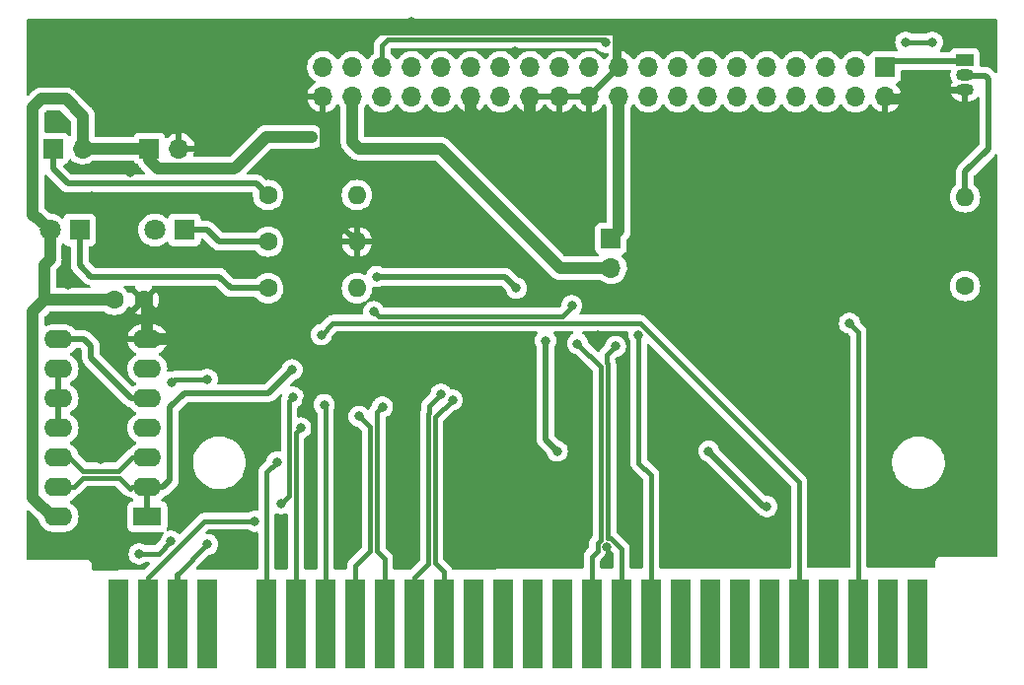
<source format=gbr>
%TF.GenerationSoftware,KiCad,Pcbnew,6.0.2+dfsg-1*%
%TF.CreationDate,2022-11-13T19:27:55+00:00*%
%TF.ProjectId,HDC,4844432e-6b69-4636-9164-5f7063625858,rev?*%
%TF.SameCoordinates,Original*%
%TF.FileFunction,Copper,L1,Top*%
%TF.FilePolarity,Positive*%
%FSLAX46Y46*%
G04 Gerber Fmt 4.6, Leading zero omitted, Abs format (unit mm)*
G04 Created by KiCad (PCBNEW 6.0.2+dfsg-1) date 2022-11-13 19:27:55*
%MOMM*%
%LPD*%
G01*
G04 APERTURE LIST*
%TA.AperFunction,ComponentPad*%
%ADD10C,1.600000*%
%TD*%
%TA.AperFunction,ComponentPad*%
%ADD11O,1.600000X1.600000*%
%TD*%
%TA.AperFunction,ComponentPad*%
%ADD12R,1.800000X1.800000*%
%TD*%
%TA.AperFunction,ComponentPad*%
%ADD13C,1.800000*%
%TD*%
%TA.AperFunction,ComponentPad*%
%ADD14R,2.400000X1.600000*%
%TD*%
%TA.AperFunction,ComponentPad*%
%ADD15O,2.400000X1.600000*%
%TD*%
%TA.AperFunction,ConnectorPad*%
%ADD16R,1.780000X7.620000*%
%TD*%
%TA.AperFunction,ComponentPad*%
%ADD17R,1.700000X1.700000*%
%TD*%
%TA.AperFunction,ComponentPad*%
%ADD18O,1.700000X1.700000*%
%TD*%
%TA.AperFunction,ComponentPad*%
%ADD19R,1.500000X1.050000*%
%TD*%
%TA.AperFunction,ComponentPad*%
%ADD20O,1.500000X1.050000*%
%TD*%
%TA.AperFunction,ViaPad*%
%ADD21C,0.800000*%
%TD*%
%TA.AperFunction,Conductor*%
%ADD22C,1.000000*%
%TD*%
%TA.AperFunction,Conductor*%
%ADD23C,0.500000*%
%TD*%
%TA.AperFunction,Conductor*%
%ADD24C,0.250000*%
%TD*%
%TA.AperFunction,Conductor*%
%ADD25C,0.400000*%
%TD*%
G04 APERTURE END LIST*
D10*
%TO.P,R3,1*%
%TO.N,Net-(J2-Pad1)*%
X114190000Y-116000000D03*
D11*
%TO.P,R3,2*%
%TO.N,Net-(J4-Pad39)*%
X121810000Y-116000000D03*
%TD*%
D12*
%TO.P,D1,1,K*%
%TO.N,Net-(D1-Pad1)*%
X98000000Y-119000000D03*
D13*
%TO.P,D1,2,A*%
%TO.N,+5V*%
X95460000Y-119000000D03*
%TD*%
D14*
%TO.P,U3,1*%
%TO.N,Net-(J1-PadB24)*%
X103825000Y-143625000D03*
D15*
%TO.P,U3,2*%
X103825000Y-141085000D03*
%TO.P,U3,3*%
%TO.N,Net-(U3-Pad12)*%
X103825000Y-138545000D03*
%TO.P,U3,4*%
%TO.N,Net-(J1-PadU24)*%
X103825000Y-136005000D03*
%TO.P,U3,5*%
%TO.N,Net-(U3-Pad5)*%
X103825000Y-133465000D03*
%TO.P,U3,6*%
%TO.N,Net-(J4-Pad37)*%
X103825000Y-130925000D03*
%TO.P,U3,7,GND*%
%TO.N,GND*%
X103825000Y-128385000D03*
%TO.P,U3,8*%
%TO.N,Net-(U3-Pad5)*%
X96205000Y-128385000D03*
%TO.P,U3,9*%
%TO.N,Net-(J1-PadU17)*%
X96205000Y-130925000D03*
%TO.P,U3,10*%
X96205000Y-133465000D03*
%TO.P,U3,11*%
X96205000Y-136005000D03*
%TO.P,U3,12*%
%TO.N,Net-(U3-Pad12)*%
X96205000Y-138545000D03*
%TO.P,U3,13*%
%TO.N,Net-(J1-PadB24)*%
X96205000Y-141085000D03*
%TO.P,U3,14,VCC*%
%TO.N,+5V*%
X96205000Y-143625000D03*
%TD*%
D10*
%TO.P,R2,1*%
%TO.N,Net-(D1-Pad1)*%
X114190000Y-124000000D03*
D11*
%TO.P,R2,2*%
%TO.N,Net-(J4-Pad39)*%
X121810000Y-124000000D03*
%TD*%
D16*
%TO.P,J1,U1,A15*%
%TO.N,unconnected-(J1-PadU1)*%
X101340000Y-152875000D03*
%TO.P,J1,U2,A13*%
%TO.N,Net-(J1-PadU2)*%
X103880000Y-152875000D03*
%TO.P,J1,U3,D7*%
%TO.N,/IDE7*%
X106420000Y-152875000D03*
%TO.P,J1,U4,NC*%
%TO.N,unconnected-(J1-PadU4)*%
X108960000Y-152875000D03*
%TO.P,J1,U6,D0*%
%TO.N,/IDE0*%
X114040000Y-152875000D03*
%TO.P,J1,U7,D1*%
%TO.N,/IDE1*%
X116580000Y-152875000D03*
%TO.P,J1,U8,D2*%
%TO.N,/IDE2*%
X119120000Y-152875000D03*
%TO.P,J1,U9,D6*%
%TO.N,/IDE6*%
X121660000Y-152875000D03*
%TO.P,J1,U10,D5*%
%TO.N,/IDE5*%
X124200000Y-152875000D03*
%TO.P,J1,U11,D3*%
%TO.N,/IDE3*%
X126740000Y-152875000D03*
%TO.P,J1,U12,D4*%
%TO.N,/IDE4*%
X129280000Y-152875000D03*
%TO.P,J1,U13,~{INT}*%
%TO.N,unconnected-(J1-PadU13)*%
X131820000Y-152875000D03*
%TO.P,J1,U14,~{NMI}*%
%TO.N,unconnected-(J1-PadU14)*%
X134360000Y-152875000D03*
%TO.P,J1,U15,~{HALT}*%
%TO.N,unconnected-(J1-PadU15)*%
X136900000Y-152875000D03*
%TO.P,J1,U16,~{MREQ}*%
%TO.N,unconnected-(J1-PadU16)*%
X139440000Y-152875000D03*
%TO.P,J1,U17,~{IORQ}*%
%TO.N,Net-(J1-PadU17)*%
X141980000Y-152875000D03*
%TO.P,J1,U18,~{RD}*%
%TO.N,/{slash}rd*%
X144520000Y-152875000D03*
%TO.P,J1,U19,~{WR}*%
%TO.N,/{slash}wr*%
X147060000Y-152875000D03*
%TO.P,J1,U20,-5V*%
%TO.N,unconnected-(J1-PadU20)*%
X149600000Y-152875000D03*
%TO.P,J1,U21,~{WAIT}*%
%TO.N,unconnected-(J1-PadU21)*%
X152140000Y-152875000D03*
%TO.P,J1,U22,+12V*%
%TO.N,unconnected-(J1-PadU22)*%
X154680000Y-152875000D03*
%TO.P,J1,U23,-12V*%
%TO.N,unconnected-(J1-PadU23)*%
X157220000Y-152875000D03*
%TO.P,J1,U24,~{M1}*%
%TO.N,Net-(J1-PadU24)*%
X159760000Y-152875000D03*
%TO.P,J1,U25,~{RFSH}*%
%TO.N,unconnected-(J1-PadU25)*%
X162300000Y-152875000D03*
%TO.P,J1,U26,A8*%
%TO.N,Net-(J1-PadU26)*%
X164840000Y-152875000D03*
%TO.P,J1,U27,A10*%
%TO.N,unconnected-(J1-PadU27)*%
X167380000Y-152875000D03*
%TO.P,J1,U28,NC2*%
%TO.N,unconnected-(J1-PadU28)*%
X169920000Y-152875000D03*
%TD*%
D10*
%TO.P,R1,1*%
%TO.N,Net-(J1-PadB20)*%
X174000000Y-123810000D03*
D11*
%TO.P,R1,2*%
%TO.N,Net-(Q1-Pad2)*%
X174000000Y-116190000D03*
%TD*%
D17*
%TO.P,J5,1,Pin_1*%
%TO.N,Net-(J4-Pad20)*%
X143625000Y-119725000D03*
D18*
%TO.P,J5,2,Pin_2*%
%TO.N,+5V*%
X143625000Y-122265000D03*
%TD*%
D17*
%TO.P,J3,1,Pin_1*%
%TO.N,+5V*%
X104000000Y-112000000D03*
D18*
%TO.P,J3,2,Pin_2*%
%TO.N,GND*%
X106540000Y-112000000D03*
%TD*%
D10*
%TO.P,C1,1*%
%TO.N,+5V*%
X101000000Y-125000000D03*
%TO.P,C1,2*%
%TO.N,GND*%
X103500000Y-125000000D03*
%TD*%
%TO.P,R4,1*%
%TO.N,Net-(D2-Pad1)*%
X114190000Y-120000000D03*
D11*
%TO.P,R4,2*%
%TO.N,GND*%
X121810000Y-120000000D03*
%TD*%
D17*
%TO.P,J4,1,RST*%
%TO.N,Net-(J4-Pad1)*%
X167155000Y-105000000D03*
D18*
%TO.P,J4,2,Gnd*%
%TO.N,GND*%
X167155000Y-107540000D03*
%TO.P,J4,3,D7*%
%TO.N,/IDE7*%
X164615000Y-105000000D03*
%TO.P,J4,4,D8*%
%TO.N,unconnected-(J4-Pad4)*%
X164615000Y-107540000D03*
%TO.P,J4,5,D6*%
%TO.N,/IDE6*%
X162075000Y-105000000D03*
%TO.P,J4,6,D9*%
%TO.N,unconnected-(J4-Pad6)*%
X162075000Y-107540000D03*
%TO.P,J4,7,D5*%
%TO.N,/IDE5*%
X159535000Y-105000000D03*
%TO.P,J4,8,D10*%
%TO.N,unconnected-(J4-Pad8)*%
X159535000Y-107540000D03*
%TO.P,J4,9,D4*%
%TO.N,/IDE4*%
X156995000Y-105000000D03*
%TO.P,J4,10,D11*%
%TO.N,unconnected-(J4-Pad10)*%
X156995000Y-107540000D03*
%TO.P,J4,11,D3*%
%TO.N,/IDE3*%
X154455000Y-105000000D03*
%TO.P,J4,12,D12*%
%TO.N,unconnected-(J4-Pad12)*%
X154455000Y-107540000D03*
%TO.P,J4,13,D2*%
%TO.N,/IDE2*%
X151915000Y-105000000D03*
%TO.P,J4,14,D13*%
%TO.N,unconnected-(J4-Pad14)*%
X151915000Y-107540000D03*
%TO.P,J4,15,D1*%
%TO.N,/IDE1*%
X149375000Y-105000000D03*
%TO.P,J4,16,D14*%
%TO.N,unconnected-(J4-Pad16)*%
X149375000Y-107540000D03*
%TO.P,J4,17,D0*%
%TO.N,/IDE0*%
X146835000Y-105000000D03*
%TO.P,J4,18,D15*%
%TO.N,unconnected-(J4-Pad18)*%
X146835000Y-107540000D03*
%TO.P,J4,19,Gnd*%
%TO.N,GND*%
X144295000Y-105000000D03*
%TO.P,J4,20,VCC/NC*%
%TO.N,Net-(J4-Pad20)*%
X144295000Y-107540000D03*
%TO.P,J4,21,DMARQ*%
%TO.N,unconnected-(J4-Pad21)*%
X141755000Y-105000000D03*
%TO.P,J4,22,Gnd*%
%TO.N,GND*%
X141755000Y-107540000D03*
%TO.P,J4,23,~{IOW}*%
%TO.N,/{slash}wr*%
X139215000Y-105000000D03*
%TO.P,J4,24,Gnd*%
%TO.N,GND*%
X139215000Y-107540000D03*
%TO.P,J4,25,~{IOR}*%
%TO.N,/{slash}rd*%
X136675000Y-105000000D03*
%TO.P,J4,26,Gnd*%
%TO.N,GND*%
X136675000Y-107540000D03*
%TO.P,J4,27,IORDY*%
%TO.N,unconnected-(J4-Pad27)*%
X134135000Y-105000000D03*
%TO.P,J4,28,ALE*%
%TO.N,unconnected-(J4-Pad28)*%
X134135000Y-107540000D03*
%TO.P,J4,29,~{DMAck}*%
%TO.N,unconnected-(J4-Pad29)*%
X131595000Y-105000000D03*
%TO.P,J4,30,Gnd*%
%TO.N,GND*%
X131595000Y-107540000D03*
%TO.P,J4,31,~{INT}*%
%TO.N,unconnected-(J4-Pad31)*%
X129055000Y-105000000D03*
%TO.P,J4,32,~{CS16}*%
%TO.N,unconnected-(J4-Pad32)*%
X129055000Y-107540000D03*
%TO.P,J4,33,A1*%
%TO.N,Net-(J1-PadB2)*%
X126515000Y-105000000D03*
%TO.P,J4,34,nc*%
%TO.N,unconnected-(J4-Pad34)*%
X126515000Y-107540000D03*
%TO.P,J4,35,A0*%
%TO.N,Net-(J1-PadU26)*%
X123975000Y-105000000D03*
%TO.P,J4,36,A2*%
%TO.N,Net-(J1-PadU2)*%
X123975000Y-107540000D03*
%TO.P,J4,37,~{CS0}*%
%TO.N,Net-(J4-Pad37)*%
X121435000Y-105000000D03*
%TO.P,J4,38,~{CS1}*%
%TO.N,+5V*%
X121435000Y-107540000D03*
%TO.P,J4,39,~{ACTIVE}*%
%TO.N,Net-(J4-Pad39)*%
X118895000Y-105000000D03*
%TO.P,J4,40,GND*%
%TO.N,GND*%
X118895000Y-107540000D03*
%TD*%
D12*
%TO.P,D2,1,K*%
%TO.N,Net-(D2-Pad1)*%
X107000000Y-119000000D03*
D13*
%TO.P,D2,2,A*%
%TO.N,+5V*%
X104460000Y-119000000D03*
%TD*%
D17*
%TO.P,J2,1,Pin_1*%
%TO.N,Net-(J2-Pad1)*%
X95725000Y-112000000D03*
D18*
%TO.P,J2,2,Pin_2*%
%TO.N,+5V*%
X98265000Y-112000000D03*
%TD*%
D19*
%TO.P,Q1,1,C*%
%TO.N,Net-(J4-Pad1)*%
X174000000Y-104394000D03*
D20*
%TO.P,Q1,2,B*%
%TO.N,Net-(Q1-Pad2)*%
X174000000Y-105664000D03*
%TO.P,Q1,3,E*%
%TO.N,GND*%
X174000000Y-106934000D03*
%TD*%
D21*
%TO.N,+5V*%
X118000000Y-111000000D03*
%TO.N,GND*%
X94488000Y-102870000D03*
X110998000Y-117094000D03*
X173482000Y-110998000D03*
X130810000Y-124460000D03*
X149400000Y-111600000D03*
X150500000Y-135000000D03*
X157500000Y-130250000D03*
X126492000Y-101092000D03*
X131250000Y-119750000D03*
X144000000Y-102000000D03*
X145750000Y-141500000D03*
X115250000Y-144500000D03*
X112275000Y-130350000D03*
X113538000Y-134620000D03*
X157200000Y-111800000D03*
X96012000Y-109474000D03*
X107925000Y-126275000D03*
X142494000Y-128016000D03*
X100076000Y-142748000D03*
X176022000Y-101854000D03*
X126500000Y-110000000D03*
X162000000Y-111600000D03*
X133750000Y-128500000D03*
X170000000Y-106000000D03*
X122682000Y-103124000D03*
X121666000Y-133096000D03*
X145796000Y-111506000D03*
X153416000Y-103632000D03*
X99060000Y-113792000D03*
X173375000Y-128000000D03*
X143250000Y-146250000D03*
X99060000Y-116078000D03*
X159200000Y-111800000D03*
X99822000Y-138684000D03*
X99822000Y-134874000D03*
X154800000Y-111800000D03*
X112268000Y-146304000D03*
X110500000Y-105750000D03*
X135382000Y-103632000D03*
X125730000Y-144272000D03*
X152000000Y-111800000D03*
X98552000Y-131572000D03*
X111506000Y-121920000D03*
X153250000Y-145000000D03*
X102362000Y-114046000D03*
X99060000Y-105156000D03*
X137500000Y-115500000D03*
X97028000Y-123698000D03*
X97536000Y-126492000D03*
X118000000Y-138750000D03*
X94742000Y-146558000D03*
X121158000Y-144018000D03*
X134000000Y-141000000D03*
X139250000Y-129000000D03*
%TO.N,Net-(J1-PadB2)*%
X103124000Y-146812000D03*
X105864996Y-145742996D03*
%TO.N,Net-(J1-PadU2)*%
X116332000Y-133350000D03*
X113030000Y-144018000D03*
X115316000Y-142494000D03*
%TO.N,/IDE7*%
X109000000Y-146000000D03*
%TO.N,/IDE0*%
X114934668Y-138934668D03*
%TO.N,/IDE1*%
X117000000Y-136000000D03*
%TO.N,/IDE2*%
X119000000Y-134000000D03*
%TO.N,/IDE6*%
X122000000Y-135000000D03*
%TO.N,/IDE5*%
X124000000Y-134200500D03*
%TO.N,/IDE3*%
X129032000Y-133096000D03*
%TO.N,Net-(J1-PadU17)*%
X140750000Y-128750000D03*
X123250000Y-126000000D03*
X108966000Y-131826000D03*
X140250000Y-125500000D03*
X105918000Y-132080000D03*
%TO.N,Net-(J1-PadB24)*%
X138000000Y-128500000D03*
X123500000Y-123000000D03*
X116250000Y-131000000D03*
X135500000Y-124000000D03*
X139000000Y-138000000D03*
X157000000Y-142750000D03*
X152000000Y-138000000D03*
%TO.N,/{slash}rd*%
X144000000Y-129000000D03*
%TO.N,Net-(J1-PadU24)*%
X118750000Y-128000000D03*
%TO.N,Net-(J1-PadU26)*%
X143150500Y-102870000D03*
X164084000Y-127000000D03*
X171196000Y-102870000D03*
X168910000Y-102870000D03*
%TO.N,/IDE4*%
X130000000Y-133600980D03*
%TO.N,/{slash}wr*%
X146000000Y-128000000D03*
%TD*%
D22*
%TO.N,+5V*%
X95000000Y-122000000D02*
X95000000Y-125000000D01*
X98265000Y-112000000D02*
X104000000Y-112000000D01*
X94000000Y-126000000D02*
X94000000Y-142000000D01*
X111375000Y-113625000D02*
X114000000Y-111000000D01*
X94750000Y-107750000D02*
X96828000Y-107750000D01*
X94000000Y-117695489D02*
X94000000Y-108500000D01*
X104750000Y-113750000D02*
X111250000Y-113750000D01*
X98298000Y-109220000D02*
X98298000Y-109474000D01*
X122000000Y-112000000D02*
X121435000Y-111435000D01*
X94000000Y-108500000D02*
X94750000Y-107750000D01*
X95000000Y-125000000D02*
X94000000Y-126000000D01*
X139265000Y-122265000D02*
X129000000Y-112000000D01*
X98265000Y-109507000D02*
X98265000Y-112000000D01*
X143625000Y-122265000D02*
X139265000Y-122265000D01*
X121435000Y-107540000D02*
X121435000Y-111435000D01*
X95460000Y-121540000D02*
X95460000Y-119000000D01*
X94425489Y-117965489D02*
X94270000Y-117965489D01*
X94000000Y-142000000D02*
X95625000Y-143625000D01*
X129000000Y-112000000D02*
X122000000Y-112000000D01*
X111250000Y-113750000D02*
X111375000Y-113625000D01*
X104000000Y-113000000D02*
X104750000Y-113750000D01*
X94270000Y-117965489D02*
X94000000Y-117695489D01*
X114500000Y-111000000D02*
X117945480Y-111000000D01*
D23*
X95625000Y-143625000D02*
X96205000Y-143625000D01*
D22*
X95460000Y-119000000D02*
X94425489Y-117965489D01*
X114000000Y-111000000D02*
X114500000Y-111000000D01*
X101000000Y-125000000D02*
X95000000Y-125000000D01*
X104000000Y-112000000D02*
X104000000Y-113000000D01*
X96828000Y-107750000D02*
X98298000Y-109220000D01*
X95460000Y-121540000D02*
X95000000Y-122000000D01*
X98298000Y-109474000D02*
X98265000Y-109507000D01*
D23*
X118000000Y-111000000D02*
X114500000Y-111000000D01*
D22*
%TO.N,GND*%
X103825000Y-128385000D02*
X103825000Y-125325000D01*
D23*
X118000000Y-126000000D02*
X118000000Y-122000000D01*
X117348000Y-134620000D02*
X118110000Y-135382000D01*
X141755000Y-107540000D02*
X144295000Y-105000000D01*
X113000000Y-108000000D02*
X115000000Y-108000000D01*
X114000000Y-102000000D02*
X144000000Y-102000000D01*
X117856000Y-133096000D02*
X117348000Y-133604000D01*
D24*
X118110000Y-138640000D02*
X118000000Y-138750000D01*
D23*
X109000000Y-112000000D02*
X113000000Y-108000000D01*
X117348000Y-133604000D02*
X117348000Y-134620000D01*
X118895000Y-117085000D02*
X121810000Y-120000000D01*
X141755000Y-107540000D02*
X136675000Y-107540000D01*
X168460000Y-107540000D02*
X170000000Y-106000000D01*
X172000000Y-107000000D02*
X171000000Y-108000000D01*
X115460000Y-107540000D02*
X118895000Y-107540000D01*
D22*
X136675000Y-108943000D02*
X136144000Y-109474000D01*
D23*
X115000000Y-108000000D02*
X115460000Y-107540000D01*
D22*
X131572000Y-108712000D02*
X131572000Y-107563000D01*
D23*
X174000000Y-107000000D02*
X172000000Y-107000000D01*
D22*
X131572000Y-107563000D02*
X131595000Y-107540000D01*
X132334000Y-109474000D02*
X131572000Y-108712000D01*
X118000000Y-130770000D02*
X115615000Y-128385000D01*
X118000000Y-132952000D02*
X118000000Y-130770000D01*
X117856000Y-133096000D02*
X118000000Y-132952000D01*
D23*
X171000000Y-108000000D02*
X167615000Y-108000000D01*
X167155000Y-107540000D02*
X168460000Y-107540000D01*
X115615000Y-128385000D02*
X118000000Y-126000000D01*
X113000000Y-108000000D02*
X113000000Y-103000000D01*
X118895000Y-107540000D02*
X118895000Y-117085000D01*
X144000000Y-104705000D02*
X144295000Y-105000000D01*
X106540000Y-112000000D02*
X109000000Y-112000000D01*
X103825000Y-125325000D02*
X103500000Y-125000000D01*
D22*
X103825000Y-128385000D02*
X115615000Y-128385000D01*
D23*
X144000000Y-102000000D02*
X144000000Y-104705000D01*
X118000000Y-122000000D02*
X120000000Y-120000000D01*
X113000000Y-103000000D02*
X114000000Y-102000000D01*
X167615000Y-108000000D02*
X167155000Y-107540000D01*
D22*
X136675000Y-107540000D02*
X136675000Y-108943000D01*
D23*
X118110000Y-135382000D02*
X118110000Y-138640000D01*
D22*
X136144000Y-109474000D02*
X132334000Y-109474000D01*
D23*
X120000000Y-120000000D02*
X121810000Y-120000000D01*
D25*
%TO.N,Net-(J1-PadB2)*%
X104795992Y-146812000D02*
X105864996Y-145742996D01*
X103124000Y-146812000D02*
X104795992Y-146812000D01*
D23*
%TO.N,Net-(D1-Pad1)*%
X99000000Y-123000000D02*
X98000000Y-122000000D01*
X111000000Y-124000000D02*
X110000000Y-123000000D01*
X114190000Y-124000000D02*
X111000000Y-124000000D01*
X98000000Y-122000000D02*
X98000000Y-119000000D01*
X110000000Y-123000000D02*
X99000000Y-123000000D01*
D25*
%TO.N,Net-(J1-PadU2)*%
X115980480Y-141829520D02*
X115980480Y-133701520D01*
X103880000Y-148858656D02*
X108720656Y-144018000D01*
X115316000Y-142494000D02*
X115980480Y-141829520D01*
X103880000Y-152875000D02*
X103880000Y-148858656D01*
X115980480Y-133701520D02*
X116332000Y-133350000D01*
X108720656Y-144018000D02*
X113030000Y-144018000D01*
%TO.N,/IDE7*%
X109000000Y-146000000D02*
X106420000Y-148580000D01*
D23*
X106420000Y-148580000D02*
X106420000Y-152875000D01*
D25*
%TO.N,/IDE0*%
X114040000Y-139829336D02*
X114040000Y-152875000D01*
X114934668Y-138934668D02*
X114040000Y-139829336D01*
%TO.N,/IDE1*%
X117000000Y-136000000D02*
X116580000Y-136420000D01*
X116580000Y-136420000D02*
X116580000Y-152875000D01*
%TO.N,/IDE2*%
X119120000Y-134120000D02*
X119120000Y-152875000D01*
X119000000Y-134000000D02*
X119120000Y-134120000D01*
%TO.N,/IDE6*%
X121660000Y-148088000D02*
X121660000Y-152875000D01*
X122936000Y-146558000D02*
X121666000Y-147828000D01*
X121666000Y-147828000D02*
X121666000Y-148082000D01*
X122936000Y-135936000D02*
X122936000Y-146558000D01*
X122000000Y-135000000D02*
X122936000Y-135936000D01*
X121666000Y-148082000D02*
X121660000Y-148088000D01*
%TO.N,/IDE5*%
X124200000Y-147222480D02*
X123535520Y-146558000D01*
X124000000Y-134200500D02*
X123535520Y-134664980D01*
X123535520Y-146558000D02*
X123535520Y-134664980D01*
X124200000Y-152875000D02*
X124200000Y-147222480D01*
%TO.N,/IDE3*%
X128016000Y-134112000D02*
X128016000Y-134737130D01*
X129032000Y-133096000D02*
X128016000Y-134112000D01*
X126740000Y-148850000D02*
X127924480Y-147665520D01*
X127924480Y-147665520D02*
X127924480Y-134828650D01*
X127947565Y-134805565D02*
X127924480Y-134828651D01*
X126740000Y-152875000D02*
X126740000Y-148850000D01*
X127924480Y-134828650D02*
X127947565Y-134805565D01*
X128016000Y-134737130D02*
X127947565Y-134805565D01*
%TO.N,Net-(J1-PadU17)*%
X108966000Y-131826000D02*
X106172000Y-131826000D01*
X142450489Y-145918831D02*
X142450489Y-146581169D01*
X123250000Y-126000000D02*
X123650480Y-126400480D01*
X141986000Y-147045658D02*
X141986000Y-152869000D01*
X142450489Y-146581169D02*
X141986000Y-147045658D01*
D23*
X96205000Y-136005000D02*
X96205000Y-130925000D01*
D25*
X141986000Y-152869000D02*
X141980000Y-152875000D01*
X139446000Y-126400480D02*
X140250000Y-125596480D01*
X106172000Y-131826000D02*
X105918000Y-132080000D01*
X142748000Y-145621320D02*
X142450489Y-145918831D01*
X140250000Y-125596480D02*
X140250000Y-125500000D01*
X140750000Y-128750000D02*
X142748000Y-130748000D01*
X123650480Y-126400480D02*
X139446000Y-126400480D01*
X142748000Y-130748000D02*
X142748000Y-145621320D01*
D23*
%TO.N,Net-(J1-PadB24)*%
X138000000Y-128500000D02*
X138000000Y-137000000D01*
D25*
X96205000Y-141085000D02*
X97512520Y-141085000D01*
X98298000Y-140299520D02*
X101437520Y-140299520D01*
D23*
X114250000Y-133000000D02*
X116250000Y-131000000D01*
D25*
X102501000Y-141085000D02*
X103825000Y-141085000D01*
D23*
X105750000Y-134250000D02*
X107000000Y-133000000D01*
X123500000Y-123000000D02*
X134500000Y-123000000D01*
X103825000Y-141085000D02*
X105165000Y-141085000D01*
D25*
X97512520Y-141085000D02*
X98298000Y-140299520D01*
D23*
X103825000Y-143625000D02*
X103825000Y-141085000D01*
D25*
X102362000Y-141224000D02*
X102501000Y-141085000D01*
D23*
X134500000Y-123000000D02*
X135500000Y-124000000D01*
X107000000Y-133000000D02*
X114250000Y-133000000D01*
X138000000Y-137000000D02*
X139000000Y-138000000D01*
D25*
X101437520Y-140299520D02*
X102362000Y-141224000D01*
D23*
X156750000Y-142750000D02*
X157000000Y-142750000D01*
X105165000Y-141085000D02*
X105750000Y-140500000D01*
X105750000Y-140500000D02*
X105750000Y-134250000D01*
X152000000Y-138000000D02*
X156750000Y-142750000D01*
D25*
%TO.N,/{slash}rd*%
X143347520Y-145450489D02*
X143581169Y-145450489D01*
X143347520Y-130499671D02*
X143347520Y-145450489D01*
X143256000Y-129744000D02*
X143256000Y-130408150D01*
X143256000Y-130408150D02*
X143347520Y-130499671D01*
X144000000Y-129000000D02*
X143256000Y-129744000D01*
X144520000Y-146389320D02*
X144520000Y-152875000D01*
X143581169Y-145450489D02*
X144520000Y-146389320D01*
%TO.N,Net-(J1-PadU24)*%
X159760000Y-140629320D02*
X146130680Y-127000000D01*
X146130680Y-127000000D02*
X119750000Y-127000000D01*
X119750000Y-127000000D02*
X118750000Y-128000000D01*
X159760000Y-152875000D02*
X159760000Y-140629320D01*
%TO.N,Net-(J1-PadU26)*%
X164084000Y-127000000D02*
X164840000Y-127756000D01*
X123975000Y-103101000D02*
X124426480Y-102649520D01*
X142930020Y-102649520D02*
X143150500Y-102870000D01*
X164840000Y-127756000D02*
X164840000Y-152875000D01*
X124426480Y-102649520D02*
X142930020Y-102649520D01*
X123975000Y-105000000D02*
X123975000Y-103101000D01*
X168910000Y-102870000D02*
X171196000Y-102870000D01*
%TO.N,/IDE4*%
X128524000Y-147574000D02*
X129280000Y-148330000D01*
X130000000Y-133600980D02*
X128524000Y-135076980D01*
X129280000Y-148330000D02*
X129280000Y-152875000D01*
X128524000Y-135076980D02*
X128524000Y-147574000D01*
D23*
%TO.N,Net-(J2-Pad1)*%
X95725000Y-113725000D02*
X97000000Y-115000000D01*
X113190000Y-115000000D02*
X114190000Y-116000000D01*
X95725000Y-112000000D02*
X95725000Y-113725000D01*
X97000000Y-115000000D02*
X113190000Y-115000000D01*
%TO.N,Net-(J4-Pad1)*%
X174000000Y-104460000D02*
X167695000Y-104460000D01*
X167695000Y-104460000D02*
X167155000Y-105000000D01*
D22*
%TO.N,Net-(J4-Pad20)*%
X144295000Y-107540000D02*
X144295000Y-119055000D01*
X144295000Y-119055000D02*
X143625000Y-119725000D01*
D23*
%TO.N,Net-(Q1-Pad2)*%
X174000000Y-114000000D02*
X174000000Y-116190000D01*
X174000000Y-105730000D02*
X175730000Y-105730000D01*
X175730000Y-105730000D02*
X176000000Y-106000000D01*
X176000000Y-106000000D02*
X176000000Y-112000000D01*
X176000000Y-112000000D02*
X174000000Y-114000000D01*
D25*
%TO.N,Net-(U3-Pad12)*%
X98298000Y-139700000D02*
X97143000Y-138545000D01*
X102501000Y-138545000D02*
X101346000Y-139700000D01*
X101346000Y-139700000D02*
X98298000Y-139700000D01*
X103825000Y-138545000D02*
X102501000Y-138545000D01*
X97143000Y-138545000D02*
X96205000Y-138545000D01*
D23*
%TO.N,Net-(U3-Pad5)*%
X103825000Y-133465000D02*
X102465000Y-133465000D01*
X98385000Y-128385000D02*
X96205000Y-128385000D01*
X99000000Y-129000000D02*
X98385000Y-128385000D01*
X102465000Y-133465000D02*
X99000000Y-130000000D01*
X99000000Y-130000000D02*
X99000000Y-129000000D01*
%TO.N,Net-(D2-Pad1)*%
X110000000Y-120000000D02*
X114190000Y-120000000D01*
X107000000Y-119000000D02*
X109000000Y-119000000D01*
X109000000Y-119000000D02*
X110000000Y-120000000D01*
D25*
%TO.N,/{slash}wr*%
X146000000Y-128000000D02*
X146000000Y-139000000D01*
X146000000Y-139000000D02*
X147060000Y-140060000D01*
X147060000Y-140060000D02*
X147060000Y-152875000D01*
%TD*%
%TA.AperFunction,Conductor*%
%TO.N,GND*%
G36*
X101159980Y-141028022D02*
G01*
X101180955Y-141044925D01*
X101854771Y-141718742D01*
X101855236Y-141719209D01*
X101877030Y-141741232D01*
X101918684Y-141783325D01*
X101950777Y-141802992D01*
X101962674Y-141811261D01*
X101992282Y-141834476D01*
X101999207Y-141837603D01*
X101999209Y-141837604D01*
X102022570Y-141848152D01*
X102036552Y-141855555D01*
X102058415Y-141868953D01*
X102058421Y-141868956D01*
X102064898Y-141872925D01*
X102100751Y-141884367D01*
X102114282Y-141889562D01*
X102141645Y-141901918D01*
X102141653Y-141901921D01*
X102148573Y-141905045D01*
X102156044Y-141906430D01*
X102156045Y-141906430D01*
X102181253Y-141911102D01*
X102196598Y-141914956D01*
X102221028Y-141922753D01*
X102221032Y-141922754D01*
X102228265Y-141925062D01*
X102235844Y-141925579D01*
X102235846Y-141925579D01*
X102265802Y-141927621D01*
X102280193Y-141929439D01*
X102309718Y-141934911D01*
X102317186Y-141936295D01*
X102324765Y-141935858D01*
X102324766Y-141935858D01*
X102331336Y-141935479D01*
X102350376Y-141934381D01*
X102366189Y-141934464D01*
X102381077Y-141935479D01*
X102447678Y-141960072D01*
X102461594Y-141972092D01*
X102580700Y-142091198D01*
X102585211Y-142094357D01*
X102589424Y-142097892D01*
X102588473Y-142099026D01*
X102628471Y-142149071D01*
X102635776Y-142219690D01*
X102603742Y-142283049D01*
X102542538Y-142319030D01*
X102525483Y-142322082D01*
X102514684Y-142323255D01*
X102378295Y-142374385D01*
X102261739Y-142461739D01*
X102174385Y-142578295D01*
X102123255Y-142714684D01*
X102116500Y-142776866D01*
X102116500Y-144473134D01*
X102123255Y-144535316D01*
X102174385Y-144671705D01*
X102261739Y-144788261D01*
X102378295Y-144875615D01*
X102514684Y-144926745D01*
X102576866Y-144933500D01*
X105073134Y-144933500D01*
X105076531Y-144933131D01*
X105079928Y-144932947D01*
X105079985Y-144933999D01*
X105145551Y-144945754D01*
X105197566Y-144994076D01*
X105215199Y-145062848D01*
X105192851Y-145130236D01*
X105182910Y-145142798D01*
X105125956Y-145206052D01*
X105106677Y-145239445D01*
X105034329Y-145364755D01*
X105030469Y-145371440D01*
X104971454Y-145553068D01*
X104969360Y-145572996D01*
X104966546Y-145599766D01*
X104939533Y-145665423D01*
X104930331Y-145675691D01*
X104539427Y-146066595D01*
X104477115Y-146100621D01*
X104450332Y-146103500D01*
X103735405Y-146103500D01*
X103667284Y-146083498D01*
X103661344Y-146079436D01*
X103586094Y-146024763D01*
X103586093Y-146024762D01*
X103580752Y-146020882D01*
X103574724Y-146018198D01*
X103574722Y-146018197D01*
X103412319Y-145945891D01*
X103412318Y-145945891D01*
X103406288Y-145943206D01*
X103312888Y-145923353D01*
X103225944Y-145904872D01*
X103225939Y-145904872D01*
X103219487Y-145903500D01*
X103028513Y-145903500D01*
X103022061Y-145904872D01*
X103022056Y-145904872D01*
X102935112Y-145923353D01*
X102841712Y-145943206D01*
X102835682Y-145945891D01*
X102835681Y-145945891D01*
X102673278Y-146018197D01*
X102673276Y-146018198D01*
X102667248Y-146020882D01*
X102512747Y-146133134D01*
X102508326Y-146138044D01*
X102508325Y-146138045D01*
X102394438Y-146264530D01*
X102384960Y-146275056D01*
X102369730Y-146301435D01*
X102304764Y-146413960D01*
X102289473Y-146440444D01*
X102230458Y-146622072D01*
X102229768Y-146628633D01*
X102229768Y-146628635D01*
X102216302Y-146756758D01*
X102210496Y-146812000D01*
X102211186Y-146818565D01*
X102225809Y-146957691D01*
X102230458Y-147001928D01*
X102289473Y-147183556D01*
X102292776Y-147189278D01*
X102292777Y-147189279D01*
X102308979Y-147217341D01*
X102384960Y-147348944D01*
X102389378Y-147353851D01*
X102389379Y-147353852D01*
X102508325Y-147485955D01*
X102512747Y-147490866D01*
X102598742Y-147553345D01*
X102654916Y-147594158D01*
X102667248Y-147603118D01*
X102673276Y-147605802D01*
X102673278Y-147605803D01*
X102835681Y-147678109D01*
X102841712Y-147680794D01*
X102935113Y-147700647D01*
X103022056Y-147719128D01*
X103022061Y-147719128D01*
X103028513Y-147720500D01*
X103219487Y-147720500D01*
X103225939Y-147719128D01*
X103225944Y-147719128D01*
X103312887Y-147700647D01*
X103406288Y-147680794D01*
X103412319Y-147678109D01*
X103574722Y-147605803D01*
X103574724Y-147605802D01*
X103580752Y-147603118D01*
X103593085Y-147594158D01*
X103661344Y-147544564D01*
X103728211Y-147520706D01*
X103735405Y-147520500D01*
X103911996Y-147520500D01*
X103980117Y-147540502D01*
X104026610Y-147594158D01*
X104036714Y-147664432D01*
X104007220Y-147729012D01*
X104001091Y-147735595D01*
X103557787Y-148178899D01*
X103495475Y-148212925D01*
X103469059Y-148215802D01*
X99186358Y-148228039D01*
X99118182Y-148208232D01*
X99071536Y-148154710D01*
X99060000Y-148102040D01*
X99060000Y-147836684D01*
X99060002Y-147835914D01*
X99060476Y-147758348D01*
X99058010Y-147749719D01*
X99058009Y-147749714D01*
X99052361Y-147729952D01*
X99048783Y-147713191D01*
X99045870Y-147692848D01*
X99045867Y-147692838D01*
X99044595Y-147683955D01*
X99033979Y-147660605D01*
X99027536Y-147643093D01*
X99022954Y-147627063D01*
X99020488Y-147618435D01*
X99004726Y-147593452D01*
X98996596Y-147578386D01*
X98984367Y-147551490D01*
X98967626Y-147532061D01*
X98956521Y-147517053D01*
X98947630Y-147502961D01*
X98942840Y-147495369D01*
X98920703Y-147475818D01*
X98908659Y-147463626D01*
X98895239Y-147448051D01*
X98895237Y-147448050D01*
X98889381Y-147441253D01*
X98881853Y-147436374D01*
X98881850Y-147436371D01*
X98867861Y-147427304D01*
X98852987Y-147416014D01*
X98844992Y-147408953D01*
X98833772Y-147399044D01*
X98825646Y-147395229D01*
X98825645Y-147395228D01*
X98819325Y-147392261D01*
X98807034Y-147386490D01*
X98792065Y-147378176D01*
X98767273Y-147362107D01*
X98742709Y-147354761D01*
X98725264Y-147348099D01*
X98719615Y-147345447D01*
X98702052Y-147337201D01*
X98672870Y-147332657D01*
X98656151Y-147328874D01*
X98636464Y-147322986D01*
X98636461Y-147322985D01*
X98627859Y-147320413D01*
X98618884Y-147320358D01*
X98618883Y-147320358D01*
X98612190Y-147320317D01*
X98593444Y-147320203D01*
X98592672Y-147320170D01*
X98591577Y-147320000D01*
X98560702Y-147320000D01*
X98559932Y-147319998D01*
X98486284Y-147319548D01*
X98486283Y-147319548D01*
X98482348Y-147319524D01*
X98481004Y-147319908D01*
X98479659Y-147320000D01*
X93598000Y-147320000D01*
X93529879Y-147299998D01*
X93483386Y-147246342D01*
X93472000Y-147194000D01*
X93472000Y-143202425D01*
X93492002Y-143134304D01*
X93545658Y-143087811D01*
X93615932Y-143077707D01*
X93680512Y-143107201D01*
X93687083Y-143113318D01*
X94518552Y-143944786D01*
X94551163Y-144001268D01*
X94570716Y-144074243D01*
X94573039Y-144079224D01*
X94573039Y-144079225D01*
X94665151Y-144276762D01*
X94665154Y-144276767D01*
X94667477Y-144281749D01*
X94798802Y-144469300D01*
X94960700Y-144631198D01*
X94965208Y-144634355D01*
X94965211Y-144634357D01*
X95018550Y-144671705D01*
X95148251Y-144762523D01*
X95153233Y-144764846D01*
X95153238Y-144764849D01*
X95350775Y-144856961D01*
X95355757Y-144859284D01*
X95361065Y-144860706D01*
X95361067Y-144860707D01*
X95571598Y-144917119D01*
X95571600Y-144917119D01*
X95576913Y-144918543D01*
X95670663Y-144926745D01*
X95745149Y-144933262D01*
X95745156Y-144933262D01*
X95747873Y-144933500D01*
X96662127Y-144933500D01*
X96664844Y-144933262D01*
X96664851Y-144933262D01*
X96739337Y-144926745D01*
X96833087Y-144918543D01*
X96838400Y-144917119D01*
X96838402Y-144917119D01*
X97048933Y-144860707D01*
X97048935Y-144860706D01*
X97054243Y-144859284D01*
X97059225Y-144856961D01*
X97256762Y-144764849D01*
X97256767Y-144764846D01*
X97261749Y-144762523D01*
X97391450Y-144671705D01*
X97444789Y-144634357D01*
X97444792Y-144634355D01*
X97449300Y-144631198D01*
X97611198Y-144469300D01*
X97742523Y-144281749D01*
X97744846Y-144276767D01*
X97744849Y-144276762D01*
X97836961Y-144079225D01*
X97836961Y-144079224D01*
X97839284Y-144074243D01*
X97858838Y-144001269D01*
X97897119Y-143858402D01*
X97897119Y-143858400D01*
X97898543Y-143853087D01*
X97918498Y-143625000D01*
X97898543Y-143396913D01*
X97896973Y-143391053D01*
X97840707Y-143181067D01*
X97840706Y-143181065D01*
X97839284Y-143175757D01*
X97826903Y-143149206D01*
X97744849Y-142973238D01*
X97744846Y-142973233D01*
X97742523Y-142968251D01*
X97611198Y-142780700D01*
X97449300Y-142618802D01*
X97444792Y-142615645D01*
X97444789Y-142615643D01*
X97356459Y-142553794D01*
X97261749Y-142487477D01*
X97256767Y-142485154D01*
X97256762Y-142485151D01*
X97222543Y-142469195D01*
X97169258Y-142422278D01*
X97149797Y-142354001D01*
X97170339Y-142286041D01*
X97222543Y-142240805D01*
X97256762Y-142224849D01*
X97256767Y-142224846D01*
X97261749Y-142222523D01*
X97430289Y-142104510D01*
X97444789Y-142094357D01*
X97444792Y-142094355D01*
X97449300Y-142091198D01*
X97611198Y-141929300D01*
X97615783Y-141922753D01*
X97706019Y-141793882D01*
X97758584Y-141750781D01*
X97777313Y-141742559D01*
X97783424Y-141740065D01*
X97836068Y-141720173D01*
X97836069Y-141720172D01*
X97843176Y-141717487D01*
X97849439Y-141713183D01*
X97851805Y-141711946D01*
X97866617Y-141703701D01*
X97868871Y-141702368D01*
X97875825Y-141699315D01*
X97926522Y-141660413D01*
X97931852Y-141656541D01*
X97978240Y-141624661D01*
X97978245Y-141624656D01*
X97984501Y-141620357D01*
X98015558Y-141585500D01*
X98025947Y-141573839D01*
X98030928Y-141568562D01*
X98554567Y-141044924D01*
X98616879Y-141010899D01*
X98643662Y-141008020D01*
X101091859Y-141008020D01*
X101159980Y-141028022D01*
G37*
%TD.AperFunction*%
%TA.AperFunction,Conductor*%
G36*
X112486716Y-144746502D02*
G01*
X112492656Y-144750564D01*
X112573248Y-144809118D01*
X112579276Y-144811802D01*
X112579278Y-144811803D01*
X112741681Y-144884109D01*
X112747712Y-144886794D01*
X112841112Y-144906647D01*
X112928056Y-144925128D01*
X112928061Y-144925128D01*
X112934513Y-144926500D01*
X113125487Y-144926500D01*
X113131939Y-144925128D01*
X113131944Y-144925128D01*
X113179303Y-144915061D01*
X113250094Y-144920463D01*
X113306726Y-144963280D01*
X113331220Y-145029917D01*
X113331500Y-145038308D01*
X113331500Y-148061984D01*
X113311498Y-148130105D01*
X113257842Y-148176598D01*
X113205860Y-148187983D01*
X112676318Y-148189496D01*
X108103960Y-148202559D01*
X108035782Y-148182752D01*
X107989136Y-148129230D01*
X107978832Y-148058985D01*
X108008140Y-147994320D01*
X108014505Y-147987465D01*
X109066533Y-146935437D01*
X109129431Y-146901285D01*
X109145589Y-146897850D01*
X109282288Y-146868794D01*
X109304522Y-146858895D01*
X109450722Y-146793803D01*
X109450724Y-146793802D01*
X109456752Y-146791118D01*
X109611253Y-146678866D01*
X109615675Y-146673955D01*
X109734621Y-146541852D01*
X109734622Y-146541851D01*
X109739040Y-146536944D01*
X109834527Y-146371556D01*
X109893542Y-146189928D01*
X109896839Y-146158565D01*
X109912814Y-146006565D01*
X109913504Y-146000000D01*
X109900263Y-145874017D01*
X109894232Y-145816635D01*
X109894232Y-145816633D01*
X109893542Y-145810072D01*
X109834527Y-145628444D01*
X109811553Y-145588651D01*
X109742341Y-145468774D01*
X109739040Y-145463056D01*
X109650530Y-145364755D01*
X109615675Y-145326045D01*
X109615674Y-145326044D01*
X109611253Y-145321134D01*
X109456752Y-145208882D01*
X109450724Y-145206198D01*
X109450722Y-145206197D01*
X109288319Y-145133891D01*
X109288318Y-145133891D01*
X109282288Y-145131206D01*
X109188888Y-145111353D01*
X109101944Y-145092872D01*
X109101939Y-145092872D01*
X109095487Y-145091500D01*
X108953317Y-145091500D01*
X108885196Y-145071498D01*
X108838703Y-145017842D01*
X108828599Y-144947568D01*
X108858093Y-144882988D01*
X108864222Y-144876405D01*
X108977222Y-144763405D01*
X109039534Y-144729379D01*
X109066317Y-144726500D01*
X112418595Y-144726500D01*
X112486716Y-144746502D01*
G37*
%TD.AperFunction*%
%TA.AperFunction,Conductor*%
G36*
X114925749Y-143314726D02*
G01*
X115033712Y-143362794D01*
X115117440Y-143380591D01*
X115214056Y-143401128D01*
X115214061Y-143401128D01*
X115220513Y-143402500D01*
X115411487Y-143402500D01*
X115417939Y-143401128D01*
X115417944Y-143401128D01*
X115514560Y-143380591D01*
X115598288Y-143362794D01*
X115604315Y-143360111D01*
X115604323Y-143360108D01*
X115694252Y-143320069D01*
X115764619Y-143310635D01*
X115828916Y-143340742D01*
X115866729Y-143400831D01*
X115871500Y-143435176D01*
X115871500Y-148054727D01*
X115851498Y-148122848D01*
X115797842Y-148169341D01*
X115745861Y-148180726D01*
X115416893Y-148181666D01*
X114874860Y-148183214D01*
X114806682Y-148163407D01*
X114760036Y-148109884D01*
X114748500Y-148057215D01*
X114748500Y-143429833D01*
X114768502Y-143361712D01*
X114822158Y-143315219D01*
X114892432Y-143305115D01*
X114925749Y-143314726D01*
G37*
%TD.AperFunction*%
%TA.AperFunction,Conductor*%
G36*
X176726121Y-100858002D02*
G01*
X176772614Y-100911658D01*
X176784000Y-100964000D01*
X176784000Y-105404930D01*
X176763998Y-105473051D01*
X176710342Y-105519544D01*
X176640068Y-105529648D01*
X176571347Y-105496403D01*
X176529617Y-105456872D01*
X176527175Y-105454494D01*
X176313770Y-105241089D01*
X176301384Y-105226677D01*
X176292851Y-105215082D01*
X176292846Y-105215077D01*
X176288508Y-105209182D01*
X176282930Y-105204443D01*
X176282927Y-105204440D01*
X176248232Y-105174965D01*
X176240716Y-105168035D01*
X176235021Y-105162340D01*
X176228880Y-105157482D01*
X176212749Y-105144719D01*
X176209345Y-105141928D01*
X176159297Y-105099409D01*
X176159295Y-105099408D01*
X176153715Y-105094667D01*
X176147199Y-105091339D01*
X176142150Y-105087972D01*
X176137021Y-105084805D01*
X176131284Y-105080266D01*
X176065125Y-105049345D01*
X176061225Y-105047439D01*
X175996192Y-105014231D01*
X175989084Y-105012492D01*
X175983441Y-105010393D01*
X175977678Y-105008476D01*
X175971050Y-105005378D01*
X175899583Y-104990513D01*
X175895299Y-104989543D01*
X175824390Y-104972192D01*
X175818788Y-104971844D01*
X175818785Y-104971844D01*
X175813236Y-104971500D01*
X175813238Y-104971464D01*
X175809245Y-104971225D01*
X175805053Y-104970851D01*
X175797885Y-104969360D01*
X175731675Y-104971151D01*
X175720479Y-104971454D01*
X175717072Y-104971500D01*
X175384500Y-104971500D01*
X175316379Y-104951498D01*
X175269886Y-104897842D01*
X175258500Y-104845500D01*
X175258500Y-103820866D01*
X175251745Y-103758684D01*
X175200615Y-103622295D01*
X175113261Y-103505739D01*
X174996705Y-103418385D01*
X174860316Y-103367255D01*
X174798134Y-103360500D01*
X173201866Y-103360500D01*
X173139684Y-103367255D01*
X173003295Y-103418385D01*
X172886739Y-103505739D01*
X172881358Y-103512919D01*
X172804771Y-103615109D01*
X172799385Y-103622295D01*
X172796235Y-103630699D01*
X172793326Y-103636011D01*
X172743067Y-103686156D01*
X172682807Y-103701500D01*
X171952821Y-103701500D01*
X171884700Y-103681498D01*
X171838207Y-103627842D01*
X171828103Y-103557568D01*
X171859185Y-103491190D01*
X171930621Y-103411852D01*
X171930625Y-103411847D01*
X171935040Y-103406944D01*
X172030527Y-103241556D01*
X172089542Y-103059928D01*
X172109504Y-102870000D01*
X172098336Y-102763739D01*
X172090232Y-102686635D01*
X172090232Y-102686633D01*
X172089542Y-102680072D01*
X172030527Y-102498444D01*
X171935040Y-102333056D01*
X171807253Y-102191134D01*
X171652752Y-102078882D01*
X171646724Y-102076198D01*
X171646722Y-102076197D01*
X171484319Y-102003891D01*
X171484318Y-102003891D01*
X171478288Y-102001206D01*
X171384887Y-101981353D01*
X171297944Y-101962872D01*
X171297939Y-101962872D01*
X171291487Y-101961500D01*
X171100513Y-101961500D01*
X171094061Y-101962872D01*
X171094056Y-101962872D01*
X171007112Y-101981353D01*
X170913712Y-102001206D01*
X170907682Y-102003891D01*
X170907681Y-102003891D01*
X170745278Y-102076197D01*
X170745276Y-102076198D01*
X170739248Y-102078882D01*
X170733907Y-102082762D01*
X170733906Y-102082763D01*
X170658656Y-102137436D01*
X170591789Y-102161294D01*
X170584595Y-102161500D01*
X169521405Y-102161500D01*
X169453284Y-102141498D01*
X169447344Y-102137436D01*
X169372094Y-102082763D01*
X169372093Y-102082762D01*
X169366752Y-102078882D01*
X169360724Y-102076198D01*
X169360722Y-102076197D01*
X169198319Y-102003891D01*
X169198318Y-102003891D01*
X169192288Y-102001206D01*
X169098887Y-101981353D01*
X169011944Y-101962872D01*
X169011939Y-101962872D01*
X169005487Y-101961500D01*
X168814513Y-101961500D01*
X168808061Y-101962872D01*
X168808056Y-101962872D01*
X168721112Y-101981353D01*
X168627712Y-102001206D01*
X168621682Y-102003891D01*
X168621681Y-102003891D01*
X168459278Y-102076197D01*
X168459276Y-102076198D01*
X168453248Y-102078882D01*
X168298747Y-102191134D01*
X168170960Y-102333056D01*
X168075473Y-102498444D01*
X168016458Y-102680072D01*
X168015768Y-102686633D01*
X168015768Y-102686635D01*
X168007664Y-102763739D01*
X167996496Y-102870000D01*
X168016458Y-103059928D01*
X168075473Y-103241556D01*
X168170960Y-103406944D01*
X168175375Y-103411847D01*
X168175379Y-103411852D01*
X168197041Y-103435910D01*
X168227759Y-103499917D01*
X168218994Y-103570371D01*
X168173531Y-103624902D01*
X168105804Y-103646197D01*
X168089800Y-103645483D01*
X168053134Y-103641500D01*
X166256866Y-103641500D01*
X166194684Y-103648255D01*
X166058295Y-103699385D01*
X165941739Y-103786739D01*
X165854385Y-103903295D01*
X165851233Y-103911703D01*
X165809919Y-104021907D01*
X165767277Y-104078671D01*
X165700716Y-104103371D01*
X165631367Y-104088163D01*
X165598743Y-104062476D01*
X165548151Y-104006875D01*
X165548142Y-104006866D01*
X165544670Y-104003051D01*
X165540619Y-103999852D01*
X165540615Y-103999848D01*
X165373414Y-103867800D01*
X165373410Y-103867798D01*
X165369359Y-103864598D01*
X165173789Y-103756638D01*
X165168920Y-103754914D01*
X165168916Y-103754912D01*
X164968087Y-103683795D01*
X164968083Y-103683794D01*
X164963212Y-103682069D01*
X164958119Y-103681162D01*
X164958116Y-103681161D01*
X164748373Y-103643800D01*
X164748367Y-103643799D01*
X164743284Y-103642894D01*
X164669452Y-103641992D01*
X164525081Y-103640228D01*
X164525079Y-103640228D01*
X164519911Y-103640165D01*
X164299091Y-103673955D01*
X164086756Y-103743357D01*
X163888607Y-103846507D01*
X163884474Y-103849610D01*
X163884471Y-103849612D01*
X163740863Y-103957436D01*
X163709965Y-103980635D01*
X163684541Y-104007240D01*
X163616280Y-104078671D01*
X163555629Y-104142138D01*
X163448201Y-104299621D01*
X163393293Y-104344621D01*
X163322768Y-104352792D01*
X163259021Y-104321538D01*
X163238324Y-104297054D01*
X163157822Y-104172617D01*
X163157820Y-104172614D01*
X163155014Y-104168277D01*
X163004670Y-104003051D01*
X163000619Y-103999852D01*
X163000615Y-103999848D01*
X162833414Y-103867800D01*
X162833410Y-103867798D01*
X162829359Y-103864598D01*
X162633789Y-103756638D01*
X162628920Y-103754914D01*
X162628916Y-103754912D01*
X162428087Y-103683795D01*
X162428083Y-103683794D01*
X162423212Y-103682069D01*
X162418119Y-103681162D01*
X162418116Y-103681161D01*
X162208373Y-103643800D01*
X162208367Y-103643799D01*
X162203284Y-103642894D01*
X162129452Y-103641992D01*
X161985081Y-103640228D01*
X161985079Y-103640228D01*
X161979911Y-103640165D01*
X161759091Y-103673955D01*
X161546756Y-103743357D01*
X161348607Y-103846507D01*
X161344474Y-103849610D01*
X161344471Y-103849612D01*
X161200863Y-103957436D01*
X161169965Y-103980635D01*
X161144541Y-104007240D01*
X161076280Y-104078671D01*
X161015629Y-104142138D01*
X160908201Y-104299621D01*
X160853293Y-104344621D01*
X160782768Y-104352792D01*
X160719021Y-104321538D01*
X160698324Y-104297054D01*
X160617822Y-104172617D01*
X160617820Y-104172614D01*
X160615014Y-104168277D01*
X160464670Y-104003051D01*
X160460619Y-103999852D01*
X160460615Y-103999848D01*
X160293414Y-103867800D01*
X160293410Y-103867798D01*
X160289359Y-103864598D01*
X160093789Y-103756638D01*
X160088920Y-103754914D01*
X160088916Y-103754912D01*
X159888087Y-103683795D01*
X159888083Y-103683794D01*
X159883212Y-103682069D01*
X159878119Y-103681162D01*
X159878116Y-103681161D01*
X159668373Y-103643800D01*
X159668367Y-103643799D01*
X159663284Y-103642894D01*
X159589452Y-103641992D01*
X159445081Y-103640228D01*
X159445079Y-103640228D01*
X159439911Y-103640165D01*
X159219091Y-103673955D01*
X159006756Y-103743357D01*
X158808607Y-103846507D01*
X158804474Y-103849610D01*
X158804471Y-103849612D01*
X158660863Y-103957436D01*
X158629965Y-103980635D01*
X158604541Y-104007240D01*
X158536280Y-104078671D01*
X158475629Y-104142138D01*
X158368201Y-104299621D01*
X158313293Y-104344621D01*
X158242768Y-104352792D01*
X158179021Y-104321538D01*
X158158324Y-104297054D01*
X158077822Y-104172617D01*
X158077820Y-104172614D01*
X158075014Y-104168277D01*
X157924670Y-104003051D01*
X157920619Y-103999852D01*
X157920615Y-103999848D01*
X157753414Y-103867800D01*
X157753410Y-103867798D01*
X157749359Y-103864598D01*
X157553789Y-103756638D01*
X157548920Y-103754914D01*
X157548916Y-103754912D01*
X157348087Y-103683795D01*
X157348083Y-103683794D01*
X157343212Y-103682069D01*
X157338119Y-103681162D01*
X157338116Y-103681161D01*
X157128373Y-103643800D01*
X157128367Y-103643799D01*
X157123284Y-103642894D01*
X157049452Y-103641992D01*
X156905081Y-103640228D01*
X156905079Y-103640228D01*
X156899911Y-103640165D01*
X156679091Y-103673955D01*
X156466756Y-103743357D01*
X156268607Y-103846507D01*
X156264474Y-103849610D01*
X156264471Y-103849612D01*
X156120863Y-103957436D01*
X156089965Y-103980635D01*
X156064541Y-104007240D01*
X155996280Y-104078671D01*
X155935629Y-104142138D01*
X155828201Y-104299621D01*
X155773293Y-104344621D01*
X155702768Y-104352792D01*
X155639021Y-104321538D01*
X155618324Y-104297054D01*
X155537822Y-104172617D01*
X155537820Y-104172614D01*
X155535014Y-104168277D01*
X155384670Y-104003051D01*
X155380619Y-103999852D01*
X155380615Y-103999848D01*
X155213414Y-103867800D01*
X155213410Y-103867798D01*
X155209359Y-103864598D01*
X155013789Y-103756638D01*
X155008920Y-103754914D01*
X155008916Y-103754912D01*
X154808087Y-103683795D01*
X154808083Y-103683794D01*
X154803212Y-103682069D01*
X154798119Y-103681162D01*
X154798116Y-103681161D01*
X154588373Y-103643800D01*
X154588367Y-103643799D01*
X154583284Y-103642894D01*
X154509452Y-103641992D01*
X154365081Y-103640228D01*
X154365079Y-103640228D01*
X154359911Y-103640165D01*
X154139091Y-103673955D01*
X153926756Y-103743357D01*
X153728607Y-103846507D01*
X153724474Y-103849610D01*
X153724471Y-103849612D01*
X153580863Y-103957436D01*
X153549965Y-103980635D01*
X153524541Y-104007240D01*
X153456280Y-104078671D01*
X153395629Y-104142138D01*
X153288201Y-104299621D01*
X153233293Y-104344621D01*
X153162768Y-104352792D01*
X153099021Y-104321538D01*
X153078324Y-104297054D01*
X152997822Y-104172617D01*
X152997820Y-104172614D01*
X152995014Y-104168277D01*
X152844670Y-104003051D01*
X152840619Y-103999852D01*
X152840615Y-103999848D01*
X152673414Y-103867800D01*
X152673410Y-103867798D01*
X152669359Y-103864598D01*
X152473789Y-103756638D01*
X152468920Y-103754914D01*
X152468916Y-103754912D01*
X152268087Y-103683795D01*
X152268083Y-103683794D01*
X152263212Y-103682069D01*
X152258119Y-103681162D01*
X152258116Y-103681161D01*
X152048373Y-103643800D01*
X152048367Y-103643799D01*
X152043284Y-103642894D01*
X151969452Y-103641992D01*
X151825081Y-103640228D01*
X151825079Y-103640228D01*
X151819911Y-103640165D01*
X151599091Y-103673955D01*
X151386756Y-103743357D01*
X151188607Y-103846507D01*
X151184474Y-103849610D01*
X151184471Y-103849612D01*
X151040863Y-103957436D01*
X151009965Y-103980635D01*
X150984541Y-104007240D01*
X150916280Y-104078671D01*
X150855629Y-104142138D01*
X150748201Y-104299621D01*
X150693293Y-104344621D01*
X150622768Y-104352792D01*
X150559021Y-104321538D01*
X150538324Y-104297054D01*
X150457822Y-104172617D01*
X150457820Y-104172614D01*
X150455014Y-104168277D01*
X150304670Y-104003051D01*
X150300619Y-103999852D01*
X150300615Y-103999848D01*
X150133414Y-103867800D01*
X150133410Y-103867798D01*
X150129359Y-103864598D01*
X149933789Y-103756638D01*
X149928920Y-103754914D01*
X149928916Y-103754912D01*
X149728087Y-103683795D01*
X149728083Y-103683794D01*
X149723212Y-103682069D01*
X149718119Y-103681162D01*
X149718116Y-103681161D01*
X149508373Y-103643800D01*
X149508367Y-103643799D01*
X149503284Y-103642894D01*
X149429452Y-103641992D01*
X149285081Y-103640228D01*
X149285079Y-103640228D01*
X149279911Y-103640165D01*
X149059091Y-103673955D01*
X148846756Y-103743357D01*
X148648607Y-103846507D01*
X148644474Y-103849610D01*
X148644471Y-103849612D01*
X148500863Y-103957436D01*
X148469965Y-103980635D01*
X148444541Y-104007240D01*
X148376280Y-104078671D01*
X148315629Y-104142138D01*
X148208201Y-104299621D01*
X148153293Y-104344621D01*
X148082768Y-104352792D01*
X148019021Y-104321538D01*
X147998324Y-104297054D01*
X147917822Y-104172617D01*
X147917820Y-104172614D01*
X147915014Y-104168277D01*
X147764670Y-104003051D01*
X147760619Y-103999852D01*
X147760615Y-103999848D01*
X147593414Y-103867800D01*
X147593410Y-103867798D01*
X147589359Y-103864598D01*
X147393789Y-103756638D01*
X147388920Y-103754914D01*
X147388916Y-103754912D01*
X147188087Y-103683795D01*
X147188083Y-103683794D01*
X147183212Y-103682069D01*
X147178119Y-103681162D01*
X147178116Y-103681161D01*
X146968373Y-103643800D01*
X146968367Y-103643799D01*
X146963284Y-103642894D01*
X146889452Y-103641992D01*
X146745081Y-103640228D01*
X146745079Y-103640228D01*
X146739911Y-103640165D01*
X146519091Y-103673955D01*
X146306756Y-103743357D01*
X146108607Y-103846507D01*
X146104474Y-103849610D01*
X146104471Y-103849612D01*
X145960863Y-103957436D01*
X145929965Y-103980635D01*
X145904541Y-104007240D01*
X145836280Y-104078671D01*
X145775629Y-104142138D01*
X145668204Y-104299618D01*
X145667898Y-104300066D01*
X145612987Y-104345069D01*
X145542462Y-104353240D01*
X145478715Y-104321986D01*
X145458018Y-104297502D01*
X145377426Y-104172926D01*
X145371136Y-104164757D01*
X145227806Y-104007240D01*
X145220273Y-104000215D01*
X145053139Y-103868222D01*
X145044552Y-103862517D01*
X144858117Y-103759599D01*
X144848705Y-103755369D01*
X144647959Y-103684280D01*
X144637988Y-103681646D01*
X144566837Y-103668972D01*
X144553540Y-103670432D01*
X144549000Y-103684989D01*
X144549000Y-105128000D01*
X144528998Y-105196121D01*
X144475342Y-105242614D01*
X144423000Y-105254000D01*
X144167000Y-105254000D01*
X144098879Y-105233998D01*
X144052386Y-105180342D01*
X144041000Y-105128000D01*
X144041000Y-103683102D01*
X144037082Y-103669758D01*
X144022806Y-103667771D01*
X143984324Y-103673660D01*
X143974291Y-103676050D01*
X143959376Y-103680925D01*
X143888412Y-103683075D01*
X143827551Y-103646517D01*
X143796116Y-103582859D01*
X143804087Y-103512311D01*
X143826594Y-103476853D01*
X143889540Y-103406944D01*
X143985027Y-103241556D01*
X144044042Y-103059928D01*
X144064004Y-102870000D01*
X144052836Y-102763739D01*
X144044732Y-102686635D01*
X144044732Y-102686633D01*
X144044042Y-102680072D01*
X143985027Y-102498444D01*
X143889540Y-102333056D01*
X143761753Y-102191134D01*
X143607252Y-102078882D01*
X143601224Y-102076198D01*
X143601222Y-102076197D01*
X143438819Y-102003891D01*
X143438818Y-102003891D01*
X143432788Y-102001206D01*
X143339387Y-101981353D01*
X143252444Y-101962872D01*
X143252439Y-101962872D01*
X143245987Y-101961500D01*
X143132464Y-101961500D01*
X143107928Y-101958400D01*
X143107511Y-101958238D01*
X143044159Y-101949898D01*
X143037661Y-101948868D01*
X142974834Y-101937224D01*
X142967254Y-101937661D01*
X142967253Y-101937661D01*
X142912628Y-101940811D01*
X142905374Y-101941020D01*
X124455392Y-101941020D01*
X124446822Y-101940728D01*
X124396704Y-101937311D01*
X124396700Y-101937311D01*
X124389128Y-101936795D01*
X124381651Y-101938100D01*
X124381650Y-101938100D01*
X124355172Y-101942721D01*
X124326177Y-101947782D01*
X124319659Y-101948743D01*
X124256238Y-101956418D01*
X124249137Y-101959101D01*
X124246528Y-101959742D01*
X124230218Y-101964205D01*
X124227682Y-101964970D01*
X124220196Y-101966277D01*
X124213239Y-101969331D01*
X124161685Y-101991962D01*
X124155581Y-101994453D01*
X124095824Y-102017033D01*
X124089561Y-102021337D01*
X124087195Y-102022574D01*
X124072383Y-102030819D01*
X124070129Y-102032152D01*
X124063175Y-102035205D01*
X124012478Y-102074107D01*
X124007148Y-102077979D01*
X123960760Y-102109859D01*
X123960755Y-102109864D01*
X123954499Y-102114163D01*
X123949448Y-102119833D01*
X123949446Y-102119834D01*
X123913045Y-102160690D01*
X123908064Y-102165966D01*
X123494480Y-102579550D01*
X123488215Y-102585404D01*
X123444615Y-102623439D01*
X123440248Y-102629653D01*
X123407872Y-102675719D01*
X123403939Y-102681014D01*
X123364524Y-102731282D01*
X123361401Y-102738198D01*
X123360017Y-102740484D01*
X123351643Y-102755165D01*
X123350378Y-102757525D01*
X123346010Y-102763739D01*
X123343250Y-102770818D01*
X123343249Y-102770820D01*
X123322798Y-102823275D01*
X123320247Y-102829344D01*
X123293955Y-102887573D01*
X123292571Y-102895040D01*
X123291770Y-102897595D01*
X123287141Y-102913848D01*
X123286478Y-102916428D01*
X123283718Y-102923509D01*
X123282727Y-102931040D01*
X123282726Y-102931042D01*
X123275379Y-102986852D01*
X123274348Y-102993359D01*
X123262704Y-103056186D01*
X123263141Y-103063766D01*
X123263141Y-103063767D01*
X123266291Y-103118392D01*
X123266500Y-103125646D01*
X123266500Y-103770114D01*
X123246498Y-103838235D01*
X123216153Y-103870874D01*
X123193164Y-103888135D01*
X123069965Y-103980635D01*
X123044541Y-104007240D01*
X122976280Y-104078671D01*
X122915629Y-104142138D01*
X122808201Y-104299621D01*
X122753293Y-104344621D01*
X122682768Y-104352792D01*
X122619021Y-104321538D01*
X122598324Y-104297054D01*
X122517822Y-104172617D01*
X122517820Y-104172614D01*
X122515014Y-104168277D01*
X122364670Y-104003051D01*
X122360619Y-103999852D01*
X122360615Y-103999848D01*
X122193414Y-103867800D01*
X122193410Y-103867798D01*
X122189359Y-103864598D01*
X121993789Y-103756638D01*
X121988920Y-103754914D01*
X121988916Y-103754912D01*
X121788087Y-103683795D01*
X121788083Y-103683794D01*
X121783212Y-103682069D01*
X121778119Y-103681162D01*
X121778116Y-103681161D01*
X121568373Y-103643800D01*
X121568367Y-103643799D01*
X121563284Y-103642894D01*
X121489452Y-103641992D01*
X121345081Y-103640228D01*
X121345079Y-103640228D01*
X121339911Y-103640165D01*
X121119091Y-103673955D01*
X120906756Y-103743357D01*
X120708607Y-103846507D01*
X120704474Y-103849610D01*
X120704471Y-103849612D01*
X120560863Y-103957436D01*
X120529965Y-103980635D01*
X120504541Y-104007240D01*
X120436280Y-104078671D01*
X120375629Y-104142138D01*
X120268201Y-104299621D01*
X120213293Y-104344621D01*
X120142768Y-104352792D01*
X120079021Y-104321538D01*
X120058324Y-104297054D01*
X119977822Y-104172617D01*
X119977820Y-104172614D01*
X119975014Y-104168277D01*
X119824670Y-104003051D01*
X119820619Y-103999852D01*
X119820615Y-103999848D01*
X119653414Y-103867800D01*
X119653410Y-103867798D01*
X119649359Y-103864598D01*
X119453789Y-103756638D01*
X119448920Y-103754914D01*
X119448916Y-103754912D01*
X119248087Y-103683795D01*
X119248083Y-103683794D01*
X119243212Y-103682069D01*
X119238119Y-103681162D01*
X119238116Y-103681161D01*
X119028373Y-103643800D01*
X119028367Y-103643799D01*
X119023284Y-103642894D01*
X118949452Y-103641992D01*
X118805081Y-103640228D01*
X118805079Y-103640228D01*
X118799911Y-103640165D01*
X118579091Y-103673955D01*
X118366756Y-103743357D01*
X118168607Y-103846507D01*
X118164474Y-103849610D01*
X118164471Y-103849612D01*
X118020863Y-103957436D01*
X117989965Y-103980635D01*
X117964541Y-104007240D01*
X117896280Y-104078671D01*
X117835629Y-104142138D01*
X117709743Y-104326680D01*
X117615688Y-104529305D01*
X117555989Y-104744570D01*
X117532251Y-104966695D01*
X117532548Y-104971844D01*
X117532548Y-104971851D01*
X117539630Y-105094667D01*
X117545110Y-105189715D01*
X117546247Y-105194761D01*
X117546248Y-105194767D01*
X117557031Y-105242614D01*
X117594222Y-105407639D01*
X117678266Y-105614616D01*
X117715685Y-105675678D01*
X117792291Y-105800688D01*
X117794987Y-105805088D01*
X117941250Y-105973938D01*
X118113126Y-106116632D01*
X118185978Y-106159203D01*
X118186955Y-106159774D01*
X118235679Y-106211412D01*
X118248750Y-106281195D01*
X118222019Y-106346967D01*
X118181562Y-106380327D01*
X118173457Y-106384546D01*
X118164738Y-106390036D01*
X117994433Y-106517905D01*
X117986726Y-106524748D01*
X117839590Y-106678717D01*
X117833104Y-106686727D01*
X117713098Y-106862649D01*
X117708000Y-106871623D01*
X117618338Y-107064783D01*
X117614775Y-107074470D01*
X117559389Y-107274183D01*
X117560912Y-107282607D01*
X117573292Y-107286000D01*
X119023000Y-107286000D01*
X119091121Y-107306002D01*
X119137614Y-107359658D01*
X119149000Y-107412000D01*
X119149000Y-108858517D01*
X119153064Y-108872359D01*
X119166478Y-108874393D01*
X119173184Y-108873534D01*
X119183262Y-108871392D01*
X119387255Y-108810191D01*
X119396842Y-108806433D01*
X119588095Y-108712739D01*
X119596945Y-108707464D01*
X119770328Y-108583792D01*
X119778200Y-108577139D01*
X119929052Y-108426812D01*
X119935730Y-108418965D01*
X120063022Y-108241819D01*
X120064279Y-108242722D01*
X120111373Y-108199362D01*
X120181311Y-108187145D01*
X120246751Y-108214678D01*
X120274579Y-108246511D01*
X120334987Y-108345088D01*
X120338367Y-108348990D01*
X120395737Y-108415219D01*
X120425220Y-108479804D01*
X120426500Y-108497717D01*
X120426500Y-111373157D01*
X120425763Y-111386764D01*
X120424530Y-111398119D01*
X120421676Y-111424388D01*
X120422213Y-111430523D01*
X120426050Y-111474388D01*
X120426379Y-111479214D01*
X120426500Y-111481686D01*
X120426500Y-111484769D01*
X120426801Y-111487837D01*
X120430690Y-111527506D01*
X120430812Y-111528819D01*
X120438913Y-111621413D01*
X120440400Y-111626532D01*
X120440920Y-111631833D01*
X120467791Y-111720834D01*
X120468126Y-111721967D01*
X120475109Y-111746000D01*
X120494091Y-111811336D01*
X120496544Y-111816068D01*
X120498084Y-111821169D01*
X120500978Y-111826612D01*
X120541731Y-111903260D01*
X120542343Y-111904426D01*
X120585108Y-111986926D01*
X120588431Y-111991089D01*
X120590934Y-111995796D01*
X120649729Y-112067885D01*
X120650446Y-112068774D01*
X120681738Y-112107973D01*
X120684242Y-112110477D01*
X120684884Y-112111195D01*
X120688585Y-112115528D01*
X120715935Y-112149062D01*
X120738162Y-112167449D01*
X120751264Y-112178288D01*
X120760045Y-112186279D01*
X121243145Y-112669379D01*
X121252247Y-112679522D01*
X121275968Y-112709025D01*
X121280696Y-112712992D01*
X121314421Y-112741291D01*
X121318069Y-112744472D01*
X121319881Y-112746115D01*
X121322075Y-112748309D01*
X121355349Y-112775642D01*
X121356147Y-112776304D01*
X121427474Y-112836154D01*
X121432144Y-112838722D01*
X121436261Y-112842103D01*
X121518120Y-112885995D01*
X121519280Y-112886624D01*
X121595389Y-112928466D01*
X121595394Y-112928468D01*
X121600787Y-112931433D01*
X121605865Y-112933044D01*
X121610563Y-112935563D01*
X121699498Y-112962753D01*
X121700702Y-112963128D01*
X121789306Y-112991235D01*
X121794597Y-112991828D01*
X121799698Y-112993388D01*
X121892311Y-113002795D01*
X121893431Y-113002915D01*
X121943227Y-113008500D01*
X121946756Y-113008500D01*
X121947739Y-113008555D01*
X121953426Y-113009003D01*
X121973683Y-113011060D01*
X121990336Y-113012752D01*
X121990339Y-113012752D01*
X121996463Y-113013374D01*
X122042112Y-113009059D01*
X122053969Y-113008500D01*
X128530075Y-113008500D01*
X128598196Y-113028502D01*
X128619170Y-113045405D01*
X138508145Y-122934379D01*
X138517247Y-122944522D01*
X138534275Y-122965700D01*
X138540968Y-122974025D01*
X138579421Y-123006291D01*
X138583069Y-123009472D01*
X138584881Y-123011115D01*
X138587075Y-123013309D01*
X138620349Y-123040642D01*
X138621147Y-123041304D01*
X138692474Y-123101154D01*
X138697144Y-123103722D01*
X138701261Y-123107103D01*
X138751221Y-123133891D01*
X138783086Y-123150977D01*
X138784245Y-123151606D01*
X138860381Y-123193462D01*
X138860389Y-123193465D01*
X138865787Y-123196433D01*
X138870869Y-123198045D01*
X138875563Y-123200562D01*
X138964531Y-123227762D01*
X138965559Y-123228082D01*
X139054306Y-123256235D01*
X139059602Y-123256829D01*
X139064698Y-123258387D01*
X139157257Y-123267790D01*
X139158393Y-123267911D01*
X139192008Y-123271681D01*
X139204730Y-123273108D01*
X139204734Y-123273108D01*
X139208227Y-123273500D01*
X139211754Y-123273500D01*
X139212739Y-123273555D01*
X139218419Y-123274002D01*
X139247825Y-123276989D01*
X139255337Y-123277752D01*
X139255339Y-123277752D01*
X139261462Y-123278374D01*
X139307108Y-123274059D01*
X139318967Y-123273500D01*
X142667393Y-123273500D01*
X142735514Y-123293502D01*
X142747877Y-123302555D01*
X142843126Y-123381632D01*
X143036000Y-123494338D01*
X143040825Y-123496180D01*
X143040826Y-123496181D01*
X143105344Y-123520818D01*
X143244692Y-123574030D01*
X143249760Y-123575061D01*
X143249763Y-123575062D01*
X143313759Y-123588082D01*
X143463597Y-123618567D01*
X143468772Y-123618757D01*
X143468774Y-123618757D01*
X143681673Y-123626564D01*
X143681677Y-123626564D01*
X143686837Y-123626753D01*
X143691957Y-123626097D01*
X143691959Y-123626097D01*
X143903288Y-123599025D01*
X143903289Y-123599025D01*
X143908416Y-123598368D01*
X143942701Y-123588082D01*
X144117429Y-123535661D01*
X144117434Y-123535659D01*
X144122384Y-123534174D01*
X144322994Y-123435896D01*
X144504860Y-123306173D01*
X144517576Y-123293502D01*
X144613219Y-123198192D01*
X144663096Y-123148489D01*
X144685148Y-123117801D01*
X144790435Y-122971277D01*
X144793453Y-122967077D01*
X144804601Y-122944522D01*
X144890136Y-122771453D01*
X144890137Y-122771451D01*
X144892430Y-122766811D01*
X144957370Y-122553069D01*
X144986529Y-122331590D01*
X144986611Y-122328240D01*
X144988074Y-122268365D01*
X144988074Y-122268361D01*
X144988156Y-122265000D01*
X144969852Y-122042361D01*
X144915431Y-121825702D01*
X144826354Y-121620840D01*
X144760295Y-121518728D01*
X144707822Y-121437617D01*
X144707820Y-121437614D01*
X144705014Y-121433277D01*
X144695441Y-121422756D01*
X144557798Y-121271488D01*
X144526746Y-121207642D01*
X144535141Y-121137143D01*
X144580317Y-121082375D01*
X144606761Y-121068706D01*
X144713297Y-121028767D01*
X144721705Y-121025615D01*
X144838261Y-120938261D01*
X144925615Y-120821705D01*
X144976745Y-120685316D01*
X144983500Y-120623134D01*
X144983500Y-119849352D01*
X145003502Y-119781231D01*
X145012973Y-119768369D01*
X145036314Y-119740552D01*
X145039472Y-119736931D01*
X145041115Y-119735119D01*
X145043309Y-119732925D01*
X145070642Y-119699651D01*
X145071348Y-119698800D01*
X145123006Y-119637237D01*
X145131154Y-119627526D01*
X145133722Y-119622856D01*
X145137103Y-119618739D01*
X145173554Y-119550757D01*
X145180977Y-119536914D01*
X145181606Y-119535755D01*
X145223462Y-119459619D01*
X145223465Y-119459611D01*
X145226433Y-119454213D01*
X145228045Y-119449131D01*
X145230562Y-119444437D01*
X145257762Y-119355469D01*
X145258108Y-119354358D01*
X145260050Y-119348238D01*
X145286235Y-119265694D01*
X145286829Y-119260398D01*
X145288387Y-119255302D01*
X145297790Y-119162743D01*
X145297911Y-119161607D01*
X145303500Y-119111773D01*
X145303500Y-119108246D01*
X145303555Y-119107261D01*
X145304002Y-119101581D01*
X145308374Y-119058538D01*
X145304059Y-119012891D01*
X145303500Y-119001033D01*
X145303500Y-108503970D01*
X145323502Y-108435849D01*
X145331460Y-108425120D01*
X145333096Y-108423489D01*
X145463453Y-108242077D01*
X145464776Y-108243028D01*
X145511645Y-108199857D01*
X145581580Y-108187625D01*
X145647026Y-108215144D01*
X145674875Y-108246994D01*
X145734987Y-108345088D01*
X145881250Y-108513938D01*
X146053126Y-108656632D01*
X146246000Y-108769338D01*
X146454692Y-108849030D01*
X146459760Y-108850061D01*
X146459763Y-108850062D01*
X146554862Y-108869410D01*
X146673597Y-108893567D01*
X146678772Y-108893757D01*
X146678774Y-108893757D01*
X146891673Y-108901564D01*
X146891677Y-108901564D01*
X146896837Y-108901753D01*
X146901957Y-108901097D01*
X146901959Y-108901097D01*
X147113288Y-108874025D01*
X147113289Y-108874025D01*
X147118416Y-108873368D01*
X147123366Y-108871883D01*
X147327429Y-108810661D01*
X147327434Y-108810659D01*
X147332384Y-108809174D01*
X147532994Y-108710896D01*
X147714860Y-108581173D01*
X147873096Y-108423489D01*
X148003453Y-108242077D01*
X148004776Y-108243028D01*
X148051645Y-108199857D01*
X148121580Y-108187625D01*
X148187026Y-108215144D01*
X148214875Y-108246994D01*
X148274987Y-108345088D01*
X148421250Y-108513938D01*
X148593126Y-108656632D01*
X148786000Y-108769338D01*
X148994692Y-108849030D01*
X148999760Y-108850061D01*
X148999763Y-108850062D01*
X149094862Y-108869410D01*
X149213597Y-108893567D01*
X149218772Y-108893757D01*
X149218774Y-108893757D01*
X149431673Y-108901564D01*
X149431677Y-108901564D01*
X149436837Y-108901753D01*
X149441957Y-108901097D01*
X149441959Y-108901097D01*
X149653288Y-108874025D01*
X149653289Y-108874025D01*
X149658416Y-108873368D01*
X149663366Y-108871883D01*
X149867429Y-108810661D01*
X149867434Y-108810659D01*
X149872384Y-108809174D01*
X150072994Y-108710896D01*
X150254860Y-108581173D01*
X150413096Y-108423489D01*
X150543453Y-108242077D01*
X150544776Y-108243028D01*
X150591645Y-108199857D01*
X150661580Y-108187625D01*
X150727026Y-108215144D01*
X150754875Y-108246994D01*
X150814987Y-108345088D01*
X150961250Y-108513938D01*
X151133126Y-108656632D01*
X151326000Y-108769338D01*
X151534692Y-108849030D01*
X151539760Y-108850061D01*
X151539763Y-108850062D01*
X151634862Y-108869410D01*
X151753597Y-108893567D01*
X151758772Y-108893757D01*
X151758774Y-108893757D01*
X151971673Y-108901564D01*
X151971677Y-108901564D01*
X151976837Y-108901753D01*
X151981957Y-108901097D01*
X151981959Y-108901097D01*
X152193288Y-108874025D01*
X152193289Y-108874025D01*
X152198416Y-108873368D01*
X152203366Y-108871883D01*
X152407429Y-108810661D01*
X152407434Y-108810659D01*
X152412384Y-108809174D01*
X152612994Y-108710896D01*
X152794860Y-108581173D01*
X152953096Y-108423489D01*
X153083453Y-108242077D01*
X153084776Y-108243028D01*
X153131645Y-108199857D01*
X153201580Y-108187625D01*
X153267026Y-108215144D01*
X153294875Y-108246994D01*
X153354987Y-108345088D01*
X153501250Y-108513938D01*
X153673126Y-108656632D01*
X153866000Y-108769338D01*
X154074692Y-108849030D01*
X154079760Y-108850061D01*
X154079763Y-108850062D01*
X154174862Y-108869410D01*
X154293597Y-108893567D01*
X154298772Y-108893757D01*
X154298774Y-108893757D01*
X154511673Y-108901564D01*
X154511677Y-108901564D01*
X154516837Y-108901753D01*
X154521957Y-108901097D01*
X154521959Y-108901097D01*
X154733288Y-108874025D01*
X154733289Y-108874025D01*
X154738416Y-108873368D01*
X154743366Y-108871883D01*
X154947429Y-108810661D01*
X154947434Y-108810659D01*
X154952384Y-108809174D01*
X155152994Y-108710896D01*
X155334860Y-108581173D01*
X155493096Y-108423489D01*
X155623453Y-108242077D01*
X155624776Y-108243028D01*
X155671645Y-108199857D01*
X155741580Y-108187625D01*
X155807026Y-108215144D01*
X155834875Y-108246994D01*
X155894987Y-108345088D01*
X156041250Y-108513938D01*
X156213126Y-108656632D01*
X156406000Y-108769338D01*
X156614692Y-108849030D01*
X156619760Y-108850061D01*
X156619763Y-108850062D01*
X156714862Y-108869410D01*
X156833597Y-108893567D01*
X156838772Y-108893757D01*
X156838774Y-108893757D01*
X157051673Y-108901564D01*
X157051677Y-108901564D01*
X157056837Y-108901753D01*
X157061957Y-108901097D01*
X157061959Y-108901097D01*
X157273288Y-108874025D01*
X157273289Y-108874025D01*
X157278416Y-108873368D01*
X157283366Y-108871883D01*
X157487429Y-108810661D01*
X157487434Y-108810659D01*
X157492384Y-108809174D01*
X157692994Y-108710896D01*
X157874860Y-108581173D01*
X158033096Y-108423489D01*
X158163453Y-108242077D01*
X158164776Y-108243028D01*
X158211645Y-108199857D01*
X158281580Y-108187625D01*
X158347026Y-108215144D01*
X158374875Y-108246994D01*
X158434987Y-108345088D01*
X158581250Y-108513938D01*
X158753126Y-108656632D01*
X158946000Y-108769338D01*
X159154692Y-108849030D01*
X159159760Y-108850061D01*
X159159763Y-108850062D01*
X159254862Y-108869410D01*
X159373597Y-108893567D01*
X159378772Y-108893757D01*
X159378774Y-108893757D01*
X159591673Y-108901564D01*
X159591677Y-108901564D01*
X159596837Y-108901753D01*
X159601957Y-108901097D01*
X159601959Y-108901097D01*
X159813288Y-108874025D01*
X159813289Y-108874025D01*
X159818416Y-108873368D01*
X159823366Y-108871883D01*
X160027429Y-108810661D01*
X160027434Y-108810659D01*
X160032384Y-108809174D01*
X160232994Y-108710896D01*
X160414860Y-108581173D01*
X160573096Y-108423489D01*
X160703453Y-108242077D01*
X160704776Y-108243028D01*
X160751645Y-108199857D01*
X160821580Y-108187625D01*
X160887026Y-108215144D01*
X160914875Y-108246994D01*
X160974987Y-108345088D01*
X161121250Y-108513938D01*
X161293126Y-108656632D01*
X161486000Y-108769338D01*
X161694692Y-108849030D01*
X161699760Y-108850061D01*
X161699763Y-108850062D01*
X161794862Y-108869410D01*
X161913597Y-108893567D01*
X161918772Y-108893757D01*
X161918774Y-108893757D01*
X162131673Y-108901564D01*
X162131677Y-108901564D01*
X162136837Y-108901753D01*
X162141957Y-108901097D01*
X162141959Y-108901097D01*
X162353288Y-108874025D01*
X162353289Y-108874025D01*
X162358416Y-108873368D01*
X162363366Y-108871883D01*
X162567429Y-108810661D01*
X162567434Y-108810659D01*
X162572384Y-108809174D01*
X162772994Y-108710896D01*
X162954860Y-108581173D01*
X163113096Y-108423489D01*
X163243453Y-108242077D01*
X163244776Y-108243028D01*
X163291645Y-108199857D01*
X163361580Y-108187625D01*
X163427026Y-108215144D01*
X163454875Y-108246994D01*
X163514987Y-108345088D01*
X163661250Y-108513938D01*
X163833126Y-108656632D01*
X164026000Y-108769338D01*
X164234692Y-108849030D01*
X164239760Y-108850061D01*
X164239763Y-108850062D01*
X164334862Y-108869410D01*
X164453597Y-108893567D01*
X164458772Y-108893757D01*
X164458774Y-108893757D01*
X164671673Y-108901564D01*
X164671677Y-108901564D01*
X164676837Y-108901753D01*
X164681957Y-108901097D01*
X164681959Y-108901097D01*
X164893288Y-108874025D01*
X164893289Y-108874025D01*
X164898416Y-108873368D01*
X164903366Y-108871883D01*
X165107429Y-108810661D01*
X165107434Y-108810659D01*
X165112384Y-108809174D01*
X165312994Y-108710896D01*
X165494860Y-108581173D01*
X165653096Y-108423489D01*
X165783453Y-108242077D01*
X165784640Y-108242930D01*
X165831960Y-108199362D01*
X165901897Y-108187145D01*
X165967338Y-108214678D01*
X165995166Y-108246511D01*
X166052694Y-108340388D01*
X166058777Y-108348699D01*
X166198213Y-108509667D01*
X166205580Y-108516883D01*
X166369434Y-108652916D01*
X166377881Y-108658831D01*
X166561756Y-108766279D01*
X166571042Y-108770729D01*
X166770001Y-108846703D01*
X166779899Y-108849579D01*
X166883250Y-108870606D01*
X166897299Y-108869410D01*
X166901000Y-108859065D01*
X166901000Y-108858517D01*
X167409000Y-108858517D01*
X167413064Y-108872359D01*
X167426478Y-108874393D01*
X167433184Y-108873534D01*
X167443262Y-108871392D01*
X167647255Y-108810191D01*
X167656842Y-108806433D01*
X167848095Y-108712739D01*
X167856945Y-108707464D01*
X168030328Y-108583792D01*
X168038200Y-108577139D01*
X168189052Y-108426812D01*
X168195730Y-108418965D01*
X168320003Y-108246020D01*
X168325313Y-108237183D01*
X168419670Y-108046267D01*
X168423469Y-108036672D01*
X168485377Y-107832910D01*
X168487555Y-107822837D01*
X168488986Y-107811962D01*
X168486775Y-107797778D01*
X168473617Y-107794000D01*
X167427115Y-107794000D01*
X167411876Y-107798475D01*
X167410671Y-107799865D01*
X167409000Y-107807548D01*
X167409000Y-108858517D01*
X166901000Y-108858517D01*
X166901000Y-107412000D01*
X166921002Y-107343879D01*
X166974658Y-107297386D01*
X167027000Y-107286000D01*
X168473344Y-107286000D01*
X168486875Y-107282027D01*
X168488180Y-107272947D01*
X168469799Y-107199768D01*
X172776363Y-107199768D01*
X172810846Y-107316932D01*
X172815439Y-107328300D01*
X172903586Y-107496911D01*
X172910302Y-107507173D01*
X173029515Y-107655443D01*
X173038103Y-107664213D01*
X173183838Y-107786499D01*
X173193969Y-107793437D01*
X173360692Y-107885094D01*
X173371962Y-107889924D01*
X173553315Y-107947452D01*
X173565309Y-107950002D01*
X173713350Y-107966607D01*
X173720374Y-107967000D01*
X173727885Y-107967000D01*
X173743124Y-107962525D01*
X173744329Y-107961135D01*
X173746000Y-107953452D01*
X173746000Y-107206115D01*
X173741525Y-107190876D01*
X173740135Y-107189671D01*
X173732452Y-107188000D01*
X172791014Y-107188000D01*
X172777483Y-107191973D01*
X172776363Y-107199768D01*
X168469799Y-107199768D01*
X168446214Y-107105875D01*
X168442894Y-107096124D01*
X168357972Y-106900814D01*
X168353105Y-106891739D01*
X168237426Y-106712926D01*
X168231136Y-106704757D01*
X168087293Y-106546677D01*
X168056241Y-106482831D01*
X168064635Y-106412333D01*
X168109812Y-106357564D01*
X168136256Y-106343895D01*
X168243297Y-106303767D01*
X168251705Y-106300615D01*
X168368261Y-106213261D01*
X168455615Y-106096705D01*
X168506745Y-105960316D01*
X168513500Y-105898134D01*
X168513500Y-105344500D01*
X168533502Y-105276379D01*
X168587158Y-105229886D01*
X168639500Y-105218500D01*
X172660073Y-105218500D01*
X172728194Y-105238502D01*
X172774687Y-105292158D01*
X172784791Y-105362432D01*
X172780440Y-105381752D01*
X172757710Y-105455180D01*
X172757066Y-105461305D01*
X172757066Y-105461306D01*
X172737483Y-105647625D01*
X172736524Y-105656750D01*
X172754894Y-105858596D01*
X172756632Y-105864502D01*
X172756633Y-105864506D01*
X172787352Y-105968880D01*
X172812119Y-106053029D01*
X172814972Y-106058486D01*
X172814973Y-106058489D01*
X172903162Y-106227181D01*
X172903165Y-106227185D01*
X172906019Y-106232645D01*
X172906221Y-106232897D01*
X172926201Y-106298912D01*
X172911041Y-106359885D01*
X172821038Y-106526342D01*
X172816286Y-106537647D01*
X172777578Y-106662692D01*
X172777372Y-106676795D01*
X172784127Y-106680000D01*
X173553758Y-106680000D01*
X173567803Y-106680785D01*
X173716817Y-106697500D01*
X174128000Y-106697500D01*
X174196121Y-106717502D01*
X174242614Y-106771158D01*
X174254000Y-106823500D01*
X174254000Y-107948885D01*
X174258475Y-107964124D01*
X174259865Y-107965329D01*
X174267548Y-107967000D01*
X174272890Y-107967000D01*
X174279035Y-107966700D01*
X174420481Y-107952830D01*
X174432519Y-107950447D01*
X174614651Y-107895458D01*
X174625993Y-107890783D01*
X174793977Y-107801465D01*
X174804193Y-107794678D01*
X174951634Y-107674428D01*
X174960338Y-107665784D01*
X175018415Y-107595580D01*
X175077248Y-107555842D01*
X175148227Y-107554219D01*
X175208814Y-107591228D01*
X175239775Y-107655118D01*
X175241500Y-107675895D01*
X175241500Y-111633629D01*
X175221498Y-111701750D01*
X175204595Y-111722724D01*
X173511089Y-113416230D01*
X173496677Y-113428616D01*
X173485082Y-113437149D01*
X173485077Y-113437154D01*
X173479182Y-113441492D01*
X173474443Y-113447070D01*
X173474440Y-113447073D01*
X173444965Y-113481768D01*
X173438035Y-113489284D01*
X173432340Y-113494979D01*
X173430060Y-113497861D01*
X173414719Y-113517251D01*
X173411928Y-113520655D01*
X173369409Y-113570703D01*
X173364667Y-113576285D01*
X173361339Y-113582801D01*
X173357972Y-113587850D01*
X173354805Y-113592979D01*
X173350266Y-113598716D01*
X173319345Y-113664875D01*
X173317442Y-113668769D01*
X173284231Y-113733808D01*
X173282492Y-113740916D01*
X173280393Y-113746559D01*
X173278476Y-113752322D01*
X173275378Y-113758950D01*
X173273888Y-113766112D01*
X173273888Y-113766113D01*
X173260514Y-113830412D01*
X173259544Y-113834696D01*
X173242192Y-113905610D01*
X173241500Y-113916764D01*
X173241464Y-113916762D01*
X173241225Y-113920755D01*
X173240851Y-113924947D01*
X173239360Y-113932115D01*
X173239558Y-113939432D01*
X173241454Y-114009521D01*
X173241500Y-114012928D01*
X173241500Y-115058133D01*
X173221498Y-115126254D01*
X173187772Y-115161345D01*
X173155700Y-115183802D01*
X172993802Y-115345700D01*
X172862477Y-115533251D01*
X172860154Y-115538233D01*
X172860151Y-115538238D01*
X172808160Y-115649734D01*
X172765716Y-115740757D01*
X172764294Y-115746065D01*
X172764293Y-115746067D01*
X172707881Y-115956598D01*
X172706457Y-115961913D01*
X172686502Y-116190000D01*
X172706457Y-116418087D01*
X172765716Y-116639243D01*
X172768039Y-116644224D01*
X172768039Y-116644225D01*
X172860151Y-116841762D01*
X172860154Y-116841767D01*
X172862477Y-116846749D01*
X172865634Y-116851257D01*
X172976337Y-117009357D01*
X172993802Y-117034300D01*
X173155700Y-117196198D01*
X173160208Y-117199355D01*
X173160211Y-117199357D01*
X173236103Y-117252497D01*
X173343251Y-117327523D01*
X173348233Y-117329846D01*
X173348238Y-117329849D01*
X173545775Y-117421961D01*
X173550757Y-117424284D01*
X173556065Y-117425706D01*
X173556067Y-117425707D01*
X173766598Y-117482119D01*
X173766600Y-117482119D01*
X173771913Y-117483543D01*
X174000000Y-117503498D01*
X174228087Y-117483543D01*
X174233400Y-117482119D01*
X174233402Y-117482119D01*
X174443933Y-117425707D01*
X174443935Y-117425706D01*
X174449243Y-117424284D01*
X174454225Y-117421961D01*
X174651762Y-117329849D01*
X174651767Y-117329846D01*
X174656749Y-117327523D01*
X174763897Y-117252497D01*
X174839789Y-117199357D01*
X174839792Y-117199355D01*
X174844300Y-117196198D01*
X175006198Y-117034300D01*
X175023664Y-117009357D01*
X175134366Y-116851257D01*
X175137523Y-116846749D01*
X175139846Y-116841767D01*
X175139849Y-116841762D01*
X175231961Y-116644225D01*
X175231961Y-116644224D01*
X175234284Y-116639243D01*
X175293543Y-116418087D01*
X175313498Y-116190000D01*
X175293543Y-115961913D01*
X175292119Y-115956598D01*
X175235707Y-115746067D01*
X175235706Y-115746065D01*
X175234284Y-115740757D01*
X175191840Y-115649734D01*
X175139849Y-115538238D01*
X175139846Y-115538233D01*
X175137523Y-115533251D01*
X175006198Y-115345700D01*
X174844300Y-115183802D01*
X174812229Y-115161345D01*
X174767901Y-115105890D01*
X174758500Y-115058133D01*
X174758500Y-114366371D01*
X174778502Y-114298250D01*
X174795405Y-114277276D01*
X176488911Y-112583770D01*
X176503323Y-112571384D01*
X176514918Y-112562851D01*
X176514923Y-112562846D01*
X176520818Y-112558508D01*
X176525557Y-112552930D01*
X176525560Y-112552927D01*
X176555035Y-112518232D01*
X176561965Y-112510716D01*
X176567660Y-112505021D01*
X176568619Y-112505980D01*
X176624146Y-112471351D01*
X176695136Y-112472315D01*
X176754336Y-112511506D01*
X176782949Y-112576481D01*
X176784000Y-112592718D01*
X176784000Y-146940000D01*
X176763998Y-147008121D01*
X176710342Y-147054614D01*
X176658000Y-147066000D01*
X171966702Y-147066000D01*
X171965932Y-147065998D01*
X171965078Y-147065993D01*
X171888348Y-147065524D01*
X171879719Y-147067990D01*
X171879714Y-147067991D01*
X171859952Y-147073639D01*
X171843191Y-147077217D01*
X171822848Y-147080130D01*
X171822838Y-147080133D01*
X171813955Y-147081405D01*
X171790605Y-147092021D01*
X171773093Y-147098464D01*
X171769210Y-147099574D01*
X171748435Y-147105512D01*
X171723452Y-147121274D01*
X171708386Y-147129404D01*
X171681490Y-147141633D01*
X171662061Y-147158374D01*
X171647053Y-147169479D01*
X171625369Y-147183160D01*
X171619427Y-147189888D01*
X171605819Y-147205296D01*
X171593627Y-147217340D01*
X171571253Y-147236619D01*
X171566374Y-147244147D01*
X171566371Y-147244150D01*
X171557304Y-147258139D01*
X171546014Y-147273013D01*
X171529044Y-147292228D01*
X171516490Y-147318966D01*
X171508176Y-147333935D01*
X171492107Y-147358727D01*
X171489535Y-147367327D01*
X171484761Y-147383290D01*
X171478099Y-147400736D01*
X171467201Y-147423948D01*
X171462786Y-147452307D01*
X171462658Y-147453128D01*
X171458874Y-147469849D01*
X171452986Y-147489536D01*
X171452985Y-147489539D01*
X171450413Y-147498141D01*
X171450358Y-147507116D01*
X171450358Y-147507117D01*
X171450203Y-147532546D01*
X171450170Y-147533328D01*
X171450000Y-147534423D01*
X171450000Y-147565298D01*
X171449998Y-147566068D01*
X171449524Y-147643652D01*
X171449908Y-147644996D01*
X171450000Y-147646341D01*
X171450000Y-147895931D01*
X171429998Y-147964052D01*
X171376342Y-148010545D01*
X171324360Y-148021930D01*
X167620101Y-148032514D01*
X165674859Y-148038072D01*
X165606682Y-148018265D01*
X165560036Y-147964743D01*
X165548500Y-147912073D01*
X165548500Y-139047404D01*
X167736941Y-139047404D01*
X167737304Y-139051552D01*
X167737304Y-139051556D01*
X167747688Y-139170242D01*
X167763091Y-139346292D01*
X167764001Y-139350364D01*
X167764002Y-139350369D01*
X167827481Y-139634359D01*
X167828540Y-139639095D01*
X167932140Y-139920671D01*
X167934084Y-139924359D01*
X167934088Y-139924367D01*
X168066230Y-140174996D01*
X168072069Y-140186071D01*
X168245871Y-140430633D01*
X168450490Y-140650061D01*
X168682333Y-140840498D01*
X168937325Y-140998600D01*
X168941142Y-141000316D01*
X168941145Y-141000317D01*
X168972341Y-141014337D01*
X169210988Y-141121589D01*
X169385368Y-141173574D01*
X169494514Y-141206112D01*
X169494516Y-141206112D01*
X169498513Y-141207304D01*
X169502633Y-141207957D01*
X169502635Y-141207957D01*
X169621509Y-141226785D01*
X169794848Y-141254239D01*
X169837577Y-141256179D01*
X169887262Y-141258436D01*
X169887281Y-141258436D01*
X169888681Y-141258500D01*
X170076107Y-141258500D01*
X170299370Y-141243671D01*
X170303464Y-141242846D01*
X170303468Y-141242845D01*
X170444513Y-141214405D01*
X170593480Y-141184368D01*
X170877163Y-141086688D01*
X170880896Y-141084819D01*
X170880900Y-141084817D01*
X171141691Y-140954222D01*
X171141693Y-140954221D01*
X171145435Y-140952347D01*
X171313915Y-140837849D01*
X171390125Y-140786057D01*
X171390128Y-140786055D01*
X171393584Y-140783706D01*
X171617248Y-140583726D01*
X171622007Y-140578174D01*
X171809779Y-140359097D01*
X171809782Y-140359093D01*
X171812499Y-140355923D01*
X171814773Y-140352421D01*
X171814777Y-140352416D01*
X171973628Y-140107807D01*
X171973631Y-140107802D01*
X171975907Y-140104297D01*
X171986163Y-140082699D01*
X172047662Y-139953182D01*
X172104600Y-139833270D01*
X172114171Y-139803462D01*
X172195038Y-139551591D01*
X172195038Y-139551590D01*
X172196318Y-139547604D01*
X172213224Y-139453643D01*
X172248709Y-139256425D01*
X172248710Y-139256420D01*
X172249448Y-139252316D01*
X172251223Y-139213241D01*
X172262870Y-138956766D01*
X172262870Y-138956760D01*
X172263059Y-138952596D01*
X172255848Y-138870169D01*
X172239450Y-138682749D01*
X172236909Y-138653708D01*
X172218064Y-138569397D01*
X172172372Y-138364984D01*
X172172371Y-138364981D01*
X172171460Y-138360905D01*
X172067860Y-138079329D01*
X172065916Y-138075641D01*
X172065912Y-138075633D01*
X171929884Y-137817633D01*
X171929883Y-137817632D01*
X171927931Y-137813929D01*
X171754129Y-137569367D01*
X171549510Y-137349939D01*
X171317667Y-137159502D01*
X171062675Y-137001400D01*
X170789012Y-136878411D01*
X170575650Y-136814805D01*
X170505486Y-136793888D01*
X170505484Y-136793888D01*
X170501487Y-136792696D01*
X170497367Y-136792043D01*
X170497365Y-136792043D01*
X170378491Y-136773215D01*
X170205152Y-136745761D01*
X170162423Y-136743821D01*
X170112738Y-136741564D01*
X170112719Y-136741564D01*
X170111319Y-136741500D01*
X169923893Y-136741500D01*
X169700630Y-136756329D01*
X169696536Y-136757154D01*
X169696532Y-136757155D01*
X169555487Y-136785595D01*
X169406520Y-136815632D01*
X169122837Y-136913312D01*
X169119104Y-136915181D01*
X169119100Y-136915183D01*
X168860526Y-137044668D01*
X168854565Y-137047653D01*
X168851100Y-137050008D01*
X168611612Y-137212763D01*
X168606416Y-137216294D01*
X168382752Y-137416274D01*
X168380035Y-137419444D01*
X168380034Y-137419445D01*
X168254155Y-137566311D01*
X168187501Y-137644077D01*
X168185227Y-137647579D01*
X168185223Y-137647584D01*
X168029459Y-137887440D01*
X168024093Y-137895703D01*
X168022299Y-137899482D01*
X168022298Y-137899483D01*
X168011065Y-137923139D01*
X167895400Y-138166730D01*
X167894121Y-138170713D01*
X167894120Y-138170716D01*
X167804962Y-138448409D01*
X167803682Y-138452396D01*
X167802941Y-138456515D01*
X167751317Y-138743435D01*
X167750552Y-138747684D01*
X167750363Y-138751851D01*
X167750362Y-138751858D01*
X167737397Y-139037352D01*
X167736941Y-139047404D01*
X165548500Y-139047404D01*
X165548500Y-127784911D01*
X165548792Y-127776342D01*
X165552209Y-127726223D01*
X165552209Y-127726219D01*
X165552725Y-127718647D01*
X165541736Y-127655685D01*
X165540777Y-127649182D01*
X165540280Y-127645069D01*
X165533102Y-127585758D01*
X165530416Y-127578649D01*
X165529784Y-127576078D01*
X165525324Y-127559772D01*
X165524549Y-127557204D01*
X165523242Y-127549716D01*
X165497561Y-127491212D01*
X165495069Y-127485105D01*
X165475173Y-127432452D01*
X165475173Y-127432451D01*
X165472487Y-127425344D01*
X165468184Y-127419083D01*
X165466947Y-127416717D01*
X165458720Y-127401937D01*
X165457369Y-127399652D01*
X165454315Y-127392695D01*
X165449695Y-127386675D01*
X165449692Y-127386669D01*
X165415421Y-127342009D01*
X165411541Y-127336668D01*
X165379661Y-127290280D01*
X165379656Y-127290275D01*
X165375357Y-127284019D01*
X165337887Y-127250634D01*
X165332221Y-127245586D01*
X165328829Y-127242564D01*
X165323554Y-127237584D01*
X165018665Y-126932695D01*
X164984639Y-126870383D01*
X164982450Y-126856770D01*
X164978232Y-126816637D01*
X164978232Y-126816635D01*
X164977542Y-126810072D01*
X164918527Y-126628444D01*
X164823040Y-126463056D01*
X164767890Y-126401805D01*
X164699675Y-126326045D01*
X164699674Y-126326044D01*
X164695253Y-126321134D01*
X164575715Y-126234284D01*
X164546094Y-126212763D01*
X164546093Y-126212762D01*
X164540752Y-126208882D01*
X164534724Y-126206198D01*
X164534722Y-126206197D01*
X164372319Y-126133891D01*
X164372318Y-126133891D01*
X164366288Y-126131206D01*
X164272887Y-126111353D01*
X164185944Y-126092872D01*
X164185939Y-126092872D01*
X164179487Y-126091500D01*
X163988513Y-126091500D01*
X163982061Y-126092872D01*
X163982056Y-126092872D01*
X163895113Y-126111353D01*
X163801712Y-126131206D01*
X163795682Y-126133891D01*
X163795681Y-126133891D01*
X163633278Y-126206197D01*
X163633276Y-126206198D01*
X163627248Y-126208882D01*
X163621907Y-126212762D01*
X163621906Y-126212763D01*
X163592285Y-126234284D01*
X163472747Y-126321134D01*
X163468326Y-126326044D01*
X163468325Y-126326045D01*
X163400111Y-126401805D01*
X163344960Y-126463056D01*
X163249473Y-126628444D01*
X163190458Y-126810072D01*
X163170496Y-127000000D01*
X163171186Y-127006565D01*
X163186237Y-127149764D01*
X163190458Y-127189928D01*
X163249473Y-127371556D01*
X163252776Y-127377278D01*
X163252777Y-127377279D01*
X163271599Y-127409879D01*
X163344960Y-127536944D01*
X163349378Y-127541851D01*
X163349379Y-127541852D01*
X163467069Y-127672560D01*
X163472747Y-127678866D01*
X163517497Y-127711379D01*
X163614916Y-127782158D01*
X163627248Y-127791118D01*
X163633276Y-127793802D01*
X163633278Y-127793803D01*
X163694665Y-127821134D01*
X163801712Y-127868794D01*
X163898396Y-127889345D01*
X163954568Y-127901285D01*
X164017466Y-127935437D01*
X164094595Y-128012566D01*
X164128621Y-128074878D01*
X164131500Y-128101661D01*
X164131500Y-147916841D01*
X164111498Y-147984962D01*
X164057842Y-148031455D01*
X164005860Y-148042840D01*
X160594860Y-148052586D01*
X160526682Y-148032779D01*
X160480036Y-147979257D01*
X160468500Y-147926587D01*
X160468500Y-140658232D01*
X160468792Y-140649662D01*
X160472209Y-140599544D01*
X160472209Y-140599540D01*
X160472725Y-140591968D01*
X160461738Y-140529017D01*
X160460776Y-140522495D01*
X160456696Y-140488779D01*
X160453102Y-140459078D01*
X160450419Y-140451977D01*
X160449778Y-140449368D01*
X160445315Y-140433058D01*
X160444550Y-140430522D01*
X160443243Y-140423036D01*
X160417556Y-140364520D01*
X160415065Y-140358416D01*
X160413197Y-140353471D01*
X160392487Y-140298664D01*
X160388183Y-140292401D01*
X160386946Y-140290035D01*
X160378701Y-140275223D01*
X160377368Y-140272969D01*
X160374315Y-140266015D01*
X160335413Y-140215318D01*
X160331541Y-140209988D01*
X160299661Y-140163600D01*
X160299656Y-140163595D01*
X160295357Y-140157339D01*
X160248829Y-140115884D01*
X160243554Y-140110904D01*
X146652130Y-126519480D01*
X146646276Y-126513215D01*
X146644477Y-126511153D01*
X146608241Y-126469615D01*
X146555960Y-126432871D01*
X146550666Y-126428939D01*
X146506373Y-126394209D01*
X146500398Y-126389524D01*
X146493482Y-126386401D01*
X146491196Y-126385017D01*
X146476515Y-126376643D01*
X146474155Y-126375378D01*
X146467941Y-126371010D01*
X146460862Y-126368250D01*
X146460860Y-126368249D01*
X146408405Y-126347798D01*
X146402336Y-126345247D01*
X146344107Y-126318955D01*
X146336640Y-126317571D01*
X146334085Y-126316770D01*
X146317832Y-126312141D01*
X146315252Y-126311478D01*
X146308171Y-126308718D01*
X146300640Y-126307727D01*
X146300638Y-126307726D01*
X146271019Y-126303827D01*
X146244819Y-126300378D01*
X146238321Y-126299348D01*
X146175494Y-126287704D01*
X146167914Y-126288141D01*
X146167913Y-126288141D01*
X146113288Y-126291291D01*
X146106034Y-126291500D01*
X141042837Y-126291500D01*
X140974716Y-126271498D01*
X140928223Y-126217842D01*
X140918119Y-126147568D01*
X140949199Y-126081192D01*
X140989040Y-126036944D01*
X141084527Y-125871556D01*
X141143542Y-125689928D01*
X141163504Y-125500000D01*
X141150053Y-125372022D01*
X141144232Y-125316635D01*
X141144232Y-125316633D01*
X141143542Y-125310072D01*
X141084527Y-125128444D01*
X141069125Y-125101766D01*
X141013948Y-125006198D01*
X140989040Y-124963056D01*
X140977149Y-124949849D01*
X140865675Y-124826045D01*
X140865674Y-124826044D01*
X140861253Y-124821134D01*
X140728416Y-124724622D01*
X140712094Y-124712763D01*
X140712093Y-124712762D01*
X140706752Y-124708882D01*
X140700724Y-124706198D01*
X140700722Y-124706197D01*
X140538319Y-124633891D01*
X140538318Y-124633891D01*
X140532288Y-124631206D01*
X140438887Y-124611353D01*
X140351944Y-124592872D01*
X140351939Y-124592872D01*
X140345487Y-124591500D01*
X140154513Y-124591500D01*
X140148061Y-124592872D01*
X140148056Y-124592872D01*
X140061113Y-124611353D01*
X139967712Y-124631206D01*
X139961682Y-124633891D01*
X139961681Y-124633891D01*
X139799278Y-124706197D01*
X139799276Y-124706198D01*
X139793248Y-124708882D01*
X139787907Y-124712762D01*
X139787906Y-124712763D01*
X139771584Y-124724622D01*
X139638747Y-124821134D01*
X139634326Y-124826044D01*
X139634325Y-124826045D01*
X139522852Y-124949849D01*
X139510960Y-124963056D01*
X139486052Y-125006198D01*
X139430876Y-125101766D01*
X139415473Y-125128444D01*
X139356458Y-125310072D01*
X139355768Y-125316633D01*
X139355768Y-125316635D01*
X139340219Y-125464581D01*
X139313206Y-125530238D01*
X139304004Y-125540506D01*
X139189435Y-125655075D01*
X139127123Y-125689101D01*
X139100340Y-125691980D01*
X124193885Y-125691980D01*
X124125764Y-125671978D01*
X124087104Y-125626956D01*
X124084527Y-125628444D01*
X124033756Y-125540506D01*
X123989040Y-125463056D01*
X123861253Y-125321134D01*
X123740377Y-125233312D01*
X123712094Y-125212763D01*
X123712093Y-125212762D01*
X123706752Y-125208882D01*
X123700724Y-125206198D01*
X123700722Y-125206197D01*
X123538319Y-125133891D01*
X123538318Y-125133891D01*
X123532288Y-125131206D01*
X123438888Y-125111353D01*
X123351944Y-125092872D01*
X123351939Y-125092872D01*
X123345487Y-125091500D01*
X123154513Y-125091500D01*
X123148061Y-125092872D01*
X123148056Y-125092872D01*
X123061112Y-125111353D01*
X122967712Y-125131206D01*
X122961685Y-125133889D01*
X122961677Y-125133892D01*
X122798500Y-125206543D01*
X122728133Y-125215977D01*
X122663836Y-125185870D01*
X122659404Y-125178826D01*
X122672204Y-125248213D01*
X122645293Y-125313912D01*
X122638603Y-125321005D01*
X122638747Y-125321134D01*
X122510960Y-125463056D01*
X122415473Y-125628444D01*
X122356458Y-125810072D01*
X122355768Y-125816633D01*
X122355768Y-125816635D01*
X122352451Y-125848197D01*
X122336496Y-126000000D01*
X122337186Y-126006565D01*
X122352506Y-126152330D01*
X122339734Y-126222168D01*
X122291232Y-126274015D01*
X122227196Y-126291500D01*
X119778927Y-126291500D01*
X119770358Y-126291208D01*
X119720225Y-126287790D01*
X119720221Y-126287790D01*
X119712648Y-126287274D01*
X119649681Y-126298264D01*
X119643169Y-126299224D01*
X119579758Y-126306898D01*
X119572657Y-126309581D01*
X119570048Y-126310222D01*
X119553728Y-126314687D01*
X119551195Y-126315452D01*
X119543717Y-126316757D01*
X119485190Y-126342448D01*
X119479108Y-126344930D01*
X119458753Y-126352622D01*
X119426449Y-126364828D01*
X119426447Y-126364829D01*
X119419344Y-126367513D01*
X119413085Y-126371814D01*
X119410720Y-126373051D01*
X119395948Y-126381273D01*
X119393656Y-126382628D01*
X119386695Y-126385684D01*
X119380668Y-126390309D01*
X119380664Y-126390311D01*
X119335987Y-126424593D01*
X119330662Y-126428462D01*
X119278019Y-126464643D01*
X119272967Y-126470313D01*
X119272966Y-126470314D01*
X119236580Y-126511153D01*
X119231600Y-126516429D01*
X118683467Y-127064563D01*
X118620568Y-127098715D01*
X118567895Y-127109911D01*
X118467712Y-127131206D01*
X118461682Y-127133891D01*
X118461681Y-127133891D01*
X118299278Y-127206197D01*
X118299276Y-127206198D01*
X118293248Y-127208882D01*
X118287907Y-127212762D01*
X118287906Y-127212763D01*
X118243328Y-127245151D01*
X118138747Y-127321134D01*
X118134326Y-127326044D01*
X118134325Y-127326045D01*
X118086823Y-127378802D01*
X118010960Y-127463056D01*
X118007659Y-127468774D01*
X117928144Y-127606498D01*
X117915473Y-127628444D01*
X117856458Y-127810072D01*
X117855768Y-127816633D01*
X117855768Y-127816635D01*
X117848932Y-127881677D01*
X117836496Y-128000000D01*
X117837186Y-128006565D01*
X117848841Y-128117452D01*
X117856458Y-128189928D01*
X117915473Y-128371556D01*
X118010960Y-128536944D01*
X118015378Y-128541851D01*
X118015379Y-128541852D01*
X118118606Y-128656497D01*
X118138747Y-128678866D01*
X118293248Y-128791118D01*
X118299276Y-128793802D01*
X118299278Y-128793803D01*
X118459799Y-128865271D01*
X118467712Y-128868794D01*
X118561113Y-128888647D01*
X118648056Y-128907128D01*
X118648061Y-128907128D01*
X118654513Y-128908500D01*
X118845487Y-128908500D01*
X118851939Y-128907128D01*
X118851944Y-128907128D01*
X118938887Y-128888647D01*
X119032288Y-128868794D01*
X119040201Y-128865271D01*
X119200722Y-128793803D01*
X119200724Y-128793802D01*
X119206752Y-128791118D01*
X119361253Y-128678866D01*
X119381394Y-128656497D01*
X119484621Y-128541852D01*
X119484622Y-128541851D01*
X119489040Y-128536944D01*
X119584527Y-128371556D01*
X119636027Y-128213056D01*
X119641502Y-128196207D01*
X119641502Y-128196205D01*
X119643542Y-128189928D01*
X119648450Y-128143230D01*
X119675463Y-128077573D01*
X119684665Y-128067305D01*
X120006565Y-127745405D01*
X120068877Y-127711379D01*
X120095660Y-127708500D01*
X137207163Y-127708500D01*
X137275284Y-127728502D01*
X137321777Y-127782158D01*
X137331881Y-127852432D01*
X137300801Y-127918808D01*
X137260960Y-127963056D01*
X137235840Y-128006565D01*
X137186011Y-128092872D01*
X137165473Y-128128444D01*
X137106458Y-128310072D01*
X137086496Y-128500000D01*
X137087186Y-128506565D01*
X137104432Y-128670648D01*
X137106458Y-128689928D01*
X137165473Y-128871556D01*
X137211958Y-128952069D01*
X137224619Y-128973999D01*
X137241500Y-129036999D01*
X137241500Y-136932930D01*
X137240067Y-136951880D01*
X137236801Y-136973349D01*
X137237394Y-136980641D01*
X137237394Y-136980644D01*
X137241085Y-137026018D01*
X137241500Y-137036233D01*
X137241500Y-137044293D01*
X137241925Y-137047937D01*
X137244789Y-137072507D01*
X137245222Y-137076882D01*
X137250305Y-137139366D01*
X137251140Y-137149637D01*
X137253396Y-137156601D01*
X137254587Y-137162560D01*
X137255971Y-137168415D01*
X137256818Y-137175681D01*
X137281735Y-137244327D01*
X137283152Y-137248455D01*
X137291752Y-137275000D01*
X137305649Y-137317899D01*
X137309445Y-137324154D01*
X137311951Y-137329628D01*
X137314670Y-137335058D01*
X137317167Y-137341937D01*
X137321180Y-137348057D01*
X137321180Y-137348058D01*
X137357186Y-137402976D01*
X137359523Y-137406680D01*
X137397405Y-137469107D01*
X137401121Y-137473315D01*
X137401122Y-137473316D01*
X137404803Y-137477484D01*
X137404776Y-137477508D01*
X137407429Y-137480500D01*
X137410132Y-137483733D01*
X137414144Y-137489852D01*
X137419456Y-137494884D01*
X137470383Y-137543128D01*
X137472825Y-137545506D01*
X138079875Y-138152556D01*
X138110613Y-138202714D01*
X138165473Y-138371556D01*
X138260960Y-138536944D01*
X138388747Y-138678866D01*
X138543248Y-138791118D01*
X138549276Y-138793802D01*
X138549278Y-138793803D01*
X138691431Y-138857093D01*
X138717712Y-138868794D01*
X138811113Y-138888647D01*
X138898056Y-138907128D01*
X138898061Y-138907128D01*
X138904513Y-138908500D01*
X139095487Y-138908500D01*
X139101939Y-138907128D01*
X139101944Y-138907128D01*
X139188887Y-138888647D01*
X139282288Y-138868794D01*
X139308569Y-138857093D01*
X139450722Y-138793803D01*
X139450724Y-138793802D01*
X139456752Y-138791118D01*
X139611253Y-138678866D01*
X139739040Y-138536944D01*
X139834527Y-138371556D01*
X139893542Y-138189928D01*
X139898417Y-138143550D01*
X139912814Y-138006565D01*
X139913504Y-138000000D01*
X139893542Y-137810072D01*
X139834527Y-137628444D01*
X139739040Y-137463056D01*
X139696918Y-137416274D01*
X139615675Y-137326045D01*
X139615674Y-137326044D01*
X139611253Y-137321134D01*
X139498597Y-137239284D01*
X139462094Y-137212763D01*
X139462093Y-137212762D01*
X139456752Y-137208882D01*
X139450724Y-137206198D01*
X139450722Y-137206197D01*
X139288319Y-137133891D01*
X139288318Y-137133891D01*
X139282288Y-137131206D01*
X139275833Y-137129834D01*
X139275824Y-137129831D01*
X139219228Y-137117801D01*
X139156331Y-137083650D01*
X138795405Y-136722724D01*
X138761379Y-136660412D01*
X138758500Y-136633629D01*
X138758500Y-129036999D01*
X138775381Y-128973999D01*
X138788043Y-128952069D01*
X138834527Y-128871556D01*
X138893542Y-128689928D01*
X138895569Y-128670648D01*
X138912814Y-128506565D01*
X138913504Y-128500000D01*
X138893542Y-128310072D01*
X138834527Y-128128444D01*
X138813990Y-128092872D01*
X138764160Y-128006565D01*
X138739040Y-127963056D01*
X138699199Y-127918808D01*
X138668483Y-127854802D01*
X138677248Y-127784349D01*
X138722711Y-127729818D01*
X138792837Y-127708500D01*
X140262831Y-127708500D01*
X140330952Y-127728502D01*
X140377445Y-127782158D01*
X140387549Y-127852432D01*
X140358055Y-127917012D01*
X140314080Y-127949607D01*
X140299278Y-127956197D01*
X140299276Y-127956198D01*
X140293248Y-127958882D01*
X140138747Y-128071134D01*
X140134326Y-128076044D01*
X140134325Y-128076045D01*
X140031785Y-128189928D01*
X140010960Y-128213056D01*
X139915473Y-128378444D01*
X139856458Y-128560072D01*
X139855768Y-128566633D01*
X139855768Y-128566635D01*
X139842810Y-128689928D01*
X139836496Y-128750000D01*
X139837186Y-128756565D01*
X139855148Y-128927461D01*
X139856458Y-128939928D01*
X139915473Y-129121556D01*
X140010960Y-129286944D01*
X140015378Y-129291851D01*
X140015379Y-129291852D01*
X140134325Y-129423955D01*
X140138747Y-129428866D01*
X140293248Y-129541118D01*
X140299276Y-129543802D01*
X140299278Y-129543803D01*
X140461681Y-129616109D01*
X140467712Y-129618794D01*
X140604411Y-129647850D01*
X140620569Y-129651285D01*
X140683467Y-129685437D01*
X142002595Y-131004565D01*
X142036621Y-131066877D01*
X142039500Y-131093660D01*
X142039500Y-145275660D01*
X142019498Y-145343781D01*
X142002595Y-145364755D01*
X141969969Y-145397381D01*
X141963704Y-145403235D01*
X141920104Y-145441270D01*
X141915737Y-145447484D01*
X141883361Y-145493550D01*
X141879428Y-145498845D01*
X141840013Y-145549113D01*
X141836890Y-145556029D01*
X141835506Y-145558315D01*
X141827132Y-145572996D01*
X141825867Y-145575356D01*
X141821499Y-145581570D01*
X141818739Y-145588649D01*
X141818738Y-145588651D01*
X141798287Y-145641106D01*
X141795736Y-145647175D01*
X141769444Y-145705404D01*
X141768060Y-145712871D01*
X141767259Y-145715426D01*
X141762630Y-145731679D01*
X141761967Y-145734259D01*
X141759207Y-145741340D01*
X141758216Y-145748871D01*
X141758215Y-145748873D01*
X141750868Y-145804683D01*
X141749837Y-145811190D01*
X141738193Y-145874017D01*
X141738630Y-145881597D01*
X141738630Y-145881598D01*
X141741780Y-145936223D01*
X141741989Y-145943477D01*
X141741989Y-146235507D01*
X141721987Y-146303628D01*
X141705085Y-146324602D01*
X141505465Y-146524223D01*
X141499198Y-146530077D01*
X141461340Y-146563102D01*
X141461337Y-146563105D01*
X141455615Y-146568097D01*
X141451248Y-146574311D01*
X141418872Y-146620377D01*
X141414939Y-146625672D01*
X141375524Y-146675940D01*
X141372401Y-146682856D01*
X141371017Y-146685142D01*
X141362643Y-146699823D01*
X141361378Y-146702183D01*
X141357010Y-146708397D01*
X141354250Y-146715476D01*
X141354249Y-146715478D01*
X141333798Y-146767933D01*
X141331247Y-146774002D01*
X141304955Y-146832231D01*
X141303571Y-146839698D01*
X141302770Y-146842253D01*
X141298141Y-146858506D01*
X141297478Y-146861086D01*
X141294718Y-146868167D01*
X141293727Y-146875698D01*
X141293726Y-146875700D01*
X141286379Y-146931510D01*
X141285348Y-146938017D01*
X141273704Y-147000844D01*
X141274141Y-147008424D01*
X141274141Y-147008425D01*
X141277291Y-147063050D01*
X141277500Y-147070304D01*
X141277500Y-147982138D01*
X141257498Y-148050259D01*
X141203842Y-148096752D01*
X141151860Y-148108137D01*
X137505159Y-148118556D01*
X130053021Y-148139848D01*
X129984846Y-148120042D01*
X129938200Y-148066520D01*
X129934798Y-148058388D01*
X129915173Y-148006452D01*
X129915173Y-148006451D01*
X129912487Y-147999344D01*
X129908184Y-147993083D01*
X129906947Y-147990717D01*
X129898720Y-147975937D01*
X129897369Y-147973652D01*
X129894315Y-147966695D01*
X129889695Y-147960675D01*
X129889692Y-147960669D01*
X129863538Y-147926587D01*
X129855413Y-147915998D01*
X129851541Y-147910668D01*
X129819661Y-147864280D01*
X129819656Y-147864275D01*
X129815357Y-147858019D01*
X129809327Y-147852646D01*
X129768830Y-147816565D01*
X129763554Y-147811584D01*
X129269405Y-147317435D01*
X129235379Y-147255123D01*
X129232500Y-147228340D01*
X129232500Y-135422641D01*
X129252502Y-135354520D01*
X129269405Y-135333545D01*
X130066536Y-134536415D01*
X130129433Y-134502264D01*
X130282288Y-134469774D01*
X130308401Y-134458148D01*
X130450722Y-134394783D01*
X130450724Y-134394782D01*
X130456752Y-134392098D01*
X130611253Y-134279846D01*
X130622491Y-134267365D01*
X130734621Y-134142832D01*
X130734622Y-134142831D01*
X130739040Y-134137924D01*
X130816149Y-134004368D01*
X130831223Y-133978259D01*
X130831224Y-133978258D01*
X130834527Y-133972536D01*
X130893542Y-133790908D01*
X130895242Y-133774739D01*
X130912814Y-133607545D01*
X130913504Y-133600980D01*
X130907087Y-133539928D01*
X130894232Y-133417615D01*
X130894232Y-133417613D01*
X130893542Y-133411052D01*
X130834527Y-133229424D01*
X130808030Y-133183529D01*
X130777821Y-133131206D01*
X130739040Y-133064036D01*
X130710198Y-133032003D01*
X130615675Y-132927025D01*
X130615674Y-132927024D01*
X130611253Y-132922114D01*
X130512157Y-132850116D01*
X130462094Y-132813743D01*
X130462093Y-132813742D01*
X130456752Y-132809862D01*
X130450724Y-132807178D01*
X130450722Y-132807177D01*
X130288319Y-132734871D01*
X130288318Y-132734871D01*
X130282288Y-132732186D01*
X130188888Y-132712333D01*
X130101944Y-132693852D01*
X130101939Y-132693852D01*
X130095487Y-132692480D01*
X129920818Y-132692480D01*
X129852697Y-132672478D01*
X129811699Y-132629480D01*
X129809235Y-132625211D01*
X129771040Y-132559056D01*
X129666429Y-132442873D01*
X129647675Y-132422045D01*
X129647674Y-132422044D01*
X129643253Y-132417134D01*
X129528997Y-132334122D01*
X129494094Y-132308763D01*
X129494093Y-132308762D01*
X129488752Y-132304882D01*
X129482724Y-132302198D01*
X129482722Y-132302197D01*
X129320319Y-132229891D01*
X129320318Y-132229891D01*
X129314288Y-132227206D01*
X129216409Y-132206401D01*
X129133944Y-132188872D01*
X129133939Y-132188872D01*
X129127487Y-132187500D01*
X128936513Y-132187500D01*
X128930061Y-132188872D01*
X128930056Y-132188872D01*
X128847591Y-132206401D01*
X128749712Y-132227206D01*
X128743682Y-132229891D01*
X128743681Y-132229891D01*
X128581278Y-132302197D01*
X128581276Y-132302198D01*
X128575248Y-132304882D01*
X128569907Y-132308762D01*
X128569906Y-132308763D01*
X128535003Y-132334122D01*
X128420747Y-132417134D01*
X128416326Y-132422044D01*
X128416325Y-132422045D01*
X128397572Y-132442873D01*
X128292960Y-132559056D01*
X128197473Y-132724444D01*
X128138458Y-132906072D01*
X128134340Y-132945258D01*
X128133550Y-132952770D01*
X128106537Y-133018427D01*
X128097335Y-133028695D01*
X127535480Y-133590550D01*
X127529215Y-133596404D01*
X127485615Y-133634439D01*
X127451603Y-133682833D01*
X127448872Y-133686719D01*
X127444939Y-133692014D01*
X127405524Y-133742282D01*
X127402401Y-133749198D01*
X127401017Y-133751484D01*
X127392643Y-133766165D01*
X127391378Y-133768525D01*
X127387010Y-133774739D01*
X127384250Y-133781818D01*
X127384249Y-133781820D01*
X127363798Y-133834275D01*
X127361247Y-133840344D01*
X127334955Y-133898573D01*
X127333571Y-133906040D01*
X127332770Y-133908595D01*
X127328141Y-133924848D01*
X127327478Y-133927428D01*
X127324718Y-133934509D01*
X127323727Y-133942040D01*
X127323726Y-133942042D01*
X127316379Y-133997852D01*
X127315348Y-134004359D01*
X127303704Y-134067186D01*
X127304141Y-134074766D01*
X127304141Y-134074767D01*
X127307291Y-134129392D01*
X127307500Y-134136646D01*
X127307500Y-134439273D01*
X127294505Y-134491004D01*
X127295490Y-134491388D01*
X127272278Y-134550925D01*
X127269727Y-134556994D01*
X127243435Y-134615223D01*
X127243433Y-134615231D01*
X127243430Y-134615239D01*
X127242399Y-134620805D01*
X127242182Y-134621974D01*
X127236622Y-134641494D01*
X127235958Y-134644079D01*
X127233198Y-134651159D01*
X127232207Y-134658690D01*
X127232206Y-134658692D01*
X127224859Y-134714502D01*
X127223828Y-134721009D01*
X127212184Y-134783836D01*
X127212185Y-134783845D01*
X127212183Y-134783853D01*
X127212733Y-134793386D01*
X127215771Y-134846057D01*
X127215980Y-134853313D01*
X127215980Y-147319858D01*
X127195978Y-147387979D01*
X127179076Y-147408953D01*
X126739014Y-147849016D01*
X126474608Y-148113422D01*
X126412295Y-148147447D01*
X126385874Y-148150326D01*
X125034859Y-148154186D01*
X124966682Y-148134379D01*
X124920036Y-148080857D01*
X124908500Y-148028187D01*
X124908500Y-147251407D01*
X124908792Y-147242838D01*
X124912210Y-147192705D01*
X124912210Y-147192701D01*
X124912726Y-147185128D01*
X124901736Y-147122161D01*
X124900775Y-147115645D01*
X124898385Y-147095893D01*
X124893102Y-147052238D01*
X124890419Y-147045137D01*
X124889778Y-147042528D01*
X124885313Y-147026208D01*
X124884548Y-147023675D01*
X124883243Y-147016197D01*
X124857552Y-146957670D01*
X124855067Y-146951582D01*
X124854805Y-146950887D01*
X124832487Y-146891824D01*
X124828186Y-146885565D01*
X124826949Y-146883200D01*
X124818727Y-146868428D01*
X124817372Y-146866136D01*
X124814316Y-146859175D01*
X124809691Y-146853148D01*
X124809689Y-146853144D01*
X124775407Y-146808467D01*
X124771529Y-146803130D01*
X124770423Y-146801520D01*
X124735357Y-146750499D01*
X124688847Y-146709060D01*
X124683571Y-146704080D01*
X124280925Y-146301435D01*
X124246900Y-146239122D01*
X124244020Y-146212339D01*
X124244020Y-135168158D01*
X124264022Y-135100037D01*
X124318771Y-135053051D01*
X124450722Y-134994303D01*
X124450724Y-134994302D01*
X124456752Y-134991618D01*
X124492932Y-134965332D01*
X124521844Y-134944326D01*
X124611253Y-134879366D01*
X124697253Y-134783853D01*
X124734621Y-134742352D01*
X124734622Y-134742351D01*
X124739040Y-134737444D01*
X124801971Y-134628444D01*
X124831223Y-134577779D01*
X124831224Y-134577778D01*
X124834527Y-134572056D01*
X124893542Y-134390428D01*
X124894429Y-134381995D01*
X124912814Y-134207065D01*
X124913504Y-134200500D01*
X124898009Y-134053072D01*
X124894232Y-134017135D01*
X124894232Y-134017133D01*
X124893542Y-134010572D01*
X124834527Y-133828944D01*
X124827421Y-133816635D01*
X124781043Y-133736307D01*
X124739040Y-133663556D01*
X124682697Y-133600980D01*
X124615675Y-133526545D01*
X124615674Y-133526544D01*
X124611253Y-133521634D01*
X124456752Y-133409382D01*
X124450724Y-133406698D01*
X124450722Y-133406697D01*
X124288319Y-133334391D01*
X124288318Y-133334391D01*
X124282288Y-133331706D01*
X124188887Y-133311853D01*
X124101944Y-133293372D01*
X124101939Y-133293372D01*
X124095487Y-133292000D01*
X123904513Y-133292000D01*
X123898061Y-133293372D01*
X123898056Y-133293372D01*
X123811113Y-133311853D01*
X123717712Y-133331706D01*
X123711682Y-133334391D01*
X123711681Y-133334391D01*
X123549278Y-133406697D01*
X123549276Y-133406698D01*
X123543248Y-133409382D01*
X123388747Y-133521634D01*
X123384326Y-133526544D01*
X123384325Y-133526545D01*
X123317304Y-133600980D01*
X123260960Y-133663556D01*
X123218957Y-133736307D01*
X123172580Y-133816635D01*
X123165473Y-133828944D01*
X123106458Y-134010572D01*
X123102285Y-134050281D01*
X123101550Y-134057270D01*
X123074537Y-134122927D01*
X123065335Y-134133195D01*
X123055000Y-134143530D01*
X123048735Y-134149384D01*
X123005135Y-134187419D01*
X122991938Y-134206197D01*
X122968392Y-134239699D01*
X122964459Y-134244994D01*
X122925044Y-134295262D01*
X122921921Y-134302178D01*
X122920537Y-134304464D01*
X122912163Y-134319145D01*
X122910898Y-134321505D01*
X122906530Y-134327719D01*
X122903771Y-134334796D01*
X122893350Y-134361524D01*
X122849968Y-134417725D01*
X122783089Y-134441551D01*
X122713945Y-134425437D01*
X122682321Y-134400063D01*
X122615675Y-134326045D01*
X122615674Y-134326044D01*
X122611253Y-134321134D01*
X122456752Y-134208882D01*
X122450724Y-134206198D01*
X122450722Y-134206197D01*
X122288319Y-134133891D01*
X122288318Y-134133891D01*
X122282288Y-134131206D01*
X122188887Y-134111353D01*
X122101944Y-134092872D01*
X122101939Y-134092872D01*
X122095487Y-134091500D01*
X121904513Y-134091500D01*
X121898061Y-134092872D01*
X121898056Y-134092872D01*
X121811113Y-134111353D01*
X121717712Y-134131206D01*
X121711682Y-134133891D01*
X121711681Y-134133891D01*
X121549278Y-134206197D01*
X121549276Y-134206198D01*
X121543248Y-134208882D01*
X121388747Y-134321134D01*
X121384326Y-134326044D01*
X121384325Y-134326045D01*
X121333948Y-134381995D01*
X121260960Y-134463056D01*
X121221602Y-134531226D01*
X121171707Y-134617647D01*
X121165473Y-134628444D01*
X121106458Y-134810072D01*
X121105768Y-134816633D01*
X121105768Y-134816635D01*
X121090140Y-134965332D01*
X121086496Y-135000000D01*
X121087186Y-135006565D01*
X121101631Y-135143998D01*
X121106458Y-135189928D01*
X121165473Y-135371556D01*
X121260960Y-135536944D01*
X121388747Y-135678866D01*
X121487843Y-135750864D01*
X121523697Y-135776913D01*
X121543248Y-135791118D01*
X121549276Y-135793802D01*
X121549278Y-135793803D01*
X121600560Y-135816635D01*
X121717712Y-135868794D01*
X121854411Y-135897850D01*
X121870569Y-135901285D01*
X121933467Y-135935437D01*
X122190595Y-136192565D01*
X122224621Y-136254877D01*
X122227500Y-136281660D01*
X122227500Y-146212340D01*
X122207498Y-146280461D01*
X122190595Y-146301435D01*
X121185480Y-147306550D01*
X121179215Y-147312404D01*
X121135615Y-147350439D01*
X121106885Y-147391318D01*
X121098872Y-147402719D01*
X121094939Y-147408014D01*
X121055524Y-147458282D01*
X121052401Y-147465198D01*
X121051017Y-147467484D01*
X121042643Y-147482165D01*
X121041378Y-147484525D01*
X121037010Y-147490739D01*
X121034250Y-147497818D01*
X121034249Y-147497820D01*
X121013798Y-147550275D01*
X121011247Y-147556344D01*
X120984955Y-147614573D01*
X120983571Y-147622040D01*
X120982770Y-147624595D01*
X120978141Y-147640848D01*
X120977478Y-147643428D01*
X120974718Y-147650509D01*
X120973727Y-147658040D01*
X120973726Y-147658042D01*
X120966379Y-147713852D01*
X120965348Y-147720359D01*
X120953704Y-147783186D01*
X120954141Y-147790766D01*
X120954141Y-147790767D01*
X120957291Y-147845392D01*
X120957500Y-147852646D01*
X120957500Y-147978754D01*
X120955390Y-148001716D01*
X120947704Y-148043186D01*
X120948033Y-148048887D01*
X120924068Y-148114862D01*
X120867599Y-148157895D01*
X120822916Y-148166220D01*
X120494896Y-148167157D01*
X119954860Y-148168700D01*
X119886682Y-148148893D01*
X119840036Y-148095371D01*
X119828500Y-148042701D01*
X119828500Y-134410061D01*
X119834667Y-134371125D01*
X119848771Y-134327719D01*
X119893542Y-134189928D01*
X119894331Y-134182427D01*
X119912814Y-134006565D01*
X119913504Y-134000000D01*
X119908660Y-133953911D01*
X119894232Y-133816635D01*
X119894232Y-133816633D01*
X119893542Y-133810072D01*
X119834527Y-133628444D01*
X119739040Y-133463056D01*
X119709167Y-133429878D01*
X119615675Y-133326045D01*
X119615674Y-133326044D01*
X119611253Y-133321134D01*
X119456752Y-133208882D01*
X119450724Y-133206198D01*
X119450722Y-133206197D01*
X119288319Y-133133891D01*
X119288318Y-133133891D01*
X119282288Y-133131206D01*
X119188888Y-133111353D01*
X119101944Y-133092872D01*
X119101939Y-133092872D01*
X119095487Y-133091500D01*
X118904513Y-133091500D01*
X118898061Y-133092872D01*
X118898056Y-133092872D01*
X118811112Y-133111353D01*
X118717712Y-133131206D01*
X118711682Y-133133891D01*
X118711681Y-133133891D01*
X118549278Y-133206197D01*
X118549276Y-133206198D01*
X118543248Y-133208882D01*
X118388747Y-133321134D01*
X118384326Y-133326044D01*
X118384325Y-133326045D01*
X118290834Y-133429878D01*
X118260960Y-133463056D01*
X118165473Y-133628444D01*
X118106458Y-133810072D01*
X118105768Y-133816633D01*
X118105768Y-133816635D01*
X118091340Y-133953911D01*
X118086496Y-134000000D01*
X118087186Y-134006565D01*
X118105670Y-134182427D01*
X118106458Y-134189928D01*
X118165473Y-134371556D01*
X118168776Y-134377278D01*
X118168777Y-134377279D01*
X118187704Y-134410061D01*
X118260960Y-134536944D01*
X118265378Y-134541851D01*
X118265379Y-134541852D01*
X118379136Y-134668192D01*
X118409854Y-134732199D01*
X118411500Y-134752502D01*
X118411500Y-148047470D01*
X118391498Y-148115591D01*
X118337842Y-148162084D01*
X118285862Y-148173469D01*
X117759995Y-148174971D01*
X117414860Y-148175957D01*
X117346682Y-148156150D01*
X117300036Y-148102627D01*
X117288500Y-148049958D01*
X117288500Y-136947854D01*
X117308502Y-136879733D01*
X117363251Y-136832747D01*
X117401692Y-136815632D01*
X117456752Y-136791118D01*
X117611253Y-136678866D01*
X117739040Y-136536944D01*
X117834527Y-136371556D01*
X117893542Y-136189928D01*
X117913504Y-136000000D01*
X117893542Y-135810072D01*
X117834527Y-135628444D01*
X117739040Y-135463056D01*
X117611253Y-135321134D01*
X117456752Y-135208882D01*
X117450724Y-135206198D01*
X117450722Y-135206197D01*
X117288319Y-135133891D01*
X117288318Y-135133891D01*
X117282288Y-135131206D01*
X117188888Y-135111353D01*
X117101944Y-135092872D01*
X117101939Y-135092872D01*
X117095487Y-135091500D01*
X116904513Y-135091500D01*
X116898058Y-135092872D01*
X116898049Y-135092873D01*
X116841178Y-135104962D01*
X116770387Y-135099561D01*
X116713754Y-135056745D01*
X116689260Y-134990107D01*
X116688980Y-134981716D01*
X116688980Y-134267365D01*
X116708982Y-134199244D01*
X116763730Y-134152259D01*
X116782718Y-134143805D01*
X116782722Y-134143803D01*
X116788752Y-134141118D01*
X116799904Y-134133016D01*
X116909936Y-134053072D01*
X116943253Y-134028866D01*
X116948225Y-134023344D01*
X117066621Y-133891852D01*
X117066622Y-133891851D01*
X117071040Y-133886944D01*
X117130276Y-133784345D01*
X117163223Y-133727279D01*
X117163224Y-133727278D01*
X117166527Y-133721556D01*
X117225542Y-133539928D01*
X117226754Y-133528402D01*
X117244814Y-133356565D01*
X117245504Y-133350000D01*
X117238787Y-133286095D01*
X117226232Y-133166635D01*
X117226232Y-133166633D01*
X117225542Y-133160072D01*
X117166527Y-132978444D01*
X117071040Y-132813056D01*
X116998225Y-132732186D01*
X116947675Y-132676045D01*
X116947674Y-132676044D01*
X116943253Y-132671134D01*
X116788752Y-132558882D01*
X116782724Y-132556198D01*
X116782722Y-132556197D01*
X116620319Y-132483891D01*
X116620318Y-132483891D01*
X116614288Y-132481206D01*
X116508886Y-132458802D01*
X116433944Y-132442872D01*
X116433939Y-132442872D01*
X116427487Y-132441500D01*
X116236513Y-132441500D01*
X116230058Y-132442872D01*
X116230049Y-132442873D01*
X116201339Y-132448976D01*
X116130548Y-132443575D01*
X116073915Y-132400759D01*
X116049421Y-132334122D01*
X116064842Y-132264820D01*
X116086046Y-132236635D01*
X116406331Y-131916350D01*
X116469228Y-131882199D01*
X116525824Y-131870169D01*
X116525833Y-131870166D01*
X116532288Y-131868794D01*
X116538319Y-131866109D01*
X116700722Y-131793803D01*
X116700724Y-131793802D01*
X116706752Y-131791118D01*
X116861253Y-131678866D01*
X116905438Y-131629794D01*
X116984621Y-131541852D01*
X116984622Y-131541851D01*
X116989040Y-131536944D01*
X117084527Y-131371556D01*
X117143542Y-131189928D01*
X117146856Y-131158402D01*
X117162814Y-131006565D01*
X117163504Y-131000000D01*
X117143542Y-130810072D01*
X117084527Y-130628444D01*
X116989040Y-130463056D01*
X116861253Y-130321134D01*
X116706752Y-130208882D01*
X116700724Y-130206198D01*
X116700722Y-130206197D01*
X116538319Y-130133891D01*
X116538318Y-130133891D01*
X116532288Y-130131206D01*
X116434282Y-130110374D01*
X116351944Y-130092872D01*
X116351939Y-130092872D01*
X116345487Y-130091500D01*
X116154513Y-130091500D01*
X116148061Y-130092872D01*
X116148056Y-130092872D01*
X116065718Y-130110374D01*
X115967712Y-130131206D01*
X115961682Y-130133891D01*
X115961681Y-130133891D01*
X115799278Y-130206197D01*
X115799276Y-130206198D01*
X115793248Y-130208882D01*
X115638747Y-130321134D01*
X115510960Y-130463056D01*
X115415473Y-130628444D01*
X115413431Y-130634729D01*
X115360613Y-130797285D01*
X115329875Y-130847444D01*
X113972724Y-132204595D01*
X113910412Y-132238621D01*
X113883629Y-132241500D01*
X109959673Y-132241500D01*
X109891552Y-132221498D01*
X109845059Y-132167842D01*
X109834955Y-132097568D01*
X109839840Y-132076564D01*
X109857502Y-132022206D01*
X109859542Y-132015928D01*
X109879504Y-131826000D01*
X109859542Y-131636072D01*
X109800527Y-131454444D01*
X109705040Y-131289056D01*
X109577253Y-131147134D01*
X109422752Y-131034882D01*
X109416724Y-131032198D01*
X109416722Y-131032197D01*
X109254319Y-130959891D01*
X109254318Y-130959891D01*
X109248288Y-130957206D01*
X109154888Y-130937353D01*
X109067944Y-130918872D01*
X109067939Y-130918872D01*
X109061487Y-130917500D01*
X108870513Y-130917500D01*
X108864061Y-130918872D01*
X108864056Y-130918872D01*
X108777112Y-130937353D01*
X108683712Y-130957206D01*
X108677682Y-130959891D01*
X108677681Y-130959891D01*
X108515278Y-131032197D01*
X108515276Y-131032198D01*
X108509248Y-131034882D01*
X108503907Y-131038762D01*
X108503906Y-131038763D01*
X108428656Y-131093436D01*
X108361789Y-131117294D01*
X108354595Y-131117500D01*
X106200912Y-131117500D01*
X106192342Y-131117208D01*
X106142224Y-131113791D01*
X106142220Y-131113791D01*
X106134648Y-131113275D01*
X106127171Y-131114580D01*
X106127170Y-131114580D01*
X106112113Y-131117208D01*
X106071703Y-131124261D01*
X106065186Y-131125222D01*
X106001758Y-131132898D01*
X105994650Y-131135584D01*
X105992056Y-131136221D01*
X105975750Y-131140682D01*
X105973199Y-131141452D01*
X105965716Y-131142758D01*
X105958764Y-131145810D01*
X105958763Y-131145810D01*
X105924446Y-131160874D01*
X105873801Y-131171500D01*
X105822513Y-131171500D01*
X105816061Y-131172872D01*
X105816056Y-131172872D01*
X105677701Y-131202281D01*
X105606910Y-131196879D01*
X105550278Y-131154062D01*
X105525784Y-131087425D01*
X105525983Y-131068053D01*
X105538019Y-130930476D01*
X105538019Y-130930475D01*
X105538498Y-130925000D01*
X105518543Y-130696913D01*
X105459284Y-130475757D01*
X105456961Y-130470775D01*
X105364849Y-130273238D01*
X105364846Y-130273233D01*
X105362523Y-130268251D01*
X105239721Y-130092872D01*
X105234357Y-130085211D01*
X105234355Y-130085208D01*
X105231198Y-130080700D01*
X105069300Y-129918802D01*
X105064792Y-129915645D01*
X105064789Y-129915643D01*
X104890783Y-129793803D01*
X104881749Y-129787477D01*
X104876767Y-129785154D01*
X104876762Y-129785151D01*
X104841951Y-129768919D01*
X104788666Y-129722002D01*
X104769205Y-129653725D01*
X104789747Y-129585765D01*
X104841951Y-129540529D01*
X104876511Y-129524414D01*
X104886007Y-129518931D01*
X105064467Y-129393972D01*
X105072875Y-129386916D01*
X105226916Y-129232875D01*
X105233972Y-129224467D01*
X105358931Y-129046007D01*
X105364414Y-129036511D01*
X105456490Y-128839053D01*
X105460236Y-128828761D01*
X105506394Y-128656497D01*
X105506058Y-128642401D01*
X105498116Y-128639000D01*
X102157033Y-128639000D01*
X102143502Y-128642973D01*
X102142273Y-128651522D01*
X102189764Y-128828761D01*
X102193510Y-128839053D01*
X102285586Y-129036511D01*
X102291069Y-129046007D01*
X102416028Y-129224467D01*
X102423084Y-129232875D01*
X102577125Y-129386916D01*
X102585533Y-129393972D01*
X102763993Y-129518931D01*
X102773489Y-129524414D01*
X102808049Y-129540529D01*
X102861334Y-129587446D01*
X102880795Y-129655723D01*
X102860253Y-129723683D01*
X102808049Y-129768919D01*
X102773238Y-129785151D01*
X102773233Y-129785154D01*
X102768251Y-129787477D01*
X102759217Y-129793803D01*
X102585211Y-129915643D01*
X102585208Y-129915645D01*
X102580700Y-129918802D01*
X102418802Y-130080700D01*
X102415645Y-130085208D01*
X102415643Y-130085211D01*
X102410279Y-130092872D01*
X102287477Y-130268251D01*
X102285154Y-130273233D01*
X102285151Y-130273238D01*
X102193039Y-130470775D01*
X102190716Y-130475757D01*
X102131457Y-130696913D01*
X102111502Y-130925000D01*
X102131457Y-131153087D01*
X102132881Y-131158400D01*
X102132881Y-131158402D01*
X102144639Y-131202281D01*
X102190716Y-131374243D01*
X102193039Y-131379224D01*
X102193039Y-131379225D01*
X102285151Y-131576762D01*
X102285154Y-131576767D01*
X102287477Y-131581749D01*
X102418802Y-131769300D01*
X102580700Y-131931198D01*
X102585208Y-131934355D01*
X102585211Y-131934357D01*
X102628500Y-131964668D01*
X102768251Y-132062523D01*
X102773233Y-132064846D01*
X102773238Y-132064849D01*
X102807457Y-132080805D01*
X102860742Y-132127722D01*
X102880203Y-132195999D01*
X102859661Y-132263959D01*
X102807457Y-132309195D01*
X102773238Y-132325151D01*
X102773233Y-132325154D01*
X102768251Y-132327477D01*
X102763744Y-132330633D01*
X102763742Y-132330634D01*
X102638358Y-132418429D01*
X102571084Y-132441117D01*
X102502223Y-132423832D01*
X102476992Y-132404311D01*
X99795405Y-129722724D01*
X99761379Y-129660412D01*
X99758500Y-129633629D01*
X99758500Y-129067063D01*
X99759933Y-129048114D01*
X99759964Y-129047907D01*
X99763198Y-129026651D01*
X99761565Y-129006565D01*
X99758915Y-128973991D01*
X99758500Y-128963777D01*
X99758500Y-128955707D01*
X99758078Y-128952087D01*
X99758077Y-128952069D01*
X99755208Y-128927461D01*
X99754775Y-128923086D01*
X99754722Y-128922427D01*
X99752733Y-128897981D01*
X99749454Y-128857661D01*
X99749453Y-128857658D01*
X99748860Y-128850363D01*
X99746604Y-128843399D01*
X99745413Y-128837440D01*
X99744029Y-128831585D01*
X99743182Y-128824319D01*
X99718265Y-128755673D01*
X99716848Y-128751545D01*
X99696607Y-128689064D01*
X99696606Y-128689062D01*
X99694351Y-128682101D01*
X99690555Y-128675846D01*
X99688049Y-128670372D01*
X99685330Y-128664942D01*
X99682833Y-128658063D01*
X99642809Y-128597016D01*
X99640472Y-128593312D01*
X99605509Y-128535693D01*
X99605505Y-128535688D01*
X99602595Y-128530892D01*
X99595197Y-128522516D01*
X99595223Y-128522493D01*
X99592574Y-128519503D01*
X99589866Y-128516264D01*
X99585856Y-128510148D01*
X99580549Y-128505121D01*
X99580546Y-128505117D01*
X99529617Y-128456872D01*
X99527175Y-128454494D01*
X99186184Y-128113503D01*
X102143606Y-128113503D01*
X102143942Y-128127599D01*
X102151884Y-128131000D01*
X103552885Y-128131000D01*
X103568124Y-128126525D01*
X103569329Y-128125135D01*
X103571000Y-128117452D01*
X103571000Y-128112885D01*
X104079000Y-128112885D01*
X104083475Y-128128124D01*
X104084865Y-128129329D01*
X104092548Y-128131000D01*
X105492967Y-128131000D01*
X105506498Y-128127027D01*
X105507727Y-128118478D01*
X105460236Y-127941239D01*
X105456490Y-127930947D01*
X105364414Y-127733489D01*
X105358931Y-127723993D01*
X105233972Y-127545533D01*
X105226916Y-127537125D01*
X105072875Y-127383084D01*
X105064467Y-127376028D01*
X104886007Y-127251069D01*
X104876511Y-127245586D01*
X104679053Y-127153510D01*
X104668761Y-127149764D01*
X104458312Y-127093375D01*
X104447519Y-127091472D01*
X104284830Y-127077238D01*
X104279365Y-127077000D01*
X104097115Y-127077000D01*
X104081876Y-127081475D01*
X104080671Y-127082865D01*
X104079000Y-127090548D01*
X104079000Y-128112885D01*
X103571000Y-128112885D01*
X103571000Y-127095115D01*
X103566525Y-127079876D01*
X103565135Y-127078671D01*
X103557452Y-127077000D01*
X103370635Y-127077000D01*
X103365170Y-127077238D01*
X103202481Y-127091472D01*
X103191688Y-127093375D01*
X102981239Y-127149764D01*
X102970947Y-127153510D01*
X102773489Y-127245586D01*
X102763993Y-127251069D01*
X102585533Y-127376028D01*
X102577125Y-127383084D01*
X102423084Y-127537125D01*
X102416028Y-127545533D01*
X102291069Y-127723993D01*
X102285586Y-127733489D01*
X102193510Y-127930947D01*
X102189764Y-127941239D01*
X102143606Y-128113503D01*
X99186184Y-128113503D01*
X98968770Y-127896089D01*
X98956384Y-127881677D01*
X98947851Y-127870082D01*
X98947846Y-127870077D01*
X98943508Y-127864182D01*
X98937930Y-127859443D01*
X98937927Y-127859440D01*
X98903232Y-127829965D01*
X98895716Y-127823035D01*
X98890021Y-127817340D01*
X98883880Y-127812482D01*
X98867749Y-127799719D01*
X98864345Y-127796928D01*
X98814297Y-127754409D01*
X98814295Y-127754408D01*
X98808715Y-127749667D01*
X98802199Y-127746339D01*
X98797150Y-127742972D01*
X98792021Y-127739805D01*
X98786284Y-127735266D01*
X98720125Y-127704345D01*
X98716225Y-127702439D01*
X98651192Y-127669231D01*
X98644084Y-127667492D01*
X98638441Y-127665393D01*
X98632678Y-127663476D01*
X98626050Y-127660378D01*
X98554583Y-127645513D01*
X98550299Y-127644543D01*
X98479390Y-127627192D01*
X98473788Y-127626844D01*
X98473785Y-127626844D01*
X98468236Y-127626500D01*
X98468238Y-127626464D01*
X98464245Y-127626225D01*
X98460053Y-127625851D01*
X98452885Y-127624360D01*
X98386675Y-127626151D01*
X98375479Y-127626454D01*
X98372072Y-127626500D01*
X97736867Y-127626500D01*
X97668746Y-127606498D01*
X97633655Y-127572772D01*
X97611198Y-127540700D01*
X97449300Y-127378802D01*
X97444792Y-127375645D01*
X97444789Y-127375643D01*
X97313936Y-127284019D01*
X97261749Y-127247477D01*
X97256767Y-127245154D01*
X97256762Y-127245151D01*
X97059225Y-127153039D01*
X97059224Y-127153039D01*
X97054243Y-127150716D01*
X97048935Y-127149294D01*
X97048933Y-127149293D01*
X96838402Y-127092881D01*
X96838400Y-127092881D01*
X96833087Y-127091457D01*
X96733520Y-127082746D01*
X96664851Y-127076738D01*
X96664844Y-127076738D01*
X96662127Y-127076500D01*
X95747873Y-127076500D01*
X95745156Y-127076738D01*
X95745149Y-127076738D01*
X95676480Y-127082746D01*
X95576913Y-127091457D01*
X95571600Y-127092881D01*
X95571598Y-127092881D01*
X95361067Y-127149293D01*
X95361065Y-127149294D01*
X95355757Y-127150716D01*
X95350775Y-127153039D01*
X95350770Y-127153041D01*
X95187749Y-127229058D01*
X95117558Y-127239719D01*
X95052745Y-127210739D01*
X95013889Y-127151319D01*
X95008500Y-127114863D01*
X95008500Y-126469926D01*
X95028502Y-126401805D01*
X95045404Y-126380831D01*
X95380829Y-126045405D01*
X95443142Y-126011380D01*
X95469925Y-126008500D01*
X100119260Y-126008500D01*
X100191531Y-126031287D01*
X100343251Y-126137523D01*
X100348233Y-126139846D01*
X100348238Y-126139849D01*
X100524774Y-126222168D01*
X100550757Y-126234284D01*
X100556065Y-126235706D01*
X100556067Y-126235707D01*
X100766598Y-126292119D01*
X100766600Y-126292119D01*
X100771913Y-126293543D01*
X101000000Y-126313498D01*
X101228087Y-126293543D01*
X101233400Y-126292119D01*
X101233402Y-126292119D01*
X101443933Y-126235707D01*
X101443935Y-126235706D01*
X101449243Y-126234284D01*
X101475226Y-126222168D01*
X101651762Y-126139849D01*
X101651767Y-126139846D01*
X101656749Y-126137523D01*
X101730243Y-126086062D01*
X102778493Y-126086062D01*
X102787789Y-126098077D01*
X102838994Y-126133931D01*
X102848489Y-126139414D01*
X103045947Y-126231490D01*
X103056239Y-126235236D01*
X103266688Y-126291625D01*
X103277481Y-126293528D01*
X103494525Y-126312517D01*
X103505475Y-126312517D01*
X103722519Y-126293528D01*
X103733312Y-126291625D01*
X103943761Y-126235236D01*
X103954053Y-126231490D01*
X104151511Y-126139414D01*
X104161006Y-126133931D01*
X104213048Y-126097491D01*
X104221424Y-126087012D01*
X104214356Y-126073566D01*
X103512812Y-125372022D01*
X103498868Y-125364408D01*
X103497035Y-125364539D01*
X103490420Y-125368790D01*
X102784923Y-126074287D01*
X102778493Y-126086062D01*
X101730243Y-126086062D01*
X101793390Y-126041846D01*
X101839789Y-126009357D01*
X101839792Y-126009355D01*
X101844300Y-126006198D01*
X102006198Y-125844300D01*
X102025570Y-125816635D01*
X102118886Y-125683365D01*
X102137523Y-125656749D01*
X102139847Y-125651765D01*
X102141171Y-125649472D01*
X102192553Y-125600479D01*
X102262267Y-125587043D01*
X102328178Y-125613429D01*
X102359409Y-125649472D01*
X102366066Y-125661002D01*
X102402509Y-125713048D01*
X102412988Y-125721424D01*
X102426434Y-125714356D01*
X103127978Y-125012812D01*
X103134356Y-125001132D01*
X103864408Y-125001132D01*
X103864539Y-125002965D01*
X103868790Y-125009580D01*
X104574287Y-125715077D01*
X104586062Y-125721507D01*
X104598077Y-125712211D01*
X104633931Y-125661006D01*
X104639414Y-125651511D01*
X104731490Y-125454053D01*
X104735236Y-125443761D01*
X104791625Y-125233312D01*
X104793528Y-125222519D01*
X104812517Y-125005475D01*
X104812517Y-124994525D01*
X104793528Y-124777481D01*
X104791625Y-124766688D01*
X104735236Y-124556239D01*
X104731490Y-124545947D01*
X104639414Y-124348489D01*
X104633931Y-124338994D01*
X104597491Y-124286952D01*
X104587012Y-124278576D01*
X104573566Y-124285644D01*
X103872022Y-124987188D01*
X103864408Y-125001132D01*
X103134356Y-125001132D01*
X103135592Y-124998868D01*
X103135461Y-124997035D01*
X103131210Y-124990420D01*
X102425713Y-124284923D01*
X102413938Y-124278493D01*
X102401923Y-124287789D01*
X102366066Y-124338998D01*
X102359409Y-124350528D01*
X102308027Y-124399521D01*
X102238313Y-124412958D01*
X102172402Y-124386571D01*
X102141171Y-124350528D01*
X102139847Y-124348235D01*
X102137523Y-124343251D01*
X102053047Y-124222607D01*
X102009357Y-124160211D01*
X102009355Y-124160208D01*
X102006198Y-124155700D01*
X101844300Y-123993802D01*
X101839792Y-123990645D01*
X101839789Y-123990643D01*
X101835604Y-123987713D01*
X101791276Y-123932256D01*
X101783967Y-123861637D01*
X101815998Y-123798276D01*
X101877199Y-123762291D01*
X101907875Y-123758500D01*
X102653509Y-123758500D01*
X102721630Y-123778502D01*
X102768123Y-123832158D01*
X102778839Y-123897472D01*
X102777454Y-123910853D01*
X102785644Y-123926434D01*
X103487188Y-124627978D01*
X103501132Y-124635592D01*
X103502965Y-124635461D01*
X103509580Y-124631210D01*
X104215077Y-123925713D01*
X104222691Y-123911769D01*
X104221384Y-123893489D01*
X104236475Y-123824115D01*
X104286677Y-123773913D01*
X104347063Y-123758500D01*
X109633629Y-123758500D01*
X109701750Y-123778502D01*
X109722724Y-123795405D01*
X110416230Y-124488911D01*
X110428616Y-124503323D01*
X110437149Y-124514918D01*
X110437154Y-124514923D01*
X110441492Y-124520818D01*
X110447070Y-124525557D01*
X110447073Y-124525560D01*
X110481768Y-124555035D01*
X110489284Y-124561965D01*
X110494980Y-124567661D01*
X110497841Y-124569924D01*
X110497846Y-124569929D01*
X110517266Y-124585293D01*
X110520667Y-124588082D01*
X110567628Y-124627978D01*
X110576285Y-124635333D01*
X110582805Y-124638662D01*
X110587852Y-124642028D01*
X110592976Y-124645193D01*
X110598717Y-124649735D01*
X110605348Y-124652834D01*
X110605351Y-124652836D01*
X110664830Y-124680634D01*
X110668782Y-124682565D01*
X110720321Y-124708882D01*
X110733808Y-124715769D01*
X110740914Y-124717508D01*
X110746564Y-124719609D01*
X110752321Y-124721524D01*
X110758950Y-124724622D01*
X110830435Y-124739491D01*
X110834701Y-124740457D01*
X110905610Y-124757808D01*
X110911212Y-124758156D01*
X110911215Y-124758156D01*
X110916764Y-124758500D01*
X110916762Y-124758535D01*
X110920734Y-124758775D01*
X110924955Y-124759152D01*
X110932115Y-124760641D01*
X111009542Y-124758546D01*
X111012950Y-124758500D01*
X113058133Y-124758500D01*
X113126254Y-124778502D01*
X113161345Y-124812228D01*
X113183802Y-124844300D01*
X113345700Y-125006198D01*
X113350208Y-125009355D01*
X113350211Y-125009357D01*
X113428389Y-125064098D01*
X113533251Y-125137523D01*
X113538233Y-125139846D01*
X113538238Y-125139849D01*
X113727467Y-125228087D01*
X113740757Y-125234284D01*
X113746065Y-125235706D01*
X113746067Y-125235707D01*
X113956598Y-125292119D01*
X113956600Y-125292119D01*
X113961913Y-125293543D01*
X114190000Y-125313498D01*
X114418087Y-125293543D01*
X114423400Y-125292119D01*
X114423402Y-125292119D01*
X114633933Y-125235707D01*
X114633935Y-125235706D01*
X114639243Y-125234284D01*
X114652533Y-125228087D01*
X114841762Y-125139849D01*
X114841767Y-125139846D01*
X114846749Y-125137523D01*
X114951611Y-125064098D01*
X115029789Y-125009357D01*
X115029792Y-125009355D01*
X115034300Y-125006198D01*
X115196198Y-124844300D01*
X115208981Y-124826045D01*
X115283967Y-124718953D01*
X115327523Y-124656749D01*
X115329846Y-124651767D01*
X115329849Y-124651762D01*
X115421961Y-124454225D01*
X115421961Y-124454224D01*
X115424284Y-124449243D01*
X115446785Y-124365271D01*
X115482119Y-124233402D01*
X115482119Y-124233400D01*
X115483543Y-124228087D01*
X115503498Y-124000000D01*
X120496502Y-124000000D01*
X120516457Y-124228087D01*
X120517881Y-124233400D01*
X120517881Y-124233402D01*
X120553216Y-124365271D01*
X120575716Y-124449243D01*
X120578039Y-124454224D01*
X120578039Y-124454225D01*
X120670151Y-124651762D01*
X120670154Y-124651767D01*
X120672477Y-124656749D01*
X120716033Y-124718953D01*
X120791020Y-124826045D01*
X120803802Y-124844300D01*
X120965700Y-125006198D01*
X120970208Y-125009355D01*
X120970211Y-125009357D01*
X121048389Y-125064098D01*
X121153251Y-125137523D01*
X121158233Y-125139846D01*
X121158238Y-125139849D01*
X121347467Y-125228087D01*
X121360757Y-125234284D01*
X121366065Y-125235706D01*
X121366067Y-125235707D01*
X121576598Y-125292119D01*
X121576600Y-125292119D01*
X121581913Y-125293543D01*
X121810000Y-125313498D01*
X122038087Y-125293543D01*
X122043400Y-125292119D01*
X122043402Y-125292119D01*
X122253933Y-125235707D01*
X122253935Y-125235706D01*
X122259243Y-125234284D01*
X122272533Y-125228087D01*
X122461762Y-125139849D01*
X122461767Y-125139846D01*
X122466749Y-125137523D01*
X122474606Y-125132021D01*
X122541882Y-125109336D01*
X122610742Y-125126623D01*
X122658741Y-125177774D01*
X122626023Y-125125781D01*
X122626699Y-125054788D01*
X122658157Y-125002341D01*
X122816198Y-124844300D01*
X122828981Y-124826045D01*
X122903967Y-124718953D01*
X122947523Y-124656749D01*
X122949846Y-124651767D01*
X122949849Y-124651762D01*
X123041961Y-124454225D01*
X123041961Y-124454224D01*
X123044284Y-124449243D01*
X123066785Y-124365271D01*
X123102119Y-124233402D01*
X123102119Y-124233400D01*
X123103543Y-124228087D01*
X123123498Y-124000000D01*
X123124252Y-124000066D01*
X123143021Y-123936143D01*
X123196677Y-123889650D01*
X123266951Y-123879546D01*
X123275216Y-123881017D01*
X123398056Y-123907128D01*
X123398061Y-123907128D01*
X123404513Y-123908500D01*
X123595487Y-123908500D01*
X123601939Y-123907128D01*
X123601944Y-123907128D01*
X123688888Y-123888647D01*
X123782288Y-123868794D01*
X123788319Y-123866109D01*
X123950722Y-123793803D01*
X123950724Y-123793802D01*
X123956752Y-123791118D01*
X123962091Y-123787239D01*
X123962098Y-123787235D01*
X123968528Y-123782563D01*
X124042587Y-123758500D01*
X134133629Y-123758500D01*
X134201750Y-123778502D01*
X134222724Y-123795405D01*
X134579875Y-124152556D01*
X134610613Y-124202714D01*
X134665473Y-124371556D01*
X134668776Y-124377278D01*
X134668777Y-124377279D01*
X134702686Y-124436010D01*
X134760960Y-124536944D01*
X134765378Y-124541851D01*
X134765379Y-124541852D01*
X134872892Y-124661257D01*
X134888747Y-124678866D01*
X134972800Y-124739934D01*
X135025884Y-124778502D01*
X135043248Y-124791118D01*
X135049276Y-124793802D01*
X135049278Y-124793803D01*
X135162697Y-124844300D01*
X135217712Y-124868794D01*
X135301816Y-124886671D01*
X135398056Y-124907128D01*
X135398061Y-124907128D01*
X135404513Y-124908500D01*
X135595487Y-124908500D01*
X135601939Y-124907128D01*
X135601944Y-124907128D01*
X135698184Y-124886671D01*
X135782288Y-124868794D01*
X135837303Y-124844300D01*
X135950722Y-124793803D01*
X135950724Y-124793802D01*
X135956752Y-124791118D01*
X135974117Y-124778502D01*
X136027200Y-124739934D01*
X136111253Y-124678866D01*
X136127108Y-124661257D01*
X136234621Y-124541852D01*
X136234622Y-124541851D01*
X136239040Y-124536944D01*
X136297314Y-124436010D01*
X136331223Y-124377279D01*
X136331224Y-124377278D01*
X136334527Y-124371556D01*
X136393542Y-124189928D01*
X136396666Y-124160211D01*
X136412814Y-124006565D01*
X136413504Y-124000000D01*
X136410170Y-123968282D01*
X136394232Y-123816635D01*
X136394232Y-123816633D01*
X136393542Y-123810072D01*
X136393519Y-123810000D01*
X172686502Y-123810000D01*
X172706457Y-124038087D01*
X172707881Y-124043400D01*
X172707881Y-124043402D01*
X172743913Y-124177872D01*
X172765716Y-124259243D01*
X172768039Y-124264224D01*
X172768039Y-124264225D01*
X172860151Y-124461762D01*
X172860154Y-124461767D01*
X172862477Y-124466749D01*
X172911628Y-124536944D01*
X172990606Y-124649735D01*
X172993802Y-124654300D01*
X173155700Y-124816198D01*
X173160208Y-124819355D01*
X173160211Y-124819357D01*
X173201399Y-124848197D01*
X173343251Y-124947523D01*
X173348233Y-124949846D01*
X173348238Y-124949849D01*
X173545775Y-125041961D01*
X173550757Y-125044284D01*
X173556065Y-125045706D01*
X173556067Y-125045707D01*
X173766598Y-125102119D01*
X173766600Y-125102119D01*
X173771913Y-125103543D01*
X174000000Y-125123498D01*
X174228087Y-125103543D01*
X174233400Y-125102119D01*
X174233402Y-125102119D01*
X174443933Y-125045707D01*
X174443935Y-125045706D01*
X174449243Y-125044284D01*
X174454225Y-125041961D01*
X174651762Y-124949849D01*
X174651767Y-124949846D01*
X174656749Y-124947523D01*
X174798601Y-124848197D01*
X174839789Y-124819357D01*
X174839792Y-124819355D01*
X174844300Y-124816198D01*
X175006198Y-124654300D01*
X175009395Y-124649735D01*
X175088372Y-124536944D01*
X175137523Y-124466749D01*
X175139846Y-124461767D01*
X175139849Y-124461762D01*
X175231961Y-124264225D01*
X175231961Y-124264224D01*
X175234284Y-124259243D01*
X175256088Y-124177872D01*
X175292119Y-124043402D01*
X175292119Y-124043400D01*
X175293543Y-124038087D01*
X175313498Y-123810000D01*
X175293543Y-123581913D01*
X175291431Y-123574030D01*
X175235707Y-123366067D01*
X175235706Y-123366065D01*
X175234284Y-123360757D01*
X175202923Y-123293502D01*
X175139849Y-123158238D01*
X175139846Y-123158233D01*
X175137523Y-123153251D01*
X175028604Y-122997699D01*
X175009357Y-122970211D01*
X175009355Y-122970208D01*
X175006198Y-122965700D01*
X174844300Y-122803802D01*
X174839792Y-122800645D01*
X174839789Y-122800643D01*
X174704593Y-122705978D01*
X174656749Y-122672477D01*
X174651767Y-122670154D01*
X174651762Y-122670151D01*
X174454225Y-122578039D01*
X174454224Y-122578039D01*
X174449243Y-122575716D01*
X174443935Y-122574294D01*
X174443933Y-122574293D01*
X174233402Y-122517881D01*
X174233400Y-122517881D01*
X174228087Y-122516457D01*
X174000000Y-122496502D01*
X173771913Y-122516457D01*
X173766600Y-122517881D01*
X173766598Y-122517881D01*
X173556067Y-122574293D01*
X173556065Y-122574294D01*
X173550757Y-122575716D01*
X173545776Y-122578039D01*
X173545775Y-122578039D01*
X173348238Y-122670151D01*
X173348233Y-122670154D01*
X173343251Y-122672477D01*
X173295407Y-122705978D01*
X173160211Y-122800643D01*
X173160208Y-122800645D01*
X173155700Y-122803802D01*
X172993802Y-122965700D01*
X172990645Y-122970208D01*
X172990643Y-122970211D01*
X172971396Y-122997699D01*
X172862477Y-123153251D01*
X172860154Y-123158233D01*
X172860151Y-123158238D01*
X172797077Y-123293502D01*
X172765716Y-123360757D01*
X172764294Y-123366065D01*
X172764293Y-123366067D01*
X172708569Y-123574030D01*
X172706457Y-123581913D01*
X172686502Y-123810000D01*
X136393519Y-123810000D01*
X136334527Y-123628444D01*
X136328825Y-123618567D01*
X136272389Y-123520818D01*
X136239040Y-123463056D01*
X136111253Y-123321134D01*
X135982673Y-123227715D01*
X135962094Y-123212763D01*
X135962093Y-123212762D01*
X135956752Y-123208882D01*
X135950724Y-123206198D01*
X135950722Y-123206197D01*
X135788319Y-123133891D01*
X135788318Y-123133891D01*
X135782288Y-123131206D01*
X135775833Y-123129834D01*
X135775824Y-123129831D01*
X135719228Y-123117801D01*
X135656331Y-123083650D01*
X135083770Y-122511089D01*
X135071384Y-122496677D01*
X135062851Y-122485082D01*
X135062846Y-122485077D01*
X135058508Y-122479182D01*
X135052930Y-122474443D01*
X135052927Y-122474440D01*
X135018232Y-122444965D01*
X135010716Y-122438035D01*
X135005021Y-122432340D01*
X134998880Y-122427482D01*
X134982749Y-122414719D01*
X134979345Y-122411928D01*
X134929297Y-122369409D01*
X134929295Y-122369408D01*
X134923715Y-122364667D01*
X134917199Y-122361339D01*
X134912150Y-122357972D01*
X134907021Y-122354805D01*
X134901284Y-122350266D01*
X134835125Y-122319345D01*
X134831225Y-122317439D01*
X134818490Y-122310936D01*
X134766192Y-122284231D01*
X134759084Y-122282492D01*
X134753441Y-122280393D01*
X134747678Y-122278476D01*
X134741050Y-122275378D01*
X134669583Y-122260513D01*
X134665299Y-122259543D01*
X134619985Y-122248455D01*
X134594390Y-122242192D01*
X134588788Y-122241844D01*
X134588785Y-122241844D01*
X134583236Y-122241500D01*
X134583238Y-122241464D01*
X134579245Y-122241225D01*
X134575053Y-122240851D01*
X134567885Y-122239360D01*
X134501675Y-122241151D01*
X134490479Y-122241454D01*
X134487072Y-122241500D01*
X124042587Y-122241500D01*
X123968528Y-122217437D01*
X123962098Y-122212765D01*
X123962091Y-122212761D01*
X123956752Y-122208882D01*
X123950724Y-122206198D01*
X123950722Y-122206197D01*
X123788319Y-122133891D01*
X123788318Y-122133891D01*
X123782288Y-122131206D01*
X123688887Y-122111353D01*
X123601944Y-122092872D01*
X123601939Y-122092872D01*
X123595487Y-122091500D01*
X123404513Y-122091500D01*
X123398061Y-122092872D01*
X123398056Y-122092872D01*
X123311113Y-122111353D01*
X123217712Y-122131206D01*
X123211682Y-122133891D01*
X123211681Y-122133891D01*
X123049278Y-122206197D01*
X123049276Y-122206198D01*
X123043248Y-122208882D01*
X123037907Y-122212762D01*
X123037906Y-122212763D01*
X123025707Y-122221626D01*
X122888747Y-122321134D01*
X122884326Y-122326044D01*
X122884325Y-122326045D01*
X122780229Y-122441656D01*
X122760960Y-122463056D01*
X122665473Y-122628444D01*
X122640125Y-122706457D01*
X122617298Y-122776710D01*
X122577224Y-122835316D01*
X122511828Y-122862953D01*
X122444216Y-122851969D01*
X122264230Y-122768041D01*
X122264225Y-122768039D01*
X122259243Y-122765716D01*
X122253935Y-122764294D01*
X122253933Y-122764293D01*
X122043402Y-122707881D01*
X122043400Y-122707881D01*
X122038087Y-122706457D01*
X121810000Y-122686502D01*
X121581913Y-122706457D01*
X121576600Y-122707881D01*
X121576598Y-122707881D01*
X121366067Y-122764293D01*
X121366065Y-122764294D01*
X121360757Y-122765716D01*
X121355776Y-122768039D01*
X121355775Y-122768039D01*
X121158238Y-122860151D01*
X121158233Y-122860154D01*
X121153251Y-122862477D01*
X121050565Y-122934379D01*
X120970211Y-122990643D01*
X120970208Y-122990645D01*
X120965700Y-122993802D01*
X120803802Y-123155700D01*
X120800645Y-123160208D01*
X120800643Y-123160211D01*
X120766563Y-123208882D01*
X120672477Y-123343251D01*
X120670154Y-123348233D01*
X120670151Y-123348238D01*
X120592428Y-123514918D01*
X120575716Y-123550757D01*
X120574294Y-123556065D01*
X120574293Y-123556067D01*
X120520236Y-123757808D01*
X120516457Y-123771913D01*
X120496502Y-124000000D01*
X115503498Y-124000000D01*
X115483543Y-123771913D01*
X115479764Y-123757808D01*
X115425707Y-123556067D01*
X115425706Y-123556065D01*
X115424284Y-123550757D01*
X115407572Y-123514918D01*
X115329849Y-123348238D01*
X115329846Y-123348233D01*
X115327523Y-123343251D01*
X115233437Y-123208882D01*
X115199357Y-123160211D01*
X115199355Y-123160208D01*
X115196198Y-123155700D01*
X115034300Y-122993802D01*
X115029792Y-122990645D01*
X115029789Y-122990643D01*
X114949435Y-122934379D01*
X114846749Y-122862477D01*
X114841767Y-122860154D01*
X114841762Y-122860151D01*
X114644225Y-122768039D01*
X114644224Y-122768039D01*
X114639243Y-122765716D01*
X114633935Y-122764294D01*
X114633933Y-122764293D01*
X114423402Y-122707881D01*
X114423400Y-122707881D01*
X114418087Y-122706457D01*
X114190000Y-122686502D01*
X113961913Y-122706457D01*
X113956600Y-122707881D01*
X113956598Y-122707881D01*
X113746067Y-122764293D01*
X113746065Y-122764294D01*
X113740757Y-122765716D01*
X113735776Y-122768039D01*
X113735775Y-122768039D01*
X113538238Y-122860151D01*
X113538233Y-122860154D01*
X113533251Y-122862477D01*
X113430565Y-122934379D01*
X113350211Y-122990643D01*
X113350208Y-122990645D01*
X113345700Y-122993802D01*
X113183802Y-123155700D01*
X113161345Y-123187771D01*
X113105890Y-123232099D01*
X113058133Y-123241500D01*
X111366371Y-123241500D01*
X111298250Y-123221498D01*
X111277276Y-123204595D01*
X110583770Y-122511089D01*
X110571384Y-122496677D01*
X110562851Y-122485082D01*
X110562846Y-122485077D01*
X110558508Y-122479182D01*
X110552930Y-122474443D01*
X110552927Y-122474440D01*
X110518232Y-122444965D01*
X110510716Y-122438035D01*
X110505021Y-122432340D01*
X110498880Y-122427482D01*
X110482749Y-122414719D01*
X110479345Y-122411928D01*
X110429297Y-122369409D01*
X110429295Y-122369408D01*
X110423715Y-122364667D01*
X110417199Y-122361339D01*
X110412150Y-122357972D01*
X110407021Y-122354805D01*
X110401284Y-122350266D01*
X110335125Y-122319345D01*
X110331225Y-122317439D01*
X110318490Y-122310936D01*
X110266192Y-122284231D01*
X110259084Y-122282492D01*
X110253441Y-122280393D01*
X110247678Y-122278476D01*
X110241050Y-122275378D01*
X110169583Y-122260513D01*
X110165299Y-122259543D01*
X110119985Y-122248455D01*
X110094390Y-122242192D01*
X110088788Y-122241844D01*
X110088785Y-122241844D01*
X110083236Y-122241500D01*
X110083238Y-122241464D01*
X110079245Y-122241225D01*
X110075053Y-122240851D01*
X110067885Y-122239360D01*
X110001675Y-122241151D01*
X109990479Y-122241454D01*
X109987072Y-122241500D01*
X99366371Y-122241500D01*
X99298250Y-122221498D01*
X99277276Y-122204595D01*
X98795405Y-121722724D01*
X98761379Y-121660412D01*
X98758500Y-121633629D01*
X98758500Y-120534500D01*
X98778502Y-120466379D01*
X98832158Y-120419886D01*
X98884500Y-120408500D01*
X98948134Y-120408500D01*
X99010316Y-120401745D01*
X99146705Y-120350615D01*
X99263261Y-120263261D01*
X99350615Y-120146705D01*
X99401745Y-120010316D01*
X99408500Y-119948134D01*
X99408500Y-118965469D01*
X103047095Y-118965469D01*
X103047392Y-118970622D01*
X103047392Y-118970625D01*
X103058473Y-119162813D01*
X103060427Y-119196697D01*
X103061564Y-119201743D01*
X103061565Y-119201749D01*
X103092495Y-119338993D01*
X103111346Y-119422642D01*
X103113288Y-119427424D01*
X103113289Y-119427428D01*
X103196540Y-119632450D01*
X103198484Y-119637237D01*
X103319501Y-119834719D01*
X103471147Y-120009784D01*
X103649349Y-120157730D01*
X103849322Y-120274584D01*
X104065694Y-120357209D01*
X104070760Y-120358240D01*
X104070761Y-120358240D01*
X104123846Y-120369040D01*
X104292656Y-120403385D01*
X104422089Y-120408131D01*
X104518949Y-120411683D01*
X104518953Y-120411683D01*
X104524113Y-120411872D01*
X104529233Y-120411216D01*
X104529235Y-120411216D01*
X104603166Y-120401745D01*
X104753847Y-120382442D01*
X104758795Y-120380957D01*
X104758802Y-120380956D01*
X104970747Y-120317369D01*
X104975690Y-120315886D01*
X104980324Y-120313616D01*
X105179049Y-120216262D01*
X105179052Y-120216260D01*
X105183684Y-120213991D01*
X105372243Y-120079494D01*
X105417309Y-120034585D01*
X105479681Y-120000669D01*
X105550487Y-120005857D01*
X105607249Y-120048503D01*
X105624231Y-120079607D01*
X105649385Y-120146705D01*
X105736739Y-120263261D01*
X105853295Y-120350615D01*
X105989684Y-120401745D01*
X106051866Y-120408500D01*
X107948134Y-120408500D01*
X108010316Y-120401745D01*
X108146705Y-120350615D01*
X108263261Y-120263261D01*
X108350615Y-120146705D01*
X108401745Y-120010316D01*
X108408500Y-119948134D01*
X108408500Y-119884500D01*
X108428502Y-119816379D01*
X108482158Y-119769886D01*
X108534500Y-119758500D01*
X108633629Y-119758500D01*
X108701750Y-119778502D01*
X108722724Y-119795405D01*
X109416230Y-120488911D01*
X109428616Y-120503323D01*
X109437149Y-120514918D01*
X109437154Y-120514923D01*
X109441492Y-120520818D01*
X109447070Y-120525557D01*
X109447073Y-120525560D01*
X109481768Y-120555035D01*
X109489284Y-120561965D01*
X109494980Y-120567661D01*
X109497841Y-120569924D01*
X109497846Y-120569929D01*
X109517266Y-120585293D01*
X109520667Y-120588082D01*
X109561926Y-120623134D01*
X109576285Y-120635333D01*
X109582805Y-120638662D01*
X109587852Y-120642028D01*
X109592976Y-120645193D01*
X109598717Y-120649735D01*
X109605348Y-120652834D01*
X109605351Y-120652836D01*
X109664830Y-120680634D01*
X109668776Y-120682562D01*
X109733808Y-120715769D01*
X109740914Y-120717508D01*
X109746564Y-120719609D01*
X109752321Y-120721524D01*
X109758950Y-120724622D01*
X109830435Y-120739491D01*
X109834701Y-120740457D01*
X109905610Y-120757808D01*
X109911212Y-120758156D01*
X109911215Y-120758156D01*
X109916764Y-120758500D01*
X109916762Y-120758535D01*
X109920734Y-120758775D01*
X109924955Y-120759152D01*
X109932115Y-120760641D01*
X110009542Y-120758546D01*
X110012950Y-120758500D01*
X113058133Y-120758500D01*
X113126254Y-120778502D01*
X113161345Y-120812228D01*
X113183802Y-120844300D01*
X113345700Y-121006198D01*
X113350208Y-121009355D01*
X113350211Y-121009357D01*
X113428389Y-121064098D01*
X113533251Y-121137523D01*
X113538233Y-121139846D01*
X113538238Y-121139849D01*
X113709256Y-121219595D01*
X113740757Y-121234284D01*
X113746065Y-121235706D01*
X113746067Y-121235707D01*
X113956598Y-121292119D01*
X113956600Y-121292119D01*
X113961913Y-121293543D01*
X114190000Y-121313498D01*
X114418087Y-121293543D01*
X114423400Y-121292119D01*
X114423402Y-121292119D01*
X114633933Y-121235707D01*
X114633935Y-121235706D01*
X114639243Y-121234284D01*
X114670744Y-121219595D01*
X114841762Y-121139849D01*
X114841767Y-121139846D01*
X114846749Y-121137523D01*
X114951611Y-121064098D01*
X115029789Y-121009357D01*
X115029792Y-121009355D01*
X115034300Y-121006198D01*
X115196198Y-120844300D01*
X115212020Y-120821705D01*
X115283967Y-120718953D01*
X115327523Y-120656749D01*
X115329846Y-120651767D01*
X115329849Y-120651762D01*
X115421961Y-120454225D01*
X115421961Y-120454224D01*
X115424284Y-120449243D01*
X115434474Y-120411216D01*
X115473245Y-120266522D01*
X120527273Y-120266522D01*
X120574764Y-120443761D01*
X120578510Y-120454053D01*
X120670586Y-120651511D01*
X120676069Y-120661007D01*
X120801028Y-120839467D01*
X120808084Y-120847875D01*
X120962125Y-121001916D01*
X120970533Y-121008972D01*
X121148993Y-121133931D01*
X121158489Y-121139414D01*
X121355947Y-121231490D01*
X121366239Y-121235236D01*
X121538503Y-121281394D01*
X121552599Y-121281058D01*
X121556000Y-121273116D01*
X121556000Y-121267967D01*
X122064000Y-121267967D01*
X122067973Y-121281498D01*
X122076522Y-121282727D01*
X122253761Y-121235236D01*
X122264053Y-121231490D01*
X122461511Y-121139414D01*
X122471007Y-121133931D01*
X122649467Y-121008972D01*
X122657875Y-121001916D01*
X122811916Y-120847875D01*
X122818972Y-120839467D01*
X122943931Y-120661007D01*
X122949414Y-120651511D01*
X123041490Y-120454053D01*
X123045236Y-120443761D01*
X123091394Y-120271497D01*
X123091058Y-120257401D01*
X123083116Y-120254000D01*
X122082115Y-120254000D01*
X122066876Y-120258475D01*
X122065671Y-120259865D01*
X122064000Y-120267548D01*
X122064000Y-121267967D01*
X121556000Y-121267967D01*
X121556000Y-120272115D01*
X121551525Y-120256876D01*
X121550135Y-120255671D01*
X121542452Y-120254000D01*
X120542033Y-120254000D01*
X120528502Y-120257973D01*
X120527273Y-120266522D01*
X115473245Y-120266522D01*
X115482119Y-120233402D01*
X115482119Y-120233400D01*
X115483543Y-120228087D01*
X115503498Y-120000000D01*
X115483543Y-119771913D01*
X115473096Y-119732925D01*
X115471911Y-119728503D01*
X120528606Y-119728503D01*
X120528942Y-119742599D01*
X120536884Y-119746000D01*
X121537885Y-119746000D01*
X121553124Y-119741525D01*
X121554329Y-119740135D01*
X121556000Y-119732452D01*
X121556000Y-119727885D01*
X122064000Y-119727885D01*
X122068475Y-119743124D01*
X122069865Y-119744329D01*
X122077548Y-119746000D01*
X123077967Y-119746000D01*
X123091498Y-119742027D01*
X123092727Y-119733478D01*
X123045236Y-119556239D01*
X123041490Y-119545947D01*
X122949414Y-119348489D01*
X122943931Y-119338993D01*
X122818972Y-119160533D01*
X122811916Y-119152125D01*
X122657875Y-118998084D01*
X122649467Y-118991028D01*
X122471007Y-118866069D01*
X122461511Y-118860586D01*
X122264053Y-118768510D01*
X122253761Y-118764764D01*
X122081497Y-118718606D01*
X122067401Y-118718942D01*
X122064000Y-118726884D01*
X122064000Y-119727885D01*
X121556000Y-119727885D01*
X121556000Y-118732033D01*
X121552027Y-118718502D01*
X121543478Y-118717273D01*
X121366239Y-118764764D01*
X121355947Y-118768510D01*
X121158489Y-118860586D01*
X121148993Y-118866069D01*
X120970533Y-118991028D01*
X120962125Y-118998084D01*
X120808084Y-119152125D01*
X120801028Y-119160533D01*
X120676069Y-119338993D01*
X120670586Y-119348489D01*
X120578510Y-119545947D01*
X120574764Y-119556239D01*
X120528606Y-119728503D01*
X115471911Y-119728503D01*
X115425707Y-119556067D01*
X115425706Y-119556065D01*
X115424284Y-119550757D01*
X115417530Y-119536272D01*
X115329849Y-119348238D01*
X115329846Y-119348233D01*
X115327523Y-119343251D01*
X115228442Y-119201749D01*
X115199357Y-119160211D01*
X115199355Y-119160208D01*
X115196198Y-119155700D01*
X115034300Y-118993802D01*
X115029792Y-118990645D01*
X115029789Y-118990643D01*
X114904410Y-118902852D01*
X114846749Y-118862477D01*
X114841767Y-118860154D01*
X114841762Y-118860151D01*
X114644225Y-118768039D01*
X114644224Y-118768039D01*
X114639243Y-118765716D01*
X114633935Y-118764294D01*
X114633933Y-118764293D01*
X114423402Y-118707881D01*
X114423400Y-118707881D01*
X114418087Y-118706457D01*
X114190000Y-118686502D01*
X113961913Y-118706457D01*
X113956600Y-118707881D01*
X113956598Y-118707881D01*
X113746067Y-118764293D01*
X113746065Y-118764294D01*
X113740757Y-118765716D01*
X113735776Y-118768039D01*
X113735775Y-118768039D01*
X113538238Y-118860151D01*
X113538233Y-118860154D01*
X113533251Y-118862477D01*
X113475590Y-118902852D01*
X113350211Y-118990643D01*
X113350208Y-118990645D01*
X113345700Y-118993802D01*
X113183802Y-119155700D01*
X113161345Y-119187771D01*
X113105890Y-119232099D01*
X113058133Y-119241500D01*
X110366371Y-119241500D01*
X110298250Y-119221498D01*
X110277276Y-119204595D01*
X109583770Y-118511089D01*
X109571384Y-118496677D01*
X109562851Y-118485082D01*
X109562846Y-118485077D01*
X109558508Y-118479182D01*
X109552930Y-118474443D01*
X109552927Y-118474440D01*
X109518232Y-118444965D01*
X109510716Y-118438035D01*
X109505021Y-118432340D01*
X109490982Y-118421233D01*
X109482749Y-118414719D01*
X109479345Y-118411928D01*
X109429297Y-118369409D01*
X109429295Y-118369408D01*
X109423715Y-118364667D01*
X109417199Y-118361339D01*
X109412150Y-118357972D01*
X109407021Y-118354805D01*
X109401284Y-118350266D01*
X109335125Y-118319345D01*
X109331225Y-118317439D01*
X109313956Y-118308621D01*
X109266192Y-118284231D01*
X109259084Y-118282492D01*
X109253441Y-118280393D01*
X109247678Y-118278476D01*
X109241050Y-118275378D01*
X109169583Y-118260513D01*
X109165299Y-118259543D01*
X109094390Y-118242192D01*
X109088788Y-118241844D01*
X109088785Y-118241844D01*
X109083236Y-118241500D01*
X109083238Y-118241464D01*
X109079245Y-118241225D01*
X109075053Y-118240851D01*
X109067885Y-118239360D01*
X109001675Y-118241151D01*
X108990479Y-118241454D01*
X108987072Y-118241500D01*
X108534500Y-118241500D01*
X108466379Y-118221498D01*
X108419886Y-118167842D01*
X108408500Y-118115500D01*
X108408500Y-118051866D01*
X108401745Y-117989684D01*
X108350615Y-117853295D01*
X108263261Y-117736739D01*
X108146705Y-117649385D01*
X108010316Y-117598255D01*
X107948134Y-117591500D01*
X106051866Y-117591500D01*
X105989684Y-117598255D01*
X105853295Y-117649385D01*
X105736739Y-117736739D01*
X105649385Y-117853295D01*
X105646233Y-117861703D01*
X105646232Y-117861705D01*
X105625538Y-117916906D01*
X105582897Y-117973671D01*
X105516335Y-117998371D01*
X105446986Y-117983164D01*
X105424167Y-117966666D01*
X105423887Y-117966358D01*
X105291373Y-117861705D01*
X105246177Y-117826011D01*
X105246172Y-117826008D01*
X105242123Y-117822810D01*
X105237607Y-117820317D01*
X105237604Y-117820315D01*
X105043879Y-117713373D01*
X105043875Y-117713371D01*
X105039355Y-117710876D01*
X105034486Y-117709152D01*
X105034482Y-117709150D01*
X104825903Y-117635288D01*
X104825899Y-117635287D01*
X104821028Y-117633562D01*
X104815935Y-117632655D01*
X104815932Y-117632654D01*
X104598095Y-117593851D01*
X104598089Y-117593850D01*
X104593006Y-117592945D01*
X104520096Y-117592054D01*
X104366581Y-117590179D01*
X104366579Y-117590179D01*
X104361411Y-117590116D01*
X104132464Y-117625150D01*
X103912314Y-117697106D01*
X103907726Y-117699494D01*
X103907722Y-117699496D01*
X103711461Y-117801663D01*
X103706872Y-117804052D01*
X103702739Y-117807155D01*
X103702736Y-117807157D01*
X103525790Y-117940012D01*
X103521655Y-117943117D01*
X103361639Y-118110564D01*
X103358725Y-118114836D01*
X103358724Y-118114837D01*
X103285965Y-118221498D01*
X103231119Y-118301899D01*
X103133602Y-118511981D01*
X103071707Y-118735169D01*
X103047095Y-118965469D01*
X99408500Y-118965469D01*
X99408500Y-118051866D01*
X99401745Y-117989684D01*
X99350615Y-117853295D01*
X99263261Y-117736739D01*
X99146705Y-117649385D01*
X99010316Y-117598255D01*
X98948134Y-117591500D01*
X97051866Y-117591500D01*
X96989684Y-117598255D01*
X96853295Y-117649385D01*
X96736739Y-117736739D01*
X96649385Y-117853295D01*
X96646233Y-117861703D01*
X96646232Y-117861705D01*
X96625538Y-117916906D01*
X96582897Y-117973671D01*
X96516335Y-117998371D01*
X96446986Y-117983164D01*
X96424167Y-117966666D01*
X96423887Y-117966358D01*
X96291373Y-117861705D01*
X96246177Y-117826011D01*
X96246172Y-117826008D01*
X96242123Y-117822810D01*
X96237607Y-117820317D01*
X96237604Y-117820315D01*
X96043879Y-117713373D01*
X96043875Y-117713371D01*
X96039355Y-117710876D01*
X96034486Y-117709152D01*
X96034482Y-117709150D01*
X95825903Y-117635288D01*
X95825899Y-117635287D01*
X95821028Y-117633562D01*
X95815935Y-117632655D01*
X95815932Y-117632654D01*
X95598095Y-117593851D01*
X95598089Y-117593850D01*
X95593006Y-117592945D01*
X95529057Y-117592164D01*
X95461187Y-117571331D01*
X95441502Y-117555268D01*
X95182344Y-117296110D01*
X95173242Y-117285967D01*
X95153386Y-117261271D01*
X95149521Y-117256464D01*
X95111067Y-117224197D01*
X95107420Y-117221017D01*
X95105608Y-117219374D01*
X95103414Y-117217180D01*
X95070140Y-117189847D01*
X95069342Y-117189185D01*
X95053509Y-117175899D01*
X95014182Y-117116790D01*
X95008500Y-117079378D01*
X95008500Y-114385371D01*
X95028502Y-114317250D01*
X95082158Y-114270757D01*
X95152432Y-114260653D01*
X95217012Y-114290147D01*
X95223595Y-114296276D01*
X96416230Y-115488911D01*
X96428616Y-115503323D01*
X96437149Y-115514918D01*
X96437154Y-115514923D01*
X96441492Y-115520818D01*
X96447070Y-115525557D01*
X96447073Y-115525560D01*
X96481768Y-115555035D01*
X96489284Y-115561965D01*
X96494979Y-115567660D01*
X96497861Y-115569940D01*
X96517251Y-115585281D01*
X96520655Y-115588072D01*
X96570703Y-115630591D01*
X96576285Y-115635333D01*
X96582801Y-115638661D01*
X96587850Y-115642028D01*
X96592979Y-115645195D01*
X96598716Y-115649734D01*
X96664875Y-115680655D01*
X96668769Y-115682558D01*
X96733808Y-115715769D01*
X96740916Y-115717508D01*
X96746559Y-115719607D01*
X96752322Y-115721524D01*
X96758950Y-115724622D01*
X96766112Y-115726112D01*
X96766113Y-115726112D01*
X96830412Y-115739486D01*
X96834696Y-115740456D01*
X96905610Y-115757808D01*
X96911212Y-115758156D01*
X96911215Y-115758156D01*
X96916764Y-115758500D01*
X96916762Y-115758536D01*
X96920755Y-115758775D01*
X96924947Y-115759149D01*
X96932115Y-115760640D01*
X97009520Y-115758546D01*
X97012928Y-115758500D01*
X112760125Y-115758500D01*
X112828246Y-115778502D01*
X112874739Y-115832158D01*
X112885646Y-115895481D01*
X112876502Y-116000000D01*
X112896457Y-116228087D01*
X112955716Y-116449243D01*
X112958039Y-116454224D01*
X112958039Y-116454225D01*
X113050151Y-116651762D01*
X113050154Y-116651767D01*
X113052477Y-116656749D01*
X113183802Y-116844300D01*
X113345700Y-117006198D01*
X113350208Y-117009355D01*
X113350211Y-117009357D01*
X113391399Y-117038197D01*
X113533251Y-117137523D01*
X113538233Y-117139846D01*
X113538238Y-117139849D01*
X113719127Y-117224198D01*
X113740757Y-117234284D01*
X113746065Y-117235706D01*
X113746067Y-117235707D01*
X113956598Y-117292119D01*
X113956600Y-117292119D01*
X113961913Y-117293543D01*
X114190000Y-117313498D01*
X114418087Y-117293543D01*
X114423400Y-117292119D01*
X114423402Y-117292119D01*
X114633933Y-117235707D01*
X114633935Y-117235706D01*
X114639243Y-117234284D01*
X114660873Y-117224198D01*
X114841762Y-117139849D01*
X114841767Y-117139846D01*
X114846749Y-117137523D01*
X114988601Y-117038197D01*
X115029789Y-117009357D01*
X115029792Y-117009355D01*
X115034300Y-117006198D01*
X115196198Y-116844300D01*
X115327523Y-116656749D01*
X115329846Y-116651767D01*
X115329849Y-116651762D01*
X115421961Y-116454225D01*
X115421961Y-116454224D01*
X115424284Y-116449243D01*
X115483543Y-116228087D01*
X115503498Y-116000000D01*
X120496502Y-116000000D01*
X120516457Y-116228087D01*
X120575716Y-116449243D01*
X120578039Y-116454224D01*
X120578039Y-116454225D01*
X120670151Y-116651762D01*
X120670154Y-116651767D01*
X120672477Y-116656749D01*
X120803802Y-116844300D01*
X120965700Y-117006198D01*
X120970208Y-117009355D01*
X120970211Y-117009357D01*
X121011399Y-117038197D01*
X121153251Y-117137523D01*
X121158233Y-117139846D01*
X121158238Y-117139849D01*
X121339127Y-117224198D01*
X121360757Y-117234284D01*
X121366065Y-117235706D01*
X121366067Y-117235707D01*
X121576598Y-117292119D01*
X121576600Y-117292119D01*
X121581913Y-117293543D01*
X121810000Y-117313498D01*
X122038087Y-117293543D01*
X122043400Y-117292119D01*
X122043402Y-117292119D01*
X122253933Y-117235707D01*
X122253935Y-117235706D01*
X122259243Y-117234284D01*
X122280873Y-117224198D01*
X122461762Y-117139849D01*
X122461767Y-117139846D01*
X122466749Y-117137523D01*
X122608601Y-117038197D01*
X122649789Y-117009357D01*
X122649792Y-117009355D01*
X122654300Y-117006198D01*
X122816198Y-116844300D01*
X122947523Y-116656749D01*
X122949846Y-116651767D01*
X122949849Y-116651762D01*
X123041961Y-116454225D01*
X123041961Y-116454224D01*
X123044284Y-116449243D01*
X123103543Y-116228087D01*
X123123498Y-116000000D01*
X123103543Y-115771913D01*
X123102119Y-115766598D01*
X123045707Y-115556067D01*
X123045706Y-115556065D01*
X123044284Y-115550757D01*
X123027572Y-115514918D01*
X122949849Y-115348238D01*
X122949846Y-115348233D01*
X122947523Y-115343251D01*
X122838604Y-115187699D01*
X122819357Y-115160211D01*
X122819355Y-115160208D01*
X122816198Y-115155700D01*
X122654300Y-114993802D01*
X122649792Y-114990645D01*
X122649789Y-114990643D01*
X122571611Y-114935902D01*
X122466749Y-114862477D01*
X122461767Y-114860154D01*
X122461762Y-114860151D01*
X122264225Y-114768039D01*
X122264224Y-114768039D01*
X122259243Y-114765716D01*
X122253935Y-114764294D01*
X122253933Y-114764293D01*
X122043402Y-114707881D01*
X122043400Y-114707881D01*
X122038087Y-114706457D01*
X121810000Y-114686502D01*
X121581913Y-114706457D01*
X121576600Y-114707881D01*
X121576598Y-114707881D01*
X121366067Y-114764293D01*
X121366065Y-114764294D01*
X121360757Y-114765716D01*
X121355776Y-114768039D01*
X121355775Y-114768039D01*
X121158238Y-114860151D01*
X121158233Y-114860154D01*
X121153251Y-114862477D01*
X121048389Y-114935902D01*
X120970211Y-114990643D01*
X120970208Y-114990645D01*
X120965700Y-114993802D01*
X120803802Y-115155700D01*
X120800645Y-115160208D01*
X120800643Y-115160211D01*
X120781396Y-115187699D01*
X120672477Y-115343251D01*
X120670154Y-115348233D01*
X120670151Y-115348238D01*
X120592428Y-115514918D01*
X120575716Y-115550757D01*
X120574294Y-115556065D01*
X120574293Y-115556067D01*
X120517881Y-115766598D01*
X120516457Y-115771913D01*
X120496502Y-116000000D01*
X115503498Y-116000000D01*
X115483543Y-115771913D01*
X115482119Y-115766598D01*
X115425707Y-115556067D01*
X115425706Y-115556065D01*
X115424284Y-115550757D01*
X115407572Y-115514918D01*
X115329849Y-115348238D01*
X115329846Y-115348233D01*
X115327523Y-115343251D01*
X115218604Y-115187699D01*
X115199357Y-115160211D01*
X115199355Y-115160208D01*
X115196198Y-115155700D01*
X115034300Y-114993802D01*
X115029792Y-114990645D01*
X115029789Y-114990643D01*
X114951611Y-114935902D01*
X114846749Y-114862477D01*
X114841767Y-114860154D01*
X114841762Y-114860151D01*
X114644225Y-114768039D01*
X114644224Y-114768039D01*
X114639243Y-114765716D01*
X114633935Y-114764294D01*
X114633933Y-114764293D01*
X114423402Y-114707881D01*
X114423400Y-114707881D01*
X114418087Y-114706457D01*
X114190000Y-114686502D01*
X114184525Y-114686981D01*
X114027087Y-114700755D01*
X113957482Y-114686766D01*
X113927010Y-114664329D01*
X113773770Y-114511089D01*
X113761384Y-114496677D01*
X113752851Y-114485082D01*
X113752846Y-114485077D01*
X113748508Y-114479182D01*
X113742930Y-114474443D01*
X113742927Y-114474440D01*
X113708232Y-114444965D01*
X113700716Y-114438035D01*
X113695021Y-114432340D01*
X113688880Y-114427482D01*
X113672749Y-114414719D01*
X113669345Y-114411928D01*
X113619297Y-114369409D01*
X113619295Y-114369408D01*
X113613715Y-114364667D01*
X113607199Y-114361339D01*
X113602150Y-114357972D01*
X113597021Y-114354805D01*
X113591284Y-114350266D01*
X113525125Y-114319345D01*
X113521225Y-114317439D01*
X113514845Y-114314181D01*
X113456192Y-114284231D01*
X113449084Y-114282492D01*
X113443441Y-114280393D01*
X113437678Y-114278476D01*
X113431050Y-114275378D01*
X113359583Y-114260513D01*
X113355299Y-114259543D01*
X113284390Y-114242192D01*
X113278788Y-114241844D01*
X113278785Y-114241844D01*
X113273236Y-114241500D01*
X113273238Y-114241464D01*
X113269245Y-114241225D01*
X113265053Y-114240851D01*
X113257885Y-114239360D01*
X113191675Y-114241151D01*
X113180479Y-114241454D01*
X113177072Y-114241500D01*
X112488925Y-114241500D01*
X112420804Y-114221498D01*
X112374311Y-114167842D01*
X112364207Y-114097568D01*
X112393701Y-114032988D01*
X112399830Y-114026405D01*
X114380829Y-112045405D01*
X114443141Y-112011380D01*
X114469924Y-112008500D01*
X117995249Y-112008500D01*
X117998305Y-112008200D01*
X117998312Y-112008200D01*
X118056820Y-112002463D01*
X118142313Y-111994080D01*
X118148214Y-111992298D01*
X118148216Y-111992298D01*
X118221533Y-111970162D01*
X118331649Y-111936916D01*
X118506276Y-111844066D01*
X118626517Y-111746000D01*
X118654767Y-111722960D01*
X118654770Y-111722957D01*
X118659542Y-111719065D01*
X118663471Y-111714316D01*
X118781681Y-111571425D01*
X118781683Y-111571421D01*
X118785610Y-111566675D01*
X118879678Y-111392701D01*
X118938162Y-111203768D01*
X118942659Y-111160984D01*
X118958191Y-111013204D01*
X118958191Y-111013202D01*
X118958835Y-111007075D01*
X118950714Y-110917842D01*
X118941469Y-110816251D01*
X118941468Y-110816248D01*
X118940910Y-110810112D01*
X118936145Y-110793919D01*
X118903876Y-110684280D01*
X118885070Y-110620381D01*
X118793440Y-110445110D01*
X118669512Y-110290975D01*
X118663201Y-110285679D01*
X118624963Y-110253594D01*
X118518006Y-110163846D01*
X118512608Y-110160879D01*
X118512603Y-110160875D01*
X118350088Y-110071533D01*
X118350089Y-110071533D01*
X118344693Y-110068567D01*
X118338826Y-110066706D01*
X118338824Y-110066705D01*
X118162044Y-110010627D01*
X118162043Y-110010627D01*
X118156174Y-110008765D01*
X118002253Y-109991500D01*
X114061850Y-109991500D01*
X114048242Y-109990763D01*
X114047662Y-109990700D01*
X114010612Y-109986675D01*
X113960570Y-109991053D01*
X113955788Y-109991379D01*
X113953310Y-109991500D01*
X113950231Y-109991500D01*
X113947177Y-109991799D01*
X113947166Y-109991800D01*
X113907529Y-109995687D01*
X113906215Y-109995809D01*
X113870688Y-109998917D01*
X113813587Y-110003913D01*
X113808468Y-110005400D01*
X113803167Y-110005920D01*
X113714166Y-110032791D01*
X113713033Y-110033126D01*
X113629586Y-110057370D01*
X113629582Y-110057372D01*
X113623664Y-110059091D01*
X113618932Y-110061544D01*
X113613831Y-110063084D01*
X113608388Y-110065978D01*
X113531740Y-110106731D01*
X113530574Y-110107343D01*
X113453547Y-110147271D01*
X113448074Y-110150108D01*
X113443911Y-110153431D01*
X113439204Y-110155934D01*
X113434429Y-110159828D01*
X113434428Y-110159829D01*
X113367102Y-110214739D01*
X113366075Y-110215567D01*
X113329792Y-110244531D01*
X113329787Y-110244536D01*
X113327028Y-110246738D01*
X113324527Y-110249239D01*
X113323809Y-110249881D01*
X113319461Y-110253594D01*
X113285938Y-110280935D01*
X113282015Y-110285677D01*
X113282013Y-110285679D01*
X113256703Y-110316273D01*
X113248713Y-110325053D01*
X110869171Y-112704595D01*
X110806859Y-112738621D01*
X110780076Y-112741500D01*
X107891232Y-112741500D01*
X107823111Y-112721498D01*
X107776618Y-112667842D01*
X107766514Y-112597568D01*
X107778275Y-112559672D01*
X107804672Y-112506262D01*
X107808469Y-112496672D01*
X107870377Y-112292910D01*
X107872555Y-112282837D01*
X107873986Y-112271962D01*
X107871775Y-112257778D01*
X107858617Y-112254000D01*
X106412000Y-112254000D01*
X106343879Y-112233998D01*
X106297386Y-112180342D01*
X106286000Y-112128000D01*
X106286000Y-111727885D01*
X106794000Y-111727885D01*
X106798475Y-111743124D01*
X106799865Y-111744329D01*
X106807548Y-111746000D01*
X107858344Y-111746000D01*
X107871875Y-111742027D01*
X107873180Y-111732947D01*
X107831214Y-111565875D01*
X107827894Y-111556124D01*
X107742972Y-111360814D01*
X107738105Y-111351739D01*
X107622426Y-111172926D01*
X107616136Y-111164757D01*
X107472806Y-111007240D01*
X107465273Y-111000215D01*
X107298139Y-110868222D01*
X107289552Y-110862517D01*
X107103117Y-110759599D01*
X107093705Y-110755369D01*
X106892959Y-110684280D01*
X106882988Y-110681646D01*
X106811837Y-110668972D01*
X106798540Y-110670432D01*
X106794000Y-110684989D01*
X106794000Y-111727885D01*
X106286000Y-111727885D01*
X106286000Y-110683102D01*
X106282082Y-110669758D01*
X106267806Y-110667771D01*
X106229324Y-110673660D01*
X106219288Y-110676051D01*
X106016868Y-110742212D01*
X106007359Y-110746209D01*
X105818463Y-110844542D01*
X105809738Y-110850036D01*
X105639433Y-110977905D01*
X105631726Y-110984748D01*
X105554478Y-111065584D01*
X105492954Y-111101014D01*
X105422042Y-111097557D01*
X105364255Y-111056311D01*
X105345402Y-111022763D01*
X105303767Y-110911703D01*
X105300615Y-110903295D01*
X105213261Y-110786739D01*
X105096705Y-110699385D01*
X104960316Y-110648255D01*
X104898134Y-110641500D01*
X103101866Y-110641500D01*
X103039684Y-110648255D01*
X102903295Y-110699385D01*
X102786739Y-110786739D01*
X102699385Y-110903295D01*
X102696233Y-110911703D01*
X102691923Y-110919575D01*
X102690259Y-110918664D01*
X102654337Y-110966490D01*
X102587776Y-110991193D01*
X102578991Y-110991500D01*
X99399500Y-110991500D01*
X99331379Y-110971498D01*
X99284886Y-110917842D01*
X99273500Y-110865500D01*
X99273500Y-109753803D01*
X99279398Y-109715704D01*
X99287372Y-109690567D01*
X99289235Y-109684694D01*
X99289829Y-109679398D01*
X99291387Y-109674302D01*
X99300790Y-109581743D01*
X99300911Y-109580607D01*
X99306500Y-109530773D01*
X99306500Y-109527246D01*
X99306555Y-109526261D01*
X99307002Y-109520581D01*
X99311374Y-109477538D01*
X99307059Y-109431891D01*
X99306500Y-109420033D01*
X99306500Y-109281843D01*
X99307237Y-109268236D01*
X99310659Y-109236738D01*
X99310659Y-109236733D01*
X99311324Y-109230612D01*
X99306950Y-109180612D01*
X99306621Y-109175786D01*
X99306500Y-109173314D01*
X99306500Y-109170231D01*
X99305326Y-109158262D01*
X99302310Y-109127494D01*
X99302188Y-109126181D01*
X99294623Y-109039718D01*
X99294087Y-109033587D01*
X99292600Y-109028468D01*
X99292080Y-109023167D01*
X99265209Y-108934166D01*
X99264874Y-108933033D01*
X99240630Y-108849586D01*
X99240628Y-108849582D01*
X99238909Y-108843664D01*
X99236456Y-108838932D01*
X99234916Y-108833831D01*
X99205498Y-108778502D01*
X99191269Y-108751740D01*
X99190657Y-108750574D01*
X99150729Y-108673547D01*
X99147892Y-108668074D01*
X99144569Y-108663911D01*
X99142066Y-108659204D01*
X99083245Y-108587082D01*
X99082554Y-108586226D01*
X99051262Y-108547027D01*
X99048758Y-108544523D01*
X99048116Y-108543805D01*
X99044415Y-108539472D01*
X99017065Y-108505938D01*
X98981737Y-108476712D01*
X98972958Y-108468723D01*
X98312201Y-107807966D01*
X117563257Y-107807966D01*
X117593565Y-107942446D01*
X117596645Y-107952275D01*
X117676770Y-108149603D01*
X117681413Y-108158794D01*
X117792694Y-108340388D01*
X117798777Y-108348699D01*
X117938213Y-108509667D01*
X117945580Y-108516883D01*
X118109434Y-108652916D01*
X118117881Y-108658831D01*
X118301756Y-108766279D01*
X118311042Y-108770729D01*
X118510001Y-108846703D01*
X118519899Y-108849579D01*
X118623250Y-108870606D01*
X118637299Y-108869410D01*
X118641000Y-108859065D01*
X118641000Y-107812115D01*
X118636525Y-107796876D01*
X118635135Y-107795671D01*
X118627452Y-107794000D01*
X117578225Y-107794000D01*
X117564694Y-107797973D01*
X117563257Y-107807966D01*
X98312201Y-107807966D01*
X97584855Y-107080621D01*
X97575753Y-107070478D01*
X97555897Y-107045782D01*
X97552032Y-107040975D01*
X97513578Y-107008708D01*
X97509931Y-107005528D01*
X97508119Y-107003885D01*
X97505925Y-107001691D01*
X97472651Y-106974358D01*
X97471853Y-106973696D01*
X97400526Y-106913846D01*
X97395856Y-106911278D01*
X97391739Y-106907897D01*
X97309914Y-106864023D01*
X97308755Y-106863394D01*
X97232619Y-106821538D01*
X97232611Y-106821535D01*
X97227213Y-106818567D01*
X97222131Y-106816955D01*
X97217437Y-106814438D01*
X97128469Y-106787238D01*
X97127441Y-106786918D01*
X97038694Y-106758765D01*
X97033398Y-106758171D01*
X97028302Y-106756613D01*
X96935743Y-106747210D01*
X96934607Y-106747089D01*
X96900992Y-106743319D01*
X96888270Y-106741892D01*
X96888266Y-106741892D01*
X96884773Y-106741500D01*
X96881246Y-106741500D01*
X96880261Y-106741445D01*
X96874581Y-106740998D01*
X96845175Y-106738011D01*
X96837663Y-106737248D01*
X96837661Y-106737248D01*
X96831538Y-106736626D01*
X96789259Y-106740623D01*
X96785891Y-106740941D01*
X96774033Y-106741500D01*
X94811842Y-106741500D01*
X94798235Y-106740763D01*
X94766737Y-106737341D01*
X94766732Y-106737341D01*
X94760611Y-106736676D01*
X94742611Y-106738251D01*
X94710609Y-106741050D01*
X94705784Y-106741379D01*
X94703313Y-106741500D01*
X94700231Y-106741500D01*
X94677763Y-106743703D01*
X94657489Y-106745691D01*
X94656174Y-106745813D01*
X94623913Y-106748636D01*
X94563587Y-106753913D01*
X94558468Y-106755400D01*
X94553167Y-106755920D01*
X94464166Y-106782791D01*
X94463033Y-106783126D01*
X94379586Y-106807370D01*
X94379582Y-106807372D01*
X94373664Y-106809091D01*
X94368932Y-106811544D01*
X94363831Y-106813084D01*
X94358388Y-106815978D01*
X94281740Y-106856731D01*
X94280574Y-106857343D01*
X94211310Y-106893247D01*
X94198074Y-106900108D01*
X94193911Y-106903431D01*
X94189204Y-106905934D01*
X94117082Y-106964755D01*
X94116226Y-106965446D01*
X94077027Y-106996738D01*
X94074523Y-106999242D01*
X94073805Y-106999884D01*
X94069472Y-107003585D01*
X94035938Y-107030935D01*
X94006709Y-107066267D01*
X93998728Y-107075037D01*
X93745466Y-107328300D01*
X93687096Y-107386670D01*
X93624783Y-107420695D01*
X93553968Y-107415631D01*
X93497132Y-107373084D01*
X93472321Y-107306564D01*
X93472000Y-107297575D01*
X93472000Y-100964000D01*
X93492002Y-100895879D01*
X93545658Y-100849386D01*
X93598000Y-100838000D01*
X176658000Y-100838000D01*
X176726121Y-100858002D01*
G37*
%TD.AperFunction*%
%TA.AperFunction,Conductor*%
G36*
X143367501Y-146239245D02*
G01*
X143374084Y-146245374D01*
X143774595Y-146645885D01*
X143808621Y-146708197D01*
X143811500Y-146734980D01*
X143811500Y-147974898D01*
X143791498Y-148043019D01*
X143737842Y-148089512D01*
X143685860Y-148100897D01*
X143118984Y-148102517D01*
X142820859Y-148103369D01*
X142752682Y-148083562D01*
X142706036Y-148030040D01*
X142694500Y-147977370D01*
X142694500Y-147391318D01*
X142714502Y-147323197D01*
X142731405Y-147302223D01*
X142931009Y-147102619D01*
X142937274Y-147096765D01*
X142961076Y-147076001D01*
X142980874Y-147058730D01*
X143017603Y-147006469D01*
X143021535Y-147001174D01*
X143056280Y-146956863D01*
X143060966Y-146950887D01*
X143064091Y-146943965D01*
X143065453Y-146941717D01*
X143073857Y-146926984D01*
X143075111Y-146924645D01*
X143079479Y-146918430D01*
X143082238Y-146911354D01*
X143082240Y-146911350D01*
X143102691Y-146858895D01*
X143105247Y-146852815D01*
X143114541Y-146832231D01*
X143131534Y-146794595D01*
X143132918Y-146787124D01*
X143133719Y-146784570D01*
X143138356Y-146768291D01*
X143139012Y-146765736D01*
X143141771Y-146758660D01*
X143150110Y-146695318D01*
X143151142Y-146688802D01*
X143161401Y-146633449D01*
X143162785Y-146625982D01*
X143159198Y-146563771D01*
X143158989Y-146556518D01*
X143158989Y-146334469D01*
X143178991Y-146266348D01*
X143232647Y-146219855D01*
X143302921Y-146209751D01*
X143367501Y-146239245D01*
G37*
%TD.AperFunction*%
%TA.AperFunction,Conductor*%
G36*
X145045317Y-127728502D02*
G01*
X145091810Y-127782158D01*
X145102506Y-127847670D01*
X145098932Y-127881677D01*
X145086496Y-128000000D01*
X145087186Y-128006565D01*
X145098841Y-128117452D01*
X145106458Y-128189928D01*
X145165473Y-128371556D01*
X145168776Y-128377278D01*
X145168777Y-128377279D01*
X145243421Y-128506565D01*
X145260960Y-128536944D01*
X145265379Y-128541852D01*
X145267436Y-128544683D01*
X145291295Y-128611551D01*
X145291500Y-128618744D01*
X145291500Y-138971088D01*
X145291208Y-138979658D01*
X145287275Y-139037352D01*
X145288580Y-139044829D01*
X145288580Y-139044830D01*
X145298261Y-139100299D01*
X145299223Y-139106821D01*
X145306898Y-139170242D01*
X145309581Y-139177343D01*
X145310222Y-139179952D01*
X145314685Y-139196262D01*
X145315450Y-139198798D01*
X145316757Y-139206284D01*
X145319811Y-139213241D01*
X145342442Y-139264795D01*
X145344933Y-139270899D01*
X145367513Y-139330656D01*
X145371817Y-139336919D01*
X145373054Y-139339285D01*
X145381299Y-139354097D01*
X145382632Y-139356351D01*
X145385685Y-139363305D01*
X145421018Y-139409350D01*
X145424579Y-139413991D01*
X145428459Y-139419332D01*
X145460339Y-139465720D01*
X145460344Y-139465725D01*
X145464643Y-139471981D01*
X145470313Y-139477032D01*
X145470314Y-139477034D01*
X145511161Y-139513427D01*
X145516438Y-139518408D01*
X146314596Y-140316567D01*
X146348621Y-140378879D01*
X146351500Y-140405662D01*
X146351500Y-147967641D01*
X146331498Y-148035762D01*
X146277842Y-148082255D01*
X146225860Y-148093640D01*
X145724204Y-148095074D01*
X145354859Y-148096129D01*
X145286682Y-148076322D01*
X145240036Y-148022800D01*
X145228500Y-147970130D01*
X145228500Y-146418247D01*
X145228792Y-146409678D01*
X145232210Y-146359545D01*
X145232210Y-146359541D01*
X145232726Y-146351968D01*
X145221736Y-146289001D01*
X145220775Y-146282485D01*
X145215542Y-146239245D01*
X145213102Y-146219078D01*
X145210419Y-146211977D01*
X145209778Y-146209368D01*
X145205313Y-146193048D01*
X145204548Y-146190515D01*
X145203243Y-146183037D01*
X145177552Y-146124510D01*
X145175067Y-146118422D01*
X145155172Y-146065769D01*
X145155171Y-146065767D01*
X145152487Y-146058664D01*
X145148186Y-146052405D01*
X145146949Y-146050040D01*
X145138727Y-146035268D01*
X145137372Y-146032976D01*
X145134316Y-146026015D01*
X145129691Y-146019988D01*
X145129689Y-146019984D01*
X145095407Y-145975307D01*
X145091529Y-145969970D01*
X145059659Y-145923598D01*
X145059658Y-145923597D01*
X145055357Y-145917339D01*
X145041365Y-145904872D01*
X145008847Y-145875900D01*
X145003571Y-145870920D01*
X144102604Y-144969954D01*
X144096751Y-144963688D01*
X144087072Y-144952593D01*
X144057363Y-144888111D01*
X144056020Y-144869763D01*
X144056020Y-130528597D01*
X144056312Y-130520027D01*
X144058968Y-130481062D01*
X144060246Y-130462323D01*
X144049260Y-130399372D01*
X144048297Y-130392848D01*
X144041535Y-130336975D01*
X144040622Y-130329429D01*
X144037936Y-130322321D01*
X144037294Y-130319707D01*
X144032840Y-130303428D01*
X144032070Y-130300878D01*
X144030764Y-130293392D01*
X144021918Y-130273238D01*
X144005081Y-130234883D01*
X144002589Y-130228777D01*
X143995072Y-130208882D01*
X143980007Y-130169015D01*
X143978291Y-130166518D01*
X143964500Y-130110374D01*
X143964500Y-130089660D01*
X143984502Y-130021539D01*
X144001405Y-130000565D01*
X144066533Y-129935437D01*
X144129431Y-129901285D01*
X144145589Y-129897850D01*
X144282288Y-129868794D01*
X144288319Y-129866109D01*
X144450722Y-129793803D01*
X144450724Y-129793802D01*
X144456752Y-129791118D01*
X144611253Y-129678866D01*
X144694833Y-129586041D01*
X144734621Y-129541852D01*
X144734622Y-129541851D01*
X144739040Y-129536944D01*
X144825659Y-129386916D01*
X144831223Y-129377279D01*
X144831224Y-129377278D01*
X144834527Y-129371556D01*
X144893542Y-129189928D01*
X144896320Y-129163502D01*
X144912814Y-129006565D01*
X144913504Y-129000000D01*
X144907190Y-128939928D01*
X144894232Y-128816635D01*
X144894232Y-128816633D01*
X144893542Y-128810072D01*
X144834527Y-128628444D01*
X144822014Y-128606770D01*
X144778205Y-128530892D01*
X144739040Y-128463056D01*
X144611253Y-128321134D01*
X144456752Y-128208882D01*
X144450724Y-128206198D01*
X144450722Y-128206197D01*
X144288319Y-128133891D01*
X144288318Y-128133891D01*
X144282288Y-128131206D01*
X144188887Y-128111353D01*
X144101944Y-128092872D01*
X144101939Y-128092872D01*
X144095487Y-128091500D01*
X143904513Y-128091500D01*
X143898061Y-128092872D01*
X143898056Y-128092872D01*
X143811113Y-128111353D01*
X143717712Y-128131206D01*
X143711682Y-128133891D01*
X143711681Y-128133891D01*
X143549278Y-128206197D01*
X143549276Y-128206198D01*
X143543248Y-128208882D01*
X143388747Y-128321134D01*
X143260960Y-128463056D01*
X143221795Y-128530892D01*
X143177987Y-128606770D01*
X143165473Y-128628444D01*
X143143456Y-128696206D01*
X143111393Y-128794885D01*
X143106458Y-128810072D01*
X143105768Y-128816635D01*
X143105768Y-128816637D01*
X143101550Y-128856770D01*
X143074537Y-128922427D01*
X143065335Y-128932695D01*
X142775480Y-129222550D01*
X142769215Y-129228404D01*
X142725615Y-129266439D01*
X142692061Y-129314181D01*
X142688872Y-129318719D01*
X142684939Y-129324014D01*
X142645524Y-129374282D01*
X142642401Y-129381198D01*
X142641017Y-129383484D01*
X142632633Y-129398183D01*
X142631655Y-129400007D01*
X142631507Y-129400157D01*
X142630952Y-129401130D01*
X142627010Y-129406739D01*
X142627009Y-129406741D01*
X142625835Y-129405916D01*
X142581832Y-129450586D01*
X142512574Y-129466199D01*
X142445869Y-129441890D01*
X142431521Y-129429551D01*
X141684665Y-128682695D01*
X141650639Y-128620383D01*
X141648450Y-128606770D01*
X141647234Y-128595195D01*
X141643542Y-128560072D01*
X141584527Y-128378444D01*
X141489040Y-128213056D01*
X141468216Y-128189928D01*
X141365675Y-128076045D01*
X141365674Y-128076044D01*
X141361253Y-128071134D01*
X141206752Y-127958882D01*
X141200724Y-127956198D01*
X141200722Y-127956197D01*
X141185920Y-127949607D01*
X141131824Y-127903627D01*
X141111175Y-127835700D01*
X141130527Y-127767391D01*
X141183738Y-127720390D01*
X141237169Y-127708500D01*
X144977196Y-127708500D01*
X145045317Y-127728502D01*
G37*
%TD.AperFunction*%
%TA.AperFunction,Conductor*%
G36*
X146917012Y-128788756D02*
G01*
X146923595Y-128794885D01*
X152974766Y-134846057D01*
X159014595Y-140885886D01*
X159048621Y-140948198D01*
X159051500Y-140974981D01*
X159051500Y-147931356D01*
X159031498Y-147999477D01*
X158977842Y-148045970D01*
X158925862Y-148057355D01*
X147894859Y-148088872D01*
X147826682Y-148069065D01*
X147780036Y-148015543D01*
X147768500Y-147962873D01*
X147768500Y-140088912D01*
X147768792Y-140080342D01*
X147772209Y-140030224D01*
X147772209Y-140030220D01*
X147772725Y-140022648D01*
X147761739Y-139959703D01*
X147760777Y-139953182D01*
X147754015Y-139897304D01*
X147753102Y-139889758D01*
X147750416Y-139882650D01*
X147749779Y-139880056D01*
X147745318Y-139863750D01*
X147744548Y-139861199D01*
X147743242Y-139853716D01*
X147734267Y-139833270D01*
X147717561Y-139795212D01*
X147715069Y-139789105D01*
X147695173Y-139736452D01*
X147695173Y-139736451D01*
X147692487Y-139729344D01*
X147688184Y-139723083D01*
X147686947Y-139720717D01*
X147678720Y-139705937D01*
X147677369Y-139703652D01*
X147674315Y-139696695D01*
X147669695Y-139690675D01*
X147669692Y-139690669D01*
X147645680Y-139659378D01*
X147635413Y-139645998D01*
X147631541Y-139640668D01*
X147599661Y-139594280D01*
X147599656Y-139594275D01*
X147595357Y-139588019D01*
X147583300Y-139577276D01*
X147548830Y-139546565D01*
X147543554Y-139541584D01*
X146745405Y-138743435D01*
X146711379Y-138681123D01*
X146708500Y-138654340D01*
X146708500Y-138000000D01*
X151086496Y-138000000D01*
X151087186Y-138006565D01*
X151101584Y-138143550D01*
X151106458Y-138189928D01*
X151165473Y-138371556D01*
X151260960Y-138536944D01*
X151388747Y-138678866D01*
X151543248Y-138791118D01*
X151549276Y-138793802D01*
X151549278Y-138793803D01*
X151691431Y-138857093D01*
X151717712Y-138868794D01*
X151724167Y-138870166D01*
X151724176Y-138870169D01*
X151780772Y-138882199D01*
X151843669Y-138916350D01*
X156166230Y-143238911D01*
X156178616Y-143253323D01*
X156187149Y-143264918D01*
X156187154Y-143264923D01*
X156191492Y-143270818D01*
X156197070Y-143275557D01*
X156197073Y-143275560D01*
X156231768Y-143305035D01*
X156239284Y-143311965D01*
X156244979Y-143317660D01*
X156247861Y-143319940D01*
X156267251Y-143335281D01*
X156270655Y-143338072D01*
X156299755Y-143362794D01*
X156326285Y-143385333D01*
X156332801Y-143388661D01*
X156337838Y-143392020D01*
X156342977Y-143395194D01*
X156348716Y-143399734D01*
X156355348Y-143402833D01*
X156361575Y-143406679D01*
X156360978Y-143407646D01*
X156380774Y-143420758D01*
X156384325Y-143423955D01*
X156388747Y-143428866D01*
X156470570Y-143488314D01*
X156530528Y-143531876D01*
X156543248Y-143541118D01*
X156549276Y-143543802D01*
X156549278Y-143543803D01*
X156711681Y-143616109D01*
X156717712Y-143618794D01*
X156811112Y-143638647D01*
X156898056Y-143657128D01*
X156898061Y-143657128D01*
X156904513Y-143658500D01*
X157095487Y-143658500D01*
X157101939Y-143657128D01*
X157101944Y-143657128D01*
X157188888Y-143638647D01*
X157282288Y-143618794D01*
X157288319Y-143616109D01*
X157450722Y-143543803D01*
X157450724Y-143543802D01*
X157456752Y-143541118D01*
X157469473Y-143531876D01*
X157529430Y-143488314D01*
X157611253Y-143428866D01*
X157615675Y-143423955D01*
X157734621Y-143291852D01*
X157734622Y-143291851D01*
X157739040Y-143286944D01*
X157834527Y-143121556D01*
X157893542Y-142939928D01*
X157913504Y-142750000D01*
X157893542Y-142560072D01*
X157834527Y-142378444D01*
X157739040Y-142213056D01*
X157611253Y-142071134D01*
X157456752Y-141958882D01*
X157450724Y-141956198D01*
X157450722Y-141956197D01*
X157288319Y-141883891D01*
X157288318Y-141883891D01*
X157282288Y-141881206D01*
X157188888Y-141861353D01*
X157101944Y-141842872D01*
X157101939Y-141842872D01*
X157095487Y-141841500D01*
X156966371Y-141841500D01*
X156898250Y-141821498D01*
X156877276Y-141804595D01*
X152920125Y-137847444D01*
X152889387Y-137797285D01*
X152858005Y-137700700D01*
X152834527Y-137628444D01*
X152739040Y-137463056D01*
X152696918Y-137416274D01*
X152615675Y-137326045D01*
X152615674Y-137326044D01*
X152611253Y-137321134D01*
X152498597Y-137239284D01*
X152462094Y-137212763D01*
X152462093Y-137212762D01*
X152456752Y-137208882D01*
X152450724Y-137206198D01*
X152450722Y-137206197D01*
X152288319Y-137133891D01*
X152288318Y-137133891D01*
X152282288Y-137131206D01*
X152188888Y-137111353D01*
X152101944Y-137092872D01*
X152101939Y-137092872D01*
X152095487Y-137091500D01*
X151904513Y-137091500D01*
X151898061Y-137092872D01*
X151898056Y-137092872D01*
X151811112Y-137111353D01*
X151717712Y-137131206D01*
X151711682Y-137133891D01*
X151711681Y-137133891D01*
X151549278Y-137206197D01*
X151549276Y-137206198D01*
X151543248Y-137208882D01*
X151537907Y-137212762D01*
X151537906Y-137212763D01*
X151501403Y-137239284D01*
X151388747Y-137321134D01*
X151384326Y-137326044D01*
X151384325Y-137326045D01*
X151303083Y-137416274D01*
X151260960Y-137463056D01*
X151165473Y-137628444D01*
X151106458Y-137810072D01*
X151086496Y-138000000D01*
X146708500Y-138000000D01*
X146708500Y-128883980D01*
X146728502Y-128815859D01*
X146782158Y-128769366D01*
X146852432Y-128759262D01*
X146917012Y-128788756D01*
G37*
%TD.AperFunction*%
%TA.AperFunction,Conductor*%
G36*
X115352385Y-133074462D02*
G01*
X115409221Y-133117009D01*
X115434032Y-133183529D01*
X115433663Y-133205682D01*
X115432000Y-133221512D01*
X115405843Y-133286094D01*
X115370004Y-133331802D01*
X115366881Y-133338719D01*
X115365497Y-133341004D01*
X115357123Y-133355685D01*
X115355858Y-133358045D01*
X115351490Y-133364259D01*
X115348730Y-133371338D01*
X115348729Y-133371340D01*
X115328278Y-133423795D01*
X115325727Y-133429864D01*
X115299435Y-133488093D01*
X115298051Y-133495560D01*
X115297250Y-133498115D01*
X115292621Y-133514368D01*
X115291958Y-133516948D01*
X115289198Y-133524029D01*
X115281059Y-133585856D01*
X115280859Y-133587372D01*
X115279828Y-133593879D01*
X115268184Y-133656706D01*
X115268621Y-133664286D01*
X115268621Y-133664287D01*
X115271771Y-133718912D01*
X115271980Y-133726166D01*
X115271980Y-137921972D01*
X115251978Y-137990093D01*
X115198322Y-138036586D01*
X115128048Y-138046690D01*
X115119783Y-138045219D01*
X115036612Y-138027540D01*
X115036607Y-138027540D01*
X115030155Y-138026168D01*
X114839181Y-138026168D01*
X114832729Y-138027540D01*
X114832724Y-138027540D01*
X114745781Y-138046021D01*
X114652380Y-138065874D01*
X114646350Y-138068559D01*
X114646349Y-138068559D01*
X114483946Y-138140865D01*
X114483944Y-138140866D01*
X114477916Y-138143550D01*
X114472575Y-138147430D01*
X114472574Y-138147431D01*
X114440525Y-138170716D01*
X114323415Y-138255802D01*
X114195628Y-138397724D01*
X114100141Y-138563112D01*
X114041126Y-138744740D01*
X114040436Y-138751305D01*
X114036218Y-138791436D01*
X114009205Y-138857093D01*
X114000004Y-138867361D01*
X113559465Y-139307901D01*
X113553198Y-139313755D01*
X113515340Y-139346780D01*
X113515337Y-139346783D01*
X113509615Y-139351775D01*
X113505248Y-139357989D01*
X113472872Y-139404055D01*
X113468939Y-139409350D01*
X113429524Y-139459618D01*
X113426401Y-139466534D01*
X113425017Y-139468820D01*
X113416643Y-139483501D01*
X113415378Y-139485861D01*
X113411010Y-139492075D01*
X113408250Y-139499154D01*
X113408249Y-139499156D01*
X113387798Y-139551611D01*
X113385247Y-139557680D01*
X113358955Y-139615909D01*
X113357571Y-139623376D01*
X113356770Y-139625931D01*
X113352141Y-139642184D01*
X113351478Y-139644764D01*
X113348718Y-139651845D01*
X113347727Y-139659376D01*
X113347726Y-139659378D01*
X113340379Y-139715188D01*
X113339348Y-139721695D01*
X113327704Y-139784522D01*
X113328141Y-139792102D01*
X113328141Y-139792103D01*
X113331291Y-139846728D01*
X113331500Y-139853982D01*
X113331500Y-142997692D01*
X113311498Y-143065813D01*
X113257842Y-143112306D01*
X113187568Y-143122410D01*
X113179303Y-143120939D01*
X113131944Y-143110872D01*
X113131939Y-143110872D01*
X113125487Y-143109500D01*
X112934513Y-143109500D01*
X112928061Y-143110872D01*
X112928056Y-143110872D01*
X112850870Y-143127279D01*
X112747712Y-143149206D01*
X112741682Y-143151891D01*
X112741681Y-143151891D01*
X112579278Y-143224197D01*
X112579276Y-143224198D01*
X112573248Y-143226882D01*
X112567907Y-143230762D01*
X112567906Y-143230763D01*
X112492656Y-143285436D01*
X112425789Y-143309294D01*
X112418595Y-143309500D01*
X108749568Y-143309500D01*
X108740998Y-143309208D01*
X108690880Y-143305791D01*
X108690876Y-143305791D01*
X108683304Y-143305275D01*
X108675827Y-143306580D01*
X108675826Y-143306580D01*
X108660769Y-143309208D01*
X108620359Y-143316261D01*
X108613842Y-143317222D01*
X108550414Y-143324898D01*
X108543306Y-143327584D01*
X108540712Y-143328221D01*
X108524406Y-143332682D01*
X108521855Y-143333452D01*
X108514372Y-143334758D01*
X108507420Y-143337810D01*
X108507419Y-143337810D01*
X108455868Y-143360439D01*
X108449761Y-143362931D01*
X108397108Y-143382827D01*
X108390000Y-143385513D01*
X108383739Y-143389816D01*
X108381373Y-143391053D01*
X108366593Y-143399280D01*
X108364308Y-143400631D01*
X108357351Y-143403685D01*
X108351331Y-143408305D01*
X108351325Y-143408308D01*
X108330935Y-143423955D01*
X108306654Y-143442587D01*
X108301324Y-143446459D01*
X108254936Y-143478339D01*
X108254931Y-143478344D01*
X108248675Y-143482643D01*
X108243624Y-143488313D01*
X108243622Y-143488314D01*
X108207221Y-143529170D01*
X108202240Y-143534446D01*
X106663146Y-145073540D01*
X106600834Y-145107566D01*
X106530019Y-145102501D01*
X106486239Y-145072721D01*
X106485576Y-145073457D01*
X106480668Y-145069037D01*
X106476249Y-145064130D01*
X106440709Y-145038308D01*
X106327090Y-144955759D01*
X106327089Y-144955758D01*
X106321748Y-144951878D01*
X106315720Y-144949194D01*
X106315718Y-144949193D01*
X106153315Y-144876887D01*
X106153314Y-144876887D01*
X106147284Y-144874202D01*
X106053884Y-144854349D01*
X105966940Y-144835868D01*
X105966935Y-144835868D01*
X105960483Y-144834496D01*
X105769509Y-144834496D01*
X105763057Y-144835868D01*
X105763052Y-144835868D01*
X105602980Y-144869893D01*
X105532189Y-144864491D01*
X105475557Y-144821674D01*
X105451063Y-144755037D01*
X105466263Y-144686137D01*
X105470233Y-144678887D01*
X105475615Y-144671705D01*
X105490801Y-144631198D01*
X105523971Y-144542715D01*
X105526745Y-144535316D01*
X105533500Y-144473134D01*
X105533500Y-142776866D01*
X105526745Y-142714684D01*
X105475615Y-142578295D01*
X105388261Y-142461739D01*
X105271705Y-142374385D01*
X105135316Y-142323255D01*
X105124526Y-142322083D01*
X105122394Y-142321197D01*
X105119778Y-142320575D01*
X105119879Y-142320152D01*
X105058965Y-142294845D01*
X105018537Y-142236483D01*
X105016078Y-142165529D01*
X105052371Y-142104510D01*
X105061031Y-142097511D01*
X105064793Y-142094354D01*
X105069300Y-142091198D01*
X105231198Y-141929300D01*
X105234359Y-141924786D01*
X105267537Y-141877404D01*
X105322994Y-141833076D01*
X105336865Y-141828627D01*
X105340681Y-141828182D01*
X105409327Y-141803265D01*
X105413455Y-141801848D01*
X105475936Y-141781607D01*
X105475938Y-141781606D01*
X105482899Y-141779351D01*
X105489154Y-141775555D01*
X105494628Y-141773049D01*
X105500058Y-141770330D01*
X105506937Y-141767833D01*
X105513058Y-141763820D01*
X105567976Y-141727814D01*
X105571680Y-141725477D01*
X105634107Y-141687595D01*
X105642484Y-141680197D01*
X105642508Y-141680224D01*
X105645500Y-141677571D01*
X105648733Y-141674868D01*
X105654852Y-141670856D01*
X105708128Y-141614617D01*
X105710506Y-141612175D01*
X106238911Y-141083770D01*
X106253323Y-141071384D01*
X106264918Y-141062851D01*
X106264923Y-141062846D01*
X106270818Y-141058508D01*
X106275557Y-141052930D01*
X106275560Y-141052927D01*
X106305035Y-141018232D01*
X106311965Y-141010716D01*
X106317660Y-141005021D01*
X106335281Y-140982749D01*
X106338072Y-140979345D01*
X106380591Y-140929297D01*
X106380592Y-140929295D01*
X106385333Y-140923715D01*
X106388661Y-140917199D01*
X106392028Y-140912150D01*
X106395195Y-140907021D01*
X106399734Y-140901284D01*
X106430655Y-140835125D01*
X106432561Y-140831225D01*
X106455625Y-140786057D01*
X106465769Y-140766192D01*
X106467508Y-140759084D01*
X106469607Y-140753441D01*
X106471524Y-140747678D01*
X106474622Y-140741050D01*
X106489487Y-140669583D01*
X106490457Y-140665299D01*
X106493235Y-140653945D01*
X106507808Y-140594390D01*
X106508500Y-140583236D01*
X106508536Y-140583238D01*
X106508775Y-140579245D01*
X106509149Y-140575053D01*
X106510640Y-140567885D01*
X106508546Y-140490479D01*
X106508500Y-140487072D01*
X106508500Y-139047404D01*
X107736941Y-139047404D01*
X107737304Y-139051552D01*
X107737304Y-139051556D01*
X107747688Y-139170242D01*
X107763091Y-139346292D01*
X107764001Y-139350364D01*
X107764002Y-139350369D01*
X107827481Y-139634359D01*
X107828540Y-139639095D01*
X107932140Y-139920671D01*
X107934084Y-139924359D01*
X107934088Y-139924367D01*
X108066230Y-140174996D01*
X108072069Y-140186071D01*
X108245871Y-140430633D01*
X108450490Y-140650061D01*
X108682333Y-140840498D01*
X108937325Y-140998600D01*
X108941142Y-141000316D01*
X108941145Y-141000317D01*
X108972341Y-141014337D01*
X109210988Y-141121589D01*
X109385368Y-141173574D01*
X109494514Y-141206112D01*
X109494516Y-141206112D01*
X109498513Y-141207304D01*
X109502633Y-141207957D01*
X109502635Y-141207957D01*
X109621509Y-141226785D01*
X109794848Y-141254239D01*
X109837577Y-141256179D01*
X109887262Y-141258436D01*
X109887281Y-141258436D01*
X109888681Y-141258500D01*
X110076107Y-141258500D01*
X110299370Y-141243671D01*
X110303464Y-141242846D01*
X110303468Y-141242845D01*
X110444513Y-141214405D01*
X110593480Y-141184368D01*
X110877163Y-141086688D01*
X110880896Y-141084819D01*
X110880900Y-141084817D01*
X111141691Y-140954222D01*
X111141693Y-140954221D01*
X111145435Y-140952347D01*
X111313915Y-140837849D01*
X111390125Y-140786057D01*
X111390128Y-140786055D01*
X111393584Y-140783706D01*
X111617248Y-140583726D01*
X111622007Y-140578174D01*
X111809779Y-140359097D01*
X111809782Y-140359093D01*
X111812499Y-140355923D01*
X111814773Y-140352421D01*
X111814777Y-140352416D01*
X111973628Y-140107807D01*
X111973631Y-140107802D01*
X111975907Y-140104297D01*
X111986163Y-140082699D01*
X112047662Y-139953182D01*
X112104600Y-139833270D01*
X112114171Y-139803462D01*
X112195038Y-139551591D01*
X112195038Y-139551590D01*
X112196318Y-139547604D01*
X112213224Y-139453643D01*
X112248709Y-139256425D01*
X112248710Y-139256420D01*
X112249448Y-139252316D01*
X112251223Y-139213241D01*
X112262870Y-138956766D01*
X112262870Y-138956760D01*
X112263059Y-138952596D01*
X112255848Y-138870169D01*
X112239450Y-138682749D01*
X112236909Y-138653708D01*
X112218064Y-138569397D01*
X112172372Y-138364984D01*
X112172371Y-138364981D01*
X112171460Y-138360905D01*
X112067860Y-138079329D01*
X112065916Y-138075641D01*
X112065912Y-138075633D01*
X111929884Y-137817633D01*
X111929883Y-137817632D01*
X111927931Y-137813929D01*
X111754129Y-137569367D01*
X111549510Y-137349939D01*
X111317667Y-137159502D01*
X111062675Y-137001400D01*
X110789012Y-136878411D01*
X110575650Y-136814805D01*
X110505486Y-136793888D01*
X110505484Y-136793888D01*
X110501487Y-136792696D01*
X110497367Y-136792043D01*
X110497365Y-136792043D01*
X110378491Y-136773215D01*
X110205152Y-136745761D01*
X110162423Y-136743821D01*
X110112738Y-136741564D01*
X110112719Y-136741564D01*
X110111319Y-136741500D01*
X109923893Y-136741500D01*
X109700630Y-136756329D01*
X109696536Y-136757154D01*
X109696532Y-136757155D01*
X109555487Y-136785595D01*
X109406520Y-136815632D01*
X109122837Y-136913312D01*
X109119104Y-136915181D01*
X109119100Y-136915183D01*
X108860526Y-137044668D01*
X108854565Y-137047653D01*
X108851100Y-137050008D01*
X108611612Y-137212763D01*
X108606416Y-137216294D01*
X108382752Y-137416274D01*
X108380035Y-137419444D01*
X108380034Y-137419445D01*
X108254155Y-137566311D01*
X108187501Y-137644077D01*
X108185227Y-137647579D01*
X108185223Y-137647584D01*
X108029459Y-137887440D01*
X108024093Y-137895703D01*
X108022299Y-137899482D01*
X108022298Y-137899483D01*
X108011065Y-137923139D01*
X107895400Y-138166730D01*
X107894121Y-138170713D01*
X107894120Y-138170716D01*
X107804962Y-138448409D01*
X107803682Y-138452396D01*
X107802941Y-138456515D01*
X107751317Y-138743435D01*
X107750552Y-138747684D01*
X107750363Y-138751851D01*
X107750362Y-138751858D01*
X107737397Y-139037352D01*
X107736941Y-139047404D01*
X106508500Y-139047404D01*
X106508500Y-134616371D01*
X106528502Y-134548250D01*
X106545405Y-134527276D01*
X107277276Y-133795405D01*
X107339588Y-133761379D01*
X107366371Y-133758500D01*
X114182930Y-133758500D01*
X114201880Y-133759933D01*
X114216115Y-133762099D01*
X114216119Y-133762099D01*
X114223349Y-133763199D01*
X114230641Y-133762606D01*
X114230644Y-133762606D01*
X114276018Y-133758915D01*
X114286233Y-133758500D01*
X114294293Y-133758500D01*
X114307583Y-133756951D01*
X114322507Y-133755211D01*
X114326882Y-133754778D01*
X114392339Y-133749454D01*
X114392342Y-133749453D01*
X114399637Y-133748860D01*
X114406601Y-133746604D01*
X114412560Y-133745413D01*
X114418415Y-133744029D01*
X114425681Y-133743182D01*
X114494327Y-133718265D01*
X114498455Y-133716848D01*
X114560936Y-133696607D01*
X114560938Y-133696606D01*
X114567899Y-133694351D01*
X114574154Y-133690555D01*
X114579628Y-133688049D01*
X114585058Y-133685330D01*
X114591937Y-133682833D01*
X114631787Y-133656706D01*
X114652976Y-133642814D01*
X114656680Y-133640477D01*
X114719107Y-133602595D01*
X114727484Y-133595197D01*
X114727508Y-133595224D01*
X114730500Y-133592571D01*
X114733733Y-133589868D01*
X114739852Y-133585856D01*
X114793128Y-133529617D01*
X114795506Y-133527175D01*
X115219258Y-133103423D01*
X115281570Y-133069397D01*
X115352385Y-133074462D01*
G37*
%TD.AperFunction*%
%TA.AperFunction,Conductor*%
G36*
X98086750Y-129163502D02*
G01*
X98107724Y-129180405D01*
X98204595Y-129277276D01*
X98238621Y-129339588D01*
X98241500Y-129366371D01*
X98241500Y-129932930D01*
X98240067Y-129951880D01*
X98236801Y-129973349D01*
X98237394Y-129980641D01*
X98237394Y-129980644D01*
X98241085Y-130026018D01*
X98241500Y-130036233D01*
X98241500Y-130044293D01*
X98241925Y-130047937D01*
X98244789Y-130072507D01*
X98245222Y-130076882D01*
X98249641Y-130131206D01*
X98251140Y-130149637D01*
X98253396Y-130156601D01*
X98254587Y-130162560D01*
X98255971Y-130168415D01*
X98256818Y-130175681D01*
X98281735Y-130244327D01*
X98283152Y-130248455D01*
X98305649Y-130317899D01*
X98309445Y-130324154D01*
X98311951Y-130329628D01*
X98314670Y-130335057D01*
X98317167Y-130341937D01*
X98357195Y-130402990D01*
X98359519Y-130406673D01*
X98394496Y-130464314D01*
X98394499Y-130464318D01*
X98397405Y-130469107D01*
X98401114Y-130473306D01*
X98401117Y-130473311D01*
X98404803Y-130477484D01*
X98404776Y-130477508D01*
X98407429Y-130480500D01*
X98410132Y-130483733D01*
X98414144Y-130489852D01*
X98419456Y-130494884D01*
X98470383Y-130543128D01*
X98472825Y-130545506D01*
X101881230Y-133953911D01*
X101893616Y-133968323D01*
X101902149Y-133979918D01*
X101902154Y-133979923D01*
X101906492Y-133985818D01*
X101912070Y-133990557D01*
X101912073Y-133990560D01*
X101946768Y-134020035D01*
X101954284Y-134026965D01*
X101959979Y-134032660D01*
X101962861Y-134034940D01*
X101982251Y-134050281D01*
X101985655Y-134053072D01*
X102011192Y-134074767D01*
X102041285Y-134100333D01*
X102047801Y-134103661D01*
X102052850Y-134107028D01*
X102057979Y-134110195D01*
X102063716Y-134114734D01*
X102129875Y-134145655D01*
X102133769Y-134147558D01*
X102198808Y-134180769D01*
X102205916Y-134182508D01*
X102211559Y-134184607D01*
X102217323Y-134186525D01*
X102223950Y-134189622D01*
X102231110Y-134191111D01*
X102231112Y-134191112D01*
X102295420Y-134204488D01*
X102299691Y-134205455D01*
X102309610Y-134207882D01*
X102371025Y-134243495D01*
X102382882Y-134258001D01*
X102418802Y-134309300D01*
X102580700Y-134471198D01*
X102585208Y-134474355D01*
X102585211Y-134474357D01*
X102628500Y-134504668D01*
X102768251Y-134602523D01*
X102773233Y-134604846D01*
X102773238Y-134604849D01*
X102807457Y-134620805D01*
X102860742Y-134667722D01*
X102880203Y-134735999D01*
X102859661Y-134803959D01*
X102807457Y-134849195D01*
X102773238Y-134865151D01*
X102773233Y-134865154D01*
X102768251Y-134867477D01*
X102663389Y-134940902D01*
X102585211Y-134995643D01*
X102585208Y-134995645D01*
X102580700Y-134998802D01*
X102418802Y-135160700D01*
X102415645Y-135165208D01*
X102415643Y-135165211D01*
X102382347Y-135212763D01*
X102287477Y-135348251D01*
X102285154Y-135353233D01*
X102285151Y-135353238D01*
X102197200Y-135541852D01*
X102190716Y-135555757D01*
X102131457Y-135776913D01*
X102111502Y-136005000D01*
X102131457Y-136233087D01*
X102132881Y-136238400D01*
X102132881Y-136238402D01*
X102137296Y-136254877D01*
X102190716Y-136454243D01*
X102193039Y-136459224D01*
X102193039Y-136459225D01*
X102285151Y-136656762D01*
X102285154Y-136656767D01*
X102287477Y-136661749D01*
X102418802Y-136849300D01*
X102580700Y-137011198D01*
X102585208Y-137014355D01*
X102585211Y-137014357D01*
X102636126Y-137050008D01*
X102768251Y-137142523D01*
X102773233Y-137144846D01*
X102773238Y-137144849D01*
X102807457Y-137160805D01*
X102860742Y-137207722D01*
X102880203Y-137275999D01*
X102859661Y-137343959D01*
X102807457Y-137389195D01*
X102773238Y-137405151D01*
X102773233Y-137405154D01*
X102768251Y-137407477D01*
X102668271Y-137477484D01*
X102585211Y-137535643D01*
X102585208Y-137535645D01*
X102580700Y-137538802D01*
X102418802Y-137700700D01*
X102415645Y-137705208D01*
X102415643Y-137705211D01*
X102331293Y-137825675D01*
X102278727Y-137868776D01*
X102236190Y-137887448D01*
X102230108Y-137889930D01*
X102221355Y-137893238D01*
X102177449Y-137909828D01*
X102177447Y-137909829D01*
X102170344Y-137912513D01*
X102164085Y-137916814D01*
X102161720Y-137918051D01*
X102146948Y-137926273D01*
X102144656Y-137927628D01*
X102137695Y-137930684D01*
X102131668Y-137935309D01*
X102131664Y-137935311D01*
X102086987Y-137969593D01*
X102081662Y-137973462D01*
X102057464Y-137990093D01*
X102043050Y-138000000D01*
X102029019Y-138009643D01*
X102023968Y-138015312D01*
X102023966Y-138015314D01*
X101987572Y-138056163D01*
X101982590Y-138061440D01*
X101089435Y-138954595D01*
X101027123Y-138988621D01*
X101000340Y-138991500D01*
X98643662Y-138991500D01*
X98575541Y-138971498D01*
X98554567Y-138954596D01*
X97915704Y-138315734D01*
X97883092Y-138259250D01*
X97867944Y-138202715D01*
X97839284Y-138095757D01*
X97836773Y-138090372D01*
X97744849Y-137893238D01*
X97744846Y-137893233D01*
X97742523Y-137888251D01*
X97611198Y-137700700D01*
X97449300Y-137538802D01*
X97444792Y-137535645D01*
X97444789Y-137535643D01*
X97361729Y-137477484D01*
X97261749Y-137407477D01*
X97256767Y-137405154D01*
X97256762Y-137405151D01*
X97222543Y-137389195D01*
X97169258Y-137342278D01*
X97149797Y-137274001D01*
X97170339Y-137206041D01*
X97222543Y-137160805D01*
X97256762Y-137144849D01*
X97256767Y-137144846D01*
X97261749Y-137142523D01*
X97393874Y-137050008D01*
X97444789Y-137014357D01*
X97444792Y-137014355D01*
X97449300Y-137011198D01*
X97611198Y-136849300D01*
X97742523Y-136661749D01*
X97744846Y-136656767D01*
X97744849Y-136656762D01*
X97836961Y-136459225D01*
X97836961Y-136459224D01*
X97839284Y-136454243D01*
X97892705Y-136254877D01*
X97897119Y-136238402D01*
X97897119Y-136238400D01*
X97898543Y-136233087D01*
X97918498Y-136005000D01*
X97898543Y-135776913D01*
X97839284Y-135555757D01*
X97832800Y-135541852D01*
X97744849Y-135353238D01*
X97744846Y-135353233D01*
X97742523Y-135348251D01*
X97647653Y-135212763D01*
X97614357Y-135165211D01*
X97614355Y-135165208D01*
X97611198Y-135160700D01*
X97449300Y-134998802D01*
X97444792Y-134995645D01*
X97444789Y-134995643D01*
X97366611Y-134940902D01*
X97261749Y-134867477D01*
X97256767Y-134865154D01*
X97256762Y-134865151D01*
X97222543Y-134849195D01*
X97169258Y-134802278D01*
X97149797Y-134734001D01*
X97170339Y-134666041D01*
X97222543Y-134620805D01*
X97256762Y-134604849D01*
X97256767Y-134604846D01*
X97261749Y-134602523D01*
X97401500Y-134504668D01*
X97444789Y-134474357D01*
X97444792Y-134474355D01*
X97449300Y-134471198D01*
X97611198Y-134309300D01*
X97614358Y-134304788D01*
X97683392Y-134206197D01*
X97742523Y-134121749D01*
X97744846Y-134116767D01*
X97744849Y-134116762D01*
X97836961Y-133919225D01*
X97836961Y-133919224D01*
X97839284Y-133914243D01*
X97840798Y-133908595D01*
X97897119Y-133698402D01*
X97897119Y-133698400D01*
X97898543Y-133693087D01*
X97918498Y-133465000D01*
X97898543Y-133236913D01*
X97894416Y-133221512D01*
X97840707Y-133021067D01*
X97840706Y-133021065D01*
X97839284Y-133015757D01*
X97795618Y-132922114D01*
X97744849Y-132813238D01*
X97744846Y-132813233D01*
X97742523Y-132808251D01*
X97649951Y-132676045D01*
X97614357Y-132625211D01*
X97614355Y-132625208D01*
X97611198Y-132620700D01*
X97449300Y-132458802D01*
X97444792Y-132455645D01*
X97444789Y-132455643D01*
X97366406Y-132400759D01*
X97261749Y-132327477D01*
X97256767Y-132325154D01*
X97256762Y-132325151D01*
X97222543Y-132309195D01*
X97169258Y-132262278D01*
X97149
... [26302 chars truncated]
</source>
